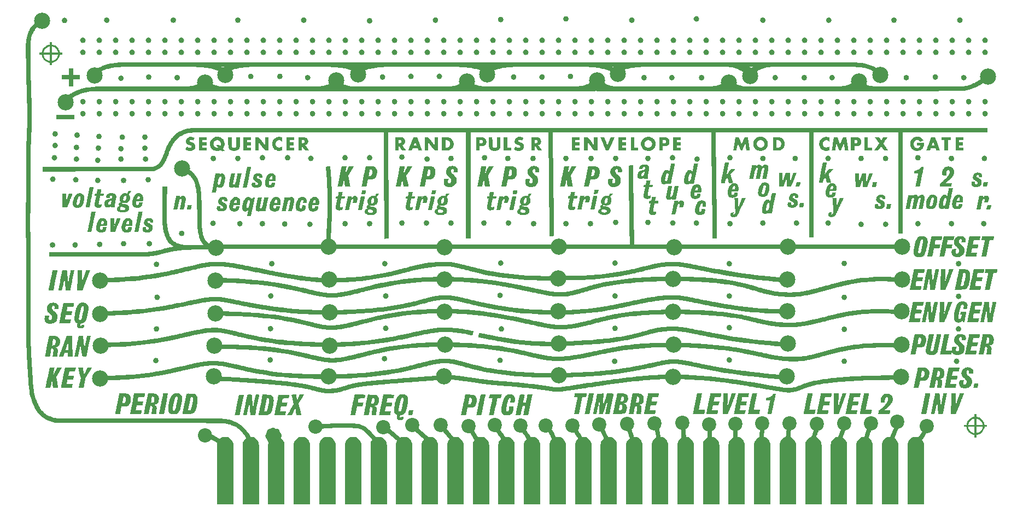
<source format=gts>
G04 #@! TF.GenerationSoftware,KiCad,Pcbnew,(6.99.0-5233-gf2fcd4b8e1)*
G04 #@! TF.CreationDate,2023-01-05T13:17:00+01:00*
G04 #@! TF.ProjectId,208_PROGRAM_CARD_PROTO_vintage,3230385f-5052-44f4-9752-414d5f434152,1.0*
G04 #@! TF.SameCoordinates,Original*
G04 #@! TF.FileFunction,Soldermask,Top*
G04 #@! TF.FilePolarity,Negative*
%FSLAX46Y46*%
G04 Gerber Fmt 4.6, Leading zero omitted, Abs format (unit mm)*
G04 Created by KiCad (PCBNEW (6.99.0-5233-gf2fcd4b8e1)) date 2023-01-05 13:17:00*
%MOMM*%
%LPD*%
G01*
G04 APERTURE LIST*
%ADD10C,1.263486*%
%ADD11C,0.450000*%
%ADD12C,0.448909*%
%ADD13C,2.500000*%
%ADD14C,2.200000*%
G04 APERTURE END LIST*
D10*
X107048257Y-136630000D02*
G75*
G03*
X107048257Y-136630000I-631743J0D01*
G01*
D11*
X178723880Y-84912500D02*
G75*
G03*
X178723880Y-84912500I-225000J0D01*
G01*
X178723880Y-86775000D02*
G75*
G03*
X178723880Y-86775000I-225000J0D01*
G01*
X148245000Y-75412500D02*
G75*
G03*
X148245000Y-75412500I-225000J0D01*
G01*
X148245000Y-77275000D02*
G75*
G03*
X148245000Y-77275000I-225000J0D01*
G01*
X117765000Y-75412500D02*
G75*
G03*
X117765000Y-75412500I-225000J0D01*
G01*
X117765000Y-77275000D02*
G75*
G03*
X117765000Y-77275000I-225000J0D01*
G01*
X163484048Y-84912500D02*
G75*
G03*
X163484048Y-84912500I-225000J0D01*
G01*
X163484048Y-86775000D02*
G75*
G03*
X163484048Y-86775000I-225000J0D01*
G01*
X107605000Y-75412500D02*
G75*
G03*
X107605000Y-75412500I-225000J0D01*
G01*
X107605000Y-77275000D02*
G75*
G03*
X107605000Y-77275000I-225000J0D01*
G01*
X150785000Y-75412500D02*
G75*
G03*
X150785000Y-75412500I-225000J0D01*
G01*
X150785000Y-77275000D02*
G75*
G03*
X150785000Y-77275000I-225000J0D01*
G01*
X209205000Y-75412500D02*
G75*
G03*
X209205000Y-75412500I-225000J0D01*
G01*
X209205000Y-77275000D02*
G75*
G03*
X209205000Y-77275000I-225000J0D01*
G01*
X155865000Y-75412500D02*
G75*
G03*
X155865000Y-75412500I-225000J0D01*
G01*
X155865000Y-77275000D02*
G75*
G03*
X155865000Y-77275000I-225000J0D01*
G01*
X183805000Y-75412500D02*
G75*
G03*
X183805000Y-75412500I-225000J0D01*
G01*
X183805000Y-77275000D02*
G75*
G03*
X183805000Y-77275000I-225000J0D01*
G01*
X191423740Y-84912500D02*
G75*
G03*
X191423740Y-84912500I-225000J0D01*
G01*
X191423740Y-86775000D02*
G75*
G03*
X191423740Y-86775000I-225000J0D01*
G01*
X158405000Y-75412500D02*
G75*
G03*
X158405000Y-75412500I-225000J0D01*
G01*
X158405000Y-77275000D02*
G75*
G03*
X158405000Y-77275000I-225000J0D01*
G01*
X102525000Y-75412500D02*
G75*
G03*
X102525000Y-75412500I-225000J0D01*
G01*
X102525000Y-77275000D02*
G75*
G03*
X102525000Y-77275000I-225000J0D01*
G01*
X117764552Y-84912500D02*
G75*
G03*
X117764552Y-84912500I-225000J0D01*
G01*
X117764552Y-86775000D02*
G75*
G03*
X117764552Y-86775000I-225000J0D01*
G01*
X166025000Y-75412500D02*
G75*
G03*
X166025000Y-75412500I-225000J0D01*
G01*
X166025000Y-77275000D02*
G75*
G03*
X166025000Y-77275000I-225000J0D01*
G01*
X196505000Y-75412500D02*
G75*
G03*
X196505000Y-75412500I-225000J0D01*
G01*
X196505000Y-77275000D02*
G75*
G03*
X196505000Y-77275000I-225000J0D01*
G01*
X178725000Y-75412500D02*
G75*
G03*
X178725000Y-75412500I-225000J0D01*
G01*
X178725000Y-77275000D02*
G75*
G03*
X178725000Y-77275000I-225000J0D01*
G01*
X84744916Y-84912500D02*
G75*
G03*
X84744916Y-84912500I-225000J0D01*
G01*
X84744916Y-86775000D02*
G75*
G03*
X84744916Y-86775000I-225000J0D01*
G01*
X171103964Y-84912500D02*
G75*
G03*
X171103964Y-84912500I-225000J0D01*
G01*
X171103964Y-86775000D02*
G75*
G03*
X171103964Y-86775000I-225000J0D01*
G01*
X120305000Y-75412500D02*
G75*
G03*
X120305000Y-75412500I-225000J0D01*
G01*
X120305000Y-77275000D02*
G75*
G03*
X120305000Y-77275000I-225000J0D01*
G01*
X206663572Y-84912500D02*
G75*
G03*
X206663572Y-84912500I-225000J0D01*
G01*
X206663572Y-86775000D02*
G75*
G03*
X206663572Y-86775000I-225000J0D01*
G01*
X82204944Y-84912500D02*
G75*
G03*
X82204944Y-84912500I-225000J0D01*
G01*
X82204944Y-86775000D02*
G75*
G03*
X82204944Y-86775000I-225000J0D01*
G01*
X133005000Y-75412500D02*
G75*
G03*
X133005000Y-75412500I-225000J0D01*
G01*
X133005000Y-77275000D02*
G75*
G03*
X133005000Y-77275000I-225000J0D01*
G01*
X199045000Y-75412500D02*
G75*
G03*
X199045000Y-75412500I-225000J0D01*
G01*
X199045000Y-77275000D02*
G75*
G03*
X199045000Y-77275000I-225000J0D01*
G01*
X130465000Y-75412500D02*
G75*
G03*
X130465000Y-75412500I-225000J0D01*
G01*
X130465000Y-77275000D02*
G75*
G03*
X130465000Y-77275000I-225000J0D01*
G01*
X201583628Y-84912500D02*
G75*
G03*
X201583628Y-84912500I-225000J0D01*
G01*
X201583628Y-86775000D02*
G75*
G03*
X201583628Y-86775000I-225000J0D01*
G01*
X135545000Y-75412500D02*
G75*
G03*
X135545000Y-75412500I-225000J0D01*
G01*
X135545000Y-77275000D02*
G75*
G03*
X135545000Y-77275000I-225000J0D01*
G01*
X216825000Y-75412500D02*
G75*
G03*
X216825000Y-75412500I-225000J0D01*
G01*
X216825000Y-77275000D02*
G75*
G03*
X216825000Y-77275000I-225000J0D01*
G01*
X135544356Y-84912500D02*
G75*
G03*
X135544356Y-84912500I-225000J0D01*
G01*
X135544356Y-86775000D02*
G75*
G03*
X135544356Y-86775000I-225000J0D01*
G01*
X173643936Y-84912500D02*
G75*
G03*
X173643936Y-84912500I-225000J0D01*
G01*
X173643936Y-86775000D02*
G75*
G03*
X173643936Y-86775000I-225000J0D01*
G01*
X97445000Y-75412500D02*
G75*
G03*
X97445000Y-75412500I-225000J0D01*
G01*
X97445000Y-77275000D02*
G75*
G03*
X97445000Y-77275000I-225000J0D01*
G01*
X105065000Y-75412500D02*
G75*
G03*
X105065000Y-75412500I-225000J0D01*
G01*
X105065000Y-77275000D02*
G75*
G03*
X105065000Y-77275000I-225000J0D01*
G01*
X99984748Y-84912500D02*
G75*
G03*
X99984748Y-84912500I-225000J0D01*
G01*
X99984748Y-86775000D02*
G75*
G03*
X99984748Y-86775000I-225000J0D01*
G01*
X204125000Y-75412500D02*
G75*
G03*
X204125000Y-75412500I-225000J0D01*
G01*
X204125000Y-77275000D02*
G75*
G03*
X204125000Y-77275000I-225000J0D01*
G01*
X115224580Y-84912500D02*
G75*
G03*
X115224580Y-84912500I-225000J0D01*
G01*
X115224580Y-86775000D02*
G75*
G03*
X115224580Y-86775000I-225000J0D01*
G01*
X145704244Y-84912500D02*
G75*
G03*
X145704244Y-84912500I-225000J0D01*
G01*
X145704244Y-86775000D02*
G75*
G03*
X145704244Y-86775000I-225000J0D01*
G01*
X176185000Y-75412500D02*
G75*
G03*
X176185000Y-75412500I-225000J0D01*
G01*
X176185000Y-77275000D02*
G75*
G03*
X176185000Y-77275000I-225000J0D01*
G01*
X216823500Y-84912500D02*
G75*
G03*
X216823500Y-84912500I-225000J0D01*
G01*
X216823500Y-86775000D02*
G75*
G03*
X216823500Y-86775000I-225000J0D01*
G01*
X143165000Y-75412500D02*
G75*
G03*
X143165000Y-75412500I-225000J0D01*
G01*
X143165000Y-77275000D02*
G75*
G03*
X143165000Y-77275000I-225000J0D01*
G01*
X204123600Y-84912500D02*
G75*
G03*
X204123600Y-84912500I-225000J0D01*
G01*
X204123600Y-86775000D02*
G75*
G03*
X204123600Y-86775000I-225000J0D01*
G01*
X148244216Y-84912500D02*
G75*
G03*
X148244216Y-84912500I-225000J0D01*
G01*
X148244216Y-86775000D02*
G75*
G03*
X148244216Y-86775000I-225000J0D01*
G01*
X211745000Y-75412500D02*
G75*
G03*
X211745000Y-75412500I-225000J0D01*
G01*
X211745000Y-77275000D02*
G75*
G03*
X211745000Y-77275000I-225000J0D01*
G01*
X87285000Y-75412500D02*
G75*
G03*
X87285000Y-75412500I-225000J0D01*
G01*
X87285000Y-77275000D02*
G75*
G03*
X87285000Y-77275000I-225000J0D01*
G01*
X209203544Y-84912500D02*
G75*
G03*
X209203544Y-84912500I-225000J0D01*
G01*
X209203544Y-86775000D02*
G75*
G03*
X209203544Y-86775000I-225000J0D01*
G01*
X110145000Y-75412500D02*
G75*
G03*
X110145000Y-75412500I-225000J0D01*
G01*
X110145000Y-77275000D02*
G75*
G03*
X110145000Y-77275000I-225000J0D01*
G01*
X138085000Y-75412500D02*
G75*
G03*
X138085000Y-75412500I-225000J0D01*
G01*
X138085000Y-77275000D02*
G75*
G03*
X138085000Y-77275000I-225000J0D01*
G01*
X127925000Y-75412500D02*
G75*
G03*
X127925000Y-75412500I-225000J0D01*
G01*
X127925000Y-77275000D02*
G75*
G03*
X127925000Y-77275000I-225000J0D01*
G01*
X102524720Y-84912500D02*
G75*
G03*
X102524720Y-84912500I-225000J0D01*
G01*
X102524720Y-86775000D02*
G75*
G03*
X102524720Y-86775000I-225000J0D01*
G01*
X150784188Y-84912500D02*
G75*
G03*
X150784188Y-84912500I-225000J0D01*
G01*
X150784188Y-86775000D02*
G75*
G03*
X150784188Y-86775000I-225000J0D01*
G01*
X193963712Y-84912500D02*
G75*
G03*
X193963712Y-84912500I-225000J0D01*
G01*
X193963712Y-86775000D02*
G75*
G03*
X193963712Y-86775000I-225000J0D01*
G01*
X82205000Y-75412500D02*
G75*
G03*
X82205000Y-75412500I-225000J0D01*
G01*
X82205000Y-77275000D02*
G75*
G03*
X82205000Y-77275000I-225000J0D01*
G01*
X211743516Y-84912500D02*
G75*
G03*
X211743516Y-84912500I-225000J0D01*
G01*
X211743516Y-86775000D02*
G75*
G03*
X211743516Y-86775000I-225000J0D01*
G01*
X214283488Y-84912500D02*
G75*
G03*
X214283488Y-84912500I-225000J0D01*
G01*
X214283488Y-86775000D02*
G75*
G03*
X214283488Y-86775000I-225000J0D01*
G01*
X201585000Y-75412500D02*
G75*
G03*
X201585000Y-75412500I-225000J0D01*
G01*
X201585000Y-77275000D02*
G75*
G03*
X201585000Y-77275000I-225000J0D01*
G01*
X163485000Y-75412500D02*
G75*
G03*
X163485000Y-75412500I-225000J0D01*
G01*
X163485000Y-77275000D02*
G75*
G03*
X163485000Y-77275000I-225000J0D01*
G01*
X79665000Y-75412500D02*
G75*
G03*
X79665000Y-75412500I-225000J0D01*
G01*
X79665000Y-77275000D02*
G75*
G03*
X79665000Y-77275000I-225000J0D01*
G01*
X84745000Y-75412500D02*
G75*
G03*
X84745000Y-75412500I-225000J0D01*
G01*
X84745000Y-77275000D02*
G75*
G03*
X84745000Y-77275000I-225000J0D01*
G01*
X166024020Y-84912500D02*
G75*
G03*
X166024020Y-84912500I-225000J0D01*
G01*
X166024020Y-86775000D02*
G75*
G03*
X166024020Y-86775000I-225000J0D01*
G01*
X120304524Y-84912500D02*
G75*
G03*
X120304524Y-84912500I-225000J0D01*
G01*
X120304524Y-86775000D02*
G75*
G03*
X120304524Y-86775000I-225000J0D01*
G01*
X87284888Y-84912500D02*
G75*
G03*
X87284888Y-84912500I-225000J0D01*
G01*
X87284888Y-86775000D02*
G75*
G03*
X87284888Y-86775000I-225000J0D01*
G01*
X92365000Y-75412500D02*
G75*
G03*
X92365000Y-75412500I-225000J0D01*
G01*
X92365000Y-77275000D02*
G75*
G03*
X92365000Y-77275000I-225000J0D01*
G01*
X79664972Y-84912500D02*
G75*
G03*
X79664972Y-84912500I-225000J0D01*
G01*
X79664972Y-86775000D02*
G75*
G03*
X79664972Y-86775000I-225000J0D01*
G01*
X130464412Y-84912500D02*
G75*
G03*
X130464412Y-84912500I-225000J0D01*
G01*
X130464412Y-86775000D02*
G75*
G03*
X130464412Y-86775000I-225000J0D01*
G01*
X77125000Y-75412500D02*
G75*
G03*
X77125000Y-75412500I-225000J0D01*
G01*
X77125000Y-77275000D02*
G75*
G03*
X77125000Y-77275000I-225000J0D01*
G01*
X145705000Y-75412500D02*
G75*
G03*
X145705000Y-75412500I-225000J0D01*
G01*
X145705000Y-77275000D02*
G75*
G03*
X145705000Y-77275000I-225000J0D01*
G01*
X110144636Y-84912500D02*
G75*
G03*
X110144636Y-84912500I-225000J0D01*
G01*
X110144636Y-86775000D02*
G75*
G03*
X110144636Y-86775000I-225000J0D01*
G01*
X173645000Y-75412500D02*
G75*
G03*
X173645000Y-75412500I-225000J0D01*
G01*
X173645000Y-77275000D02*
G75*
G03*
X173645000Y-77275000I-225000J0D01*
G01*
X196503684Y-84912500D02*
G75*
G03*
X196503684Y-84912500I-225000J0D01*
G01*
X196503684Y-86775000D02*
G75*
G03*
X196503684Y-86775000I-225000J0D01*
G01*
X153325000Y-75412500D02*
G75*
G03*
X153325000Y-75412500I-225000J0D01*
G01*
X153325000Y-77275000D02*
G75*
G03*
X153325000Y-77275000I-225000J0D01*
G01*
X112684608Y-84912500D02*
G75*
G03*
X112684608Y-84912500I-225000J0D01*
G01*
X112684608Y-86775000D02*
G75*
G03*
X112684608Y-86775000I-225000J0D01*
G01*
X89824860Y-84912500D02*
G75*
G03*
X89824860Y-84912500I-225000J0D01*
G01*
X89824860Y-86775000D02*
G75*
G03*
X89824860Y-86775000I-225000J0D01*
G01*
X140625000Y-75412500D02*
G75*
G03*
X140625000Y-75412500I-225000J0D01*
G01*
X140625000Y-77275000D02*
G75*
G03*
X140625000Y-77275000I-225000J0D01*
G01*
X181265000Y-75412500D02*
G75*
G03*
X181265000Y-75412500I-225000J0D01*
G01*
X181265000Y-77275000D02*
G75*
G03*
X181265000Y-77275000I-225000J0D01*
G01*
X122844496Y-84912500D02*
G75*
G03*
X122844496Y-84912500I-225000J0D01*
G01*
X122844496Y-86775000D02*
G75*
G03*
X122844496Y-86775000I-225000J0D01*
G01*
X183803824Y-84912500D02*
G75*
G03*
X183803824Y-84912500I-225000J0D01*
G01*
X183803824Y-86775000D02*
G75*
G03*
X183803824Y-86775000I-225000J0D01*
G01*
X77125000Y-84912500D02*
G75*
G03*
X77125000Y-84912500I-225000J0D01*
G01*
X77125000Y-86775000D02*
G75*
G03*
X77125000Y-86775000I-225000J0D01*
G01*
X191425000Y-75412500D02*
G75*
G03*
X191425000Y-75412500I-225000J0D01*
G01*
X191425000Y-77275000D02*
G75*
G03*
X191425000Y-77275000I-225000J0D01*
G01*
X160945000Y-75412500D02*
G75*
G03*
X160945000Y-75412500I-225000J0D01*
G01*
X160945000Y-77275000D02*
G75*
G03*
X160945000Y-77275000I-225000J0D01*
G01*
X107604664Y-84912500D02*
G75*
G03*
X107604664Y-84912500I-225000J0D01*
G01*
X107604664Y-86775000D02*
G75*
G03*
X107604664Y-86775000I-225000J0D01*
G01*
X99985000Y-75412500D02*
G75*
G03*
X99985000Y-75412500I-225000J0D01*
G01*
X99985000Y-77275000D02*
G75*
G03*
X99985000Y-77275000I-225000J0D01*
G01*
X176183908Y-84912500D02*
G75*
G03*
X176183908Y-84912500I-225000J0D01*
G01*
X176183908Y-86775000D02*
G75*
G03*
X176183908Y-86775000I-225000J0D01*
G01*
X171105000Y-75412500D02*
G75*
G03*
X171105000Y-75412500I-225000J0D01*
G01*
X171105000Y-77275000D02*
G75*
G03*
X171105000Y-77275000I-225000J0D01*
G01*
X193965000Y-75412500D02*
G75*
G03*
X193965000Y-75412500I-225000J0D01*
G01*
X193965000Y-77275000D02*
G75*
G03*
X193965000Y-77275000I-225000J0D01*
G01*
X89825000Y-75412500D02*
G75*
G03*
X89825000Y-75412500I-225000J0D01*
G01*
X89825000Y-77275000D02*
G75*
G03*
X89825000Y-77275000I-225000J0D01*
G01*
X94905000Y-75412500D02*
G75*
G03*
X94905000Y-75412500I-225000J0D01*
G01*
X94905000Y-77275000D02*
G75*
G03*
X94905000Y-77275000I-225000J0D01*
G01*
X133004384Y-84912500D02*
G75*
G03*
X133004384Y-84912500I-225000J0D01*
G01*
X133004384Y-86775000D02*
G75*
G03*
X133004384Y-86775000I-225000J0D01*
G01*
X125385000Y-75412500D02*
G75*
G03*
X125385000Y-75412500I-225000J0D01*
G01*
X125385000Y-77275000D02*
G75*
G03*
X125385000Y-77275000I-225000J0D01*
G01*
X97444776Y-84912500D02*
G75*
G03*
X97444776Y-84912500I-225000J0D01*
G01*
X97444776Y-86775000D02*
G75*
G03*
X97444776Y-86775000I-225000J0D01*
G01*
X122845000Y-75412500D02*
G75*
G03*
X122845000Y-75412500I-225000J0D01*
G01*
X122845000Y-77275000D02*
G75*
G03*
X122845000Y-77275000I-225000J0D01*
G01*
X140624300Y-84912500D02*
G75*
G03*
X140624300Y-84912500I-225000J0D01*
G01*
X140624300Y-86775000D02*
G75*
G03*
X140624300Y-86775000I-225000J0D01*
G01*
X186343796Y-84912500D02*
G75*
G03*
X186343796Y-84912500I-225000J0D01*
G01*
X186343796Y-86775000D02*
G75*
G03*
X186343796Y-86775000I-225000J0D01*
G01*
X127924440Y-84912500D02*
G75*
G03*
X127924440Y-84912500I-225000J0D01*
G01*
X127924440Y-86775000D02*
G75*
G03*
X127924440Y-86775000I-225000J0D01*
G01*
X125384468Y-84912500D02*
G75*
G03*
X125384468Y-84912500I-225000J0D01*
G01*
X125384468Y-86775000D02*
G75*
G03*
X125384468Y-86775000I-225000J0D01*
G01*
X199043656Y-84912500D02*
G75*
G03*
X199043656Y-84912500I-225000J0D01*
G01*
X199043656Y-86775000D02*
G75*
G03*
X199043656Y-86775000I-225000J0D01*
G01*
X94904804Y-84912500D02*
G75*
G03*
X94904804Y-84912500I-225000J0D01*
G01*
X94904804Y-86775000D02*
G75*
G03*
X94904804Y-86775000I-225000J0D01*
G01*
X92364832Y-84912500D02*
G75*
G03*
X92364832Y-84912500I-225000J0D01*
G01*
X92364832Y-86775000D02*
G75*
G03*
X92364832Y-86775000I-225000J0D01*
G01*
X143164272Y-84912500D02*
G75*
G03*
X143164272Y-84912500I-225000J0D01*
G01*
X143164272Y-86775000D02*
G75*
G03*
X143164272Y-86775000I-225000J0D01*
G01*
X168565000Y-75412500D02*
G75*
G03*
X168565000Y-75412500I-225000J0D01*
G01*
X168565000Y-77275000D02*
G75*
G03*
X168565000Y-77275000I-225000J0D01*
G01*
X160944076Y-84912500D02*
G75*
G03*
X160944076Y-84912500I-225000J0D01*
G01*
X160944076Y-86775000D02*
G75*
G03*
X160944076Y-86775000I-225000J0D01*
G01*
X168563992Y-84912500D02*
G75*
G03*
X168563992Y-84912500I-225000J0D01*
G01*
X168563992Y-86775000D02*
G75*
G03*
X168563992Y-86775000I-225000J0D01*
G01*
X188885000Y-75412500D02*
G75*
G03*
X188885000Y-75412500I-225000J0D01*
G01*
X188885000Y-77275000D02*
G75*
G03*
X188885000Y-77275000I-225000J0D01*
G01*
X206665000Y-75412500D02*
G75*
G03*
X206665000Y-75412500I-225000J0D01*
G01*
X206665000Y-77275000D02*
G75*
G03*
X206665000Y-77275000I-225000J0D01*
G01*
X158404104Y-84912500D02*
G75*
G03*
X158404104Y-84912500I-225000J0D01*
G01*
X158404104Y-86775000D02*
G75*
G03*
X158404104Y-86775000I-225000J0D01*
G01*
X181263852Y-84912500D02*
G75*
G03*
X181263852Y-84912500I-225000J0D01*
G01*
X181263852Y-86775000D02*
G75*
G03*
X181263852Y-86775000I-225000J0D01*
G01*
X105064692Y-84912500D02*
G75*
G03*
X105064692Y-84912500I-225000J0D01*
G01*
X105064692Y-86775000D02*
G75*
G03*
X105064692Y-86775000I-225000J0D01*
G01*
X112685000Y-75412500D02*
G75*
G03*
X112685000Y-75412500I-225000J0D01*
G01*
X112685000Y-77275000D02*
G75*
G03*
X112685000Y-77275000I-225000J0D01*
G01*
X115225000Y-75412500D02*
G75*
G03*
X115225000Y-75412500I-225000J0D01*
G01*
X115225000Y-77275000D02*
G75*
G03*
X115225000Y-77275000I-225000J0D01*
G01*
X153324160Y-84912500D02*
G75*
G03*
X153324160Y-84912500I-225000J0D01*
G01*
X153324160Y-86775000D02*
G75*
G03*
X153324160Y-86775000I-225000J0D01*
G01*
X186345000Y-75412500D02*
G75*
G03*
X186345000Y-75412500I-225000J0D01*
G01*
X186345000Y-77275000D02*
G75*
G03*
X186345000Y-77275000I-225000J0D01*
G01*
X155864132Y-84912500D02*
G75*
G03*
X155864132Y-84912500I-225000J0D01*
G01*
X155864132Y-86775000D02*
G75*
G03*
X155864132Y-86775000I-225000J0D01*
G01*
X214285000Y-75412500D02*
G75*
G03*
X214285000Y-75412500I-225000J0D01*
G01*
X214285000Y-77275000D02*
G75*
G03*
X214285000Y-77275000I-225000J0D01*
G01*
X188883768Y-84912500D02*
G75*
G03*
X188883768Y-84912500I-225000J0D01*
G01*
X188883768Y-86775000D02*
G75*
G03*
X188883768Y-86775000I-225000J0D01*
G01*
X138084328Y-84912500D02*
G75*
G03*
X138084328Y-84912500I-225000J0D01*
G01*
X138084328Y-86775000D02*
G75*
G03*
X138084328Y-86775000I-225000J0D01*
G01*
D12*
X74274454Y-72350000D02*
G75*
G03*
X74274454Y-72350000I-224454J0D01*
G01*
X127924454Y-81000000D02*
G75*
G03*
X127924454Y-81000000I-224454J0D01*
G01*
X188824454Y-81200000D02*
G75*
G03*
X188824454Y-81200000I-224454J0D01*
G01*
X107624454Y-81000000D02*
G75*
G03*
X107624454Y-81000000I-224454J0D01*
G01*
X172924454Y-81200000D02*
G75*
G03*
X172924454Y-81200000I-224454J0D01*
G01*
X164024454Y-81200000D02*
G75*
G03*
X164024454Y-81200000I-224454J0D01*
G01*
X103124454Y-81000000D02*
G75*
G03*
X103124454Y-81000000I-224454J0D01*
G01*
X143824454Y-81100000D02*
G75*
G03*
X143824454Y-81100000I-224454J0D01*
G01*
X168324454Y-81200000D02*
G75*
G03*
X168324454Y-81200000I-224454J0D01*
G01*
X123524454Y-81100000D02*
G75*
G03*
X123524454Y-81100000I-224454J0D01*
G01*
X204624454Y-81200000D02*
G75*
G03*
X204624454Y-81200000I-224454J0D01*
G01*
X132324454Y-81000000D02*
G75*
G03*
X132324454Y-81000000I-224454J0D01*
G01*
X213524454Y-81200000D02*
G75*
G03*
X213524454Y-81200000I-224454J0D01*
G01*
X209124454Y-81100000D02*
G75*
G03*
X209124454Y-81100000I-224454J0D01*
G01*
X152624454Y-81000000D02*
G75*
G03*
X152624454Y-81000000I-224454J0D01*
G01*
X193124454Y-81200000D02*
G75*
G03*
X193124454Y-81200000I-224454J0D01*
G01*
X148224454Y-81100000D02*
G75*
G03*
X148224454Y-81100000I-224454J0D01*
G01*
X184324454Y-81200000D02*
G75*
G03*
X184324454Y-81200000I-224454J0D01*
G01*
X111924454Y-81200000D02*
G75*
G03*
X111924454Y-81200000I-224454J0D01*
G01*
X91724454Y-81200000D02*
G75*
G03*
X91724454Y-81200000I-224454J0D01*
G01*
X87324454Y-81100000D02*
G75*
G03*
X87324454Y-81100000I-224454J0D01*
G01*
X83024454Y-81300000D02*
G75*
G03*
X83024454Y-81300000I-224454J0D01*
G01*
X80824454Y-72300000D02*
G75*
G03*
X80824454Y-72300000I-224454J0D01*
G01*
X91124454Y-72300000D02*
G75*
G03*
X91124454Y-72300000I-224454J0D01*
G01*
X101124454Y-72300000D02*
G75*
G03*
X101124454Y-72300000I-224454J0D01*
G01*
X111324454Y-72300000D02*
G75*
G03*
X111324454Y-72300000I-224454J0D01*
G01*
X121524454Y-72400000D02*
G75*
G03*
X121524454Y-72400000I-224454J0D01*
G01*
X131724454Y-72300000D02*
G75*
G03*
X131724454Y-72300000I-224454J0D01*
G01*
X141824454Y-72200000D02*
G75*
G03*
X141824454Y-72200000I-224454J0D01*
G01*
X151924454Y-72100000D02*
G75*
G03*
X151924454Y-72100000I-224454J0D01*
G01*
X162124454Y-72300000D02*
G75*
G03*
X162124454Y-72300000I-224454J0D01*
G01*
X172124454Y-72100000D02*
G75*
G03*
X172124454Y-72100000I-224454J0D01*
G01*
X182424454Y-72300000D02*
G75*
G03*
X182424454Y-72300000I-224454J0D01*
G01*
X192624454Y-72300000D02*
G75*
G03*
X192624454Y-72300000I-224454J0D01*
G01*
X202724454Y-72300000D02*
G75*
G03*
X202724454Y-72300000I-224454J0D01*
G01*
X212924454Y-72300000D02*
G75*
G03*
X212924454Y-72300000I-224454J0D01*
G01*
X86724454Y-90400000D02*
G75*
G03*
X86724454Y-90400000I-224454J0D01*
G01*
X86724454Y-92100000D02*
G75*
G03*
X86724454Y-92100000I-224454J0D01*
G01*
X86824454Y-93800000D02*
G75*
G03*
X86824454Y-93800000I-224454J0D01*
G01*
X83024454Y-93800000D02*
G75*
G03*
X83024454Y-93800000I-224454J0D01*
G01*
X83024454Y-92200000D02*
G75*
G03*
X83024454Y-92200000I-224454J0D01*
G01*
X83224454Y-90400000D02*
G75*
G03*
X83224454Y-90400000I-224454J0D01*
G01*
X79624454Y-90300000D02*
G75*
G03*
X79624454Y-90300000I-224454J0D01*
G01*
X79524454Y-92100000D02*
G75*
G03*
X79524454Y-92100000I-224454J0D01*
G01*
X79424454Y-94000000D02*
G75*
G03*
X79424454Y-94000000I-224454J0D01*
G01*
X76124454Y-93800000D02*
G75*
G03*
X76124454Y-93800000I-224454J0D01*
G01*
X76124454Y-92000000D02*
G75*
G03*
X76124454Y-92000000I-224454J0D01*
G01*
X76224454Y-90100000D02*
G75*
G03*
X76224454Y-90100000I-224454J0D01*
G01*
X72824454Y-89900000D02*
G75*
G03*
X72824454Y-89900000I-224454J0D01*
G01*
X72824454Y-91700000D02*
G75*
G03*
X72824454Y-91700000I-224454J0D01*
G01*
X72724454Y-93600000D02*
G75*
G03*
X72724454Y-93600000I-224454J0D01*
G01*
X72464454Y-96910000D02*
G75*
G03*
X72464454Y-96910000I-224454J0D01*
G01*
X76024454Y-97000000D02*
G75*
G03*
X76024454Y-97000000I-224454J0D01*
G01*
X79424454Y-97100000D02*
G75*
G03*
X79424454Y-97100000I-224454J0D01*
G01*
X83424454Y-97100000D02*
G75*
G03*
X83424454Y-97100000I-224454J0D01*
G01*
X87224454Y-97000000D02*
G75*
G03*
X87224454Y-97000000I-224454J0D01*
G01*
X72424454Y-107100000D02*
G75*
G03*
X72424454Y-107100000I-224454J0D01*
G01*
X75924454Y-107100000D02*
G75*
G03*
X75924454Y-107100000I-224454J0D01*
G01*
X79724454Y-107000000D02*
G75*
G03*
X79724454Y-107000000I-224454J0D01*
G01*
X83424454Y-106900000D02*
G75*
G03*
X83424454Y-106900000I-224454J0D01*
G01*
X87424454Y-106900000D02*
G75*
G03*
X87424454Y-106900000I-224454J0D01*
G01*
X92424454Y-105300000D02*
G75*
G03*
X92424454Y-105300000I-224454J0D01*
G01*
X97324454Y-93700000D02*
G75*
G03*
X97324454Y-93700000I-224454J0D01*
G01*
X101124454Y-93700000D02*
G75*
G03*
X101124454Y-93700000I-224454J0D01*
G01*
X104924454Y-93600000D02*
G75*
G03*
X104924454Y-93600000I-224454J0D01*
G01*
X108824454Y-93600000D02*
G75*
G03*
X108824454Y-93600000I-224454J0D01*
G01*
X112424454Y-93700000D02*
G75*
G03*
X112424454Y-93700000I-224454J0D01*
G01*
X97274454Y-103750000D02*
G75*
G03*
X97274454Y-103750000I-224454J0D01*
G01*
X101424454Y-103800000D02*
G75*
G03*
X101424454Y-103800000I-224454J0D01*
G01*
X104924454Y-103800000D02*
G75*
G03*
X104924454Y-103800000I-224454J0D01*
G01*
X108374454Y-103850000D02*
G75*
G03*
X108374454Y-103850000I-224454J0D01*
G01*
X112274454Y-103900000D02*
G75*
G03*
X112274454Y-103900000I-224454J0D01*
G01*
X121524454Y-103800000D02*
G75*
G03*
X121524454Y-103800000I-224454J0D01*
G01*
X117724454Y-103800000D02*
G75*
G03*
X117724454Y-103800000I-224454J0D01*
G01*
X117724454Y-93600000D02*
G75*
G03*
X117724454Y-93600000I-224454J0D01*
G01*
X121524454Y-93600000D02*
G75*
G03*
X121524454Y-93600000I-224454J0D01*
G01*
X134124454Y-103700000D02*
G75*
G03*
X134124454Y-103700000I-224454J0D01*
G01*
X130324454Y-103700000D02*
G75*
G03*
X130324454Y-103700000I-224454J0D01*
G01*
X126524454Y-103700000D02*
G75*
G03*
X126524454Y-103700000I-224454J0D01*
G01*
X126524454Y-93500000D02*
G75*
G03*
X126524454Y-93500000I-224454J0D01*
G01*
X130424454Y-93800000D02*
G75*
G03*
X130424454Y-93800000I-224454J0D01*
G01*
X134124454Y-93700000D02*
G75*
G03*
X134124454Y-93700000I-224454J0D01*
G01*
X146824454Y-93700000D02*
G75*
G03*
X146824454Y-93700000I-224454J0D01*
G01*
X142924454Y-93700000D02*
G75*
G03*
X142924454Y-93700000I-224454J0D01*
G01*
X139324454Y-93600000D02*
G75*
G03*
X139324454Y-93600000I-224454J0D01*
G01*
X139224454Y-103700000D02*
G75*
G03*
X139224454Y-103700000I-224454J0D01*
G01*
X143024454Y-103700000D02*
G75*
G03*
X143024454Y-103700000I-224454J0D01*
G01*
X146924454Y-103800000D02*
G75*
G03*
X146924454Y-103800000I-224454J0D01*
G01*
X159624454Y-103600000D02*
G75*
G03*
X159624454Y-103600000I-224454J0D01*
G01*
X155724454Y-103800000D02*
G75*
G03*
X155724454Y-103800000I-224454J0D01*
G01*
X151924454Y-103800000D02*
G75*
G03*
X151924454Y-103800000I-224454J0D01*
G01*
X151924454Y-93700000D02*
G75*
G03*
X151924454Y-93700000I-224454J0D01*
G01*
X155824454Y-93700000D02*
G75*
G03*
X155824454Y-93700000I-224454J0D01*
G01*
X159624454Y-93700000D02*
G75*
G03*
X159624454Y-93700000I-224454J0D01*
G01*
X172224454Y-93800000D02*
G75*
G03*
X172224454Y-93800000I-224454J0D01*
G01*
X168424454Y-93600000D02*
G75*
G03*
X168424454Y-93600000I-224454J0D01*
G01*
X164624454Y-93700000D02*
G75*
G03*
X164624454Y-93700000I-224454J0D01*
G01*
X164624454Y-103600000D02*
G75*
G03*
X164624454Y-103600000I-224454J0D01*
G01*
X168474454Y-103700000D02*
G75*
G03*
X168474454Y-103700000I-224454J0D01*
G01*
X172124454Y-103700000D02*
G75*
G03*
X172124454Y-103700000I-224454J0D01*
G01*
X177324454Y-103800000D02*
G75*
G03*
X177324454Y-103800000I-224454J0D01*
G01*
X177324454Y-93600000D02*
G75*
G03*
X177324454Y-93600000I-224454J0D01*
G01*
X182424454Y-93700000D02*
G75*
G03*
X182424454Y-93700000I-224454J0D01*
G01*
X182424454Y-103700000D02*
G75*
G03*
X182424454Y-103700000I-224454J0D01*
G01*
X187624454Y-103700000D02*
G75*
G03*
X187624454Y-103700000I-224454J0D01*
G01*
X187424454Y-93700000D02*
G75*
G03*
X187424454Y-93700000I-224454J0D01*
G01*
X201424454Y-93700000D02*
G75*
G03*
X201424454Y-93700000I-224454J0D01*
G01*
X197624454Y-93700000D02*
G75*
G03*
X197624454Y-93700000I-224454J0D01*
G01*
X192524454Y-93700000D02*
G75*
G03*
X192524454Y-93700000I-224454J0D01*
G01*
X192524454Y-103700000D02*
G75*
G03*
X192524454Y-103700000I-224454J0D01*
G01*
X197624454Y-103900000D02*
G75*
G03*
X197624454Y-103900000I-224454J0D01*
G01*
X201424454Y-103900000D02*
G75*
G03*
X201424454Y-103900000I-224454J0D01*
G01*
X206424454Y-103800000D02*
G75*
G03*
X206424454Y-103800000I-224454J0D01*
G01*
X206424454Y-93600000D02*
G75*
G03*
X206424454Y-93600000I-224454J0D01*
G01*
X211624454Y-93700000D02*
G75*
G03*
X211624454Y-93700000I-224454J0D01*
G01*
X216724454Y-93700000D02*
G75*
G03*
X216724454Y-93700000I-224454J0D01*
G01*
X211624454Y-103800000D02*
G75*
G03*
X211624454Y-103800000I-224454J0D01*
G01*
X216624454Y-103800000D02*
G75*
G03*
X216624454Y-103800000I-224454J0D01*
G01*
X212424454Y-125100000D02*
G75*
G03*
X212424454Y-125100000I-224454J0D01*
G01*
X212724454Y-120100000D02*
G75*
G03*
X212724454Y-120100000I-224454J0D01*
G01*
X212724454Y-115050000D02*
G75*
G03*
X212724454Y-115050000I-224454J0D01*
G01*
X212724454Y-110000000D02*
G75*
G03*
X212724454Y-110000000I-224454J0D01*
G01*
X195024454Y-109950000D02*
G75*
G03*
X195024454Y-109950000I-224454J0D01*
G01*
X195024454Y-115200000D02*
G75*
G03*
X195024454Y-115200000I-224454J0D01*
G01*
X195024454Y-120150000D02*
G75*
G03*
X195024454Y-120150000I-224454J0D01*
G01*
X195024454Y-125100000D02*
G75*
G03*
X195024454Y-125100000I-224454J0D01*
G01*
X177224454Y-110000000D02*
G75*
G03*
X177224454Y-110000000I-224454J0D01*
G01*
X177224454Y-115000000D02*
G75*
G03*
X177224454Y-115000000I-224454J0D01*
G01*
X177224454Y-119900000D02*
G75*
G03*
X177224454Y-119900000I-224454J0D01*
G01*
X177224454Y-124900000D02*
G75*
G03*
X177224454Y-124900000I-224454J0D01*
G01*
X159474454Y-125100000D02*
G75*
G03*
X159474454Y-125100000I-224454J0D01*
G01*
X159524454Y-120000000D02*
G75*
G03*
X159524454Y-120000000I-224454J0D01*
G01*
X159524454Y-115000000D02*
G75*
G03*
X159524454Y-115000000I-224454J0D01*
G01*
X159524454Y-109900000D02*
G75*
G03*
X159524454Y-109900000I-224454J0D01*
G01*
X141824454Y-109900000D02*
G75*
G03*
X141824454Y-109900000I-224454J0D01*
G01*
X141724454Y-114900000D02*
G75*
G03*
X141724454Y-114900000I-224454J0D01*
G01*
X141924454Y-120100000D02*
G75*
G03*
X141924454Y-120100000I-224454J0D01*
G01*
X141724454Y-124950000D02*
G75*
G03*
X141724454Y-124950000I-224454J0D01*
G01*
X123824454Y-124700000D02*
G75*
G03*
X123824454Y-124700000I-224454J0D01*
G01*
X124024454Y-120000000D02*
G75*
G03*
X124024454Y-120000000I-224454J0D01*
G01*
X124024454Y-115000000D02*
G75*
G03*
X124024454Y-115000000I-224454J0D01*
G01*
X123874454Y-110000000D02*
G75*
G03*
X123874454Y-110000000I-224454J0D01*
G01*
X106374454Y-110000000D02*
G75*
G03*
X106374454Y-110000000I-224454J0D01*
G01*
X106224454Y-115000000D02*
G75*
G03*
X106224454Y-115000000I-224454J0D01*
G01*
X106174454Y-120050000D02*
G75*
G03*
X106174454Y-120050000I-224454J0D01*
G01*
X106124454Y-124900000D02*
G75*
G03*
X106124454Y-124900000I-224454J0D01*
G01*
X88424454Y-125000000D02*
G75*
G03*
X88424454Y-125000000I-224454J0D01*
G01*
X88524454Y-120100000D02*
G75*
G03*
X88524454Y-120100000I-224454J0D01*
G01*
X88624454Y-115200000D02*
G75*
G03*
X88624454Y-115200000I-224454J0D01*
G01*
X88524454Y-110100000D02*
G75*
G03*
X88524454Y-110100000I-224454J0D01*
G01*
G36*
X75546477Y-87601272D02*
G01*
X72792516Y-87601272D01*
X72792516Y-86933966D01*
X75546477Y-86933966D01*
X75546477Y-87601272D01*
G37*
G36*
X174286594Y-137585676D02*
G01*
X173587512Y-137585676D01*
X173587512Y-134852898D01*
X174286594Y-134852898D01*
X174286594Y-137585676D01*
G37*
G36*
X178279839Y-137236134D02*
G01*
X177580756Y-137236134D01*
X177580756Y-134852898D01*
X178279839Y-134852898D01*
X178279839Y-137236134D01*
G37*
G36*
X142616035Y-92018203D02*
G01*
X143262157Y-92018203D01*
X143262157Y-92473666D01*
X142086427Y-92473666D01*
X142086427Y-90408194D01*
X142616035Y-90408194D01*
X142616035Y-92018203D01*
G37*
G36*
X162264492Y-92018203D02*
G01*
X162910614Y-92018203D01*
X162910614Y-92473666D01*
X161734884Y-92473666D01*
X161734884Y-90408194D01*
X162264492Y-90408194D01*
X162264492Y-92018203D01*
G37*
G36*
X198457904Y-92018203D02*
G01*
X199093433Y-92018203D01*
X199093433Y-92473666D01*
X197917703Y-92473666D01*
X197917703Y-90408194D01*
X198457904Y-90408194D01*
X198457904Y-92018203D01*
G37*
G36*
X211295602Y-90863657D02*
G01*
X210850731Y-90863657D01*
X210850731Y-92473666D01*
X210321123Y-92473666D01*
X210321123Y-90863657D01*
X209876252Y-90863657D01*
X209876252Y-90408194D01*
X211295602Y-90408194D01*
X211295602Y-90863657D01*
G37*
G36*
X75377003Y-80811697D02*
G01*
X76415035Y-80811697D01*
X76415035Y-81479003D01*
X75377003Y-81479003D01*
X75377003Y-82527627D01*
X74699105Y-82527627D01*
X74699105Y-81479003D01*
X73661073Y-81479003D01*
X73661073Y-80811697D01*
X74699105Y-80811697D01*
X74699105Y-79773666D01*
X75377003Y-79773666D01*
X75377003Y-80811697D01*
G37*
G36*
X96063492Y-90863657D02*
G01*
X95427962Y-90863657D01*
X95427962Y-91213199D01*
X96031715Y-91213199D01*
X96031715Y-91668661D01*
X95427962Y-91668661D01*
X95427962Y-92018203D01*
X96063492Y-92018203D01*
X96063492Y-92473666D01*
X94887762Y-92473666D01*
X94887762Y-90408194D01*
X96063492Y-90408194D01*
X96063492Y-90863657D01*
G37*
G36*
X102948396Y-90863657D02*
G01*
X102312866Y-90863657D01*
X102312866Y-91213199D01*
X102916619Y-91213199D01*
X102916619Y-91668661D01*
X102312866Y-91668661D01*
X102312866Y-92018203D01*
X102948396Y-92018203D01*
X102948396Y-92473666D01*
X101772666Y-92473666D01*
X101772666Y-90408194D01*
X102948396Y-90408194D01*
X102948396Y-90863657D01*
G37*
G36*
X109600272Y-90863657D02*
G01*
X108964743Y-90863657D01*
X108964743Y-91213199D01*
X109568496Y-91213199D01*
X109568496Y-91668661D01*
X108964743Y-91668661D01*
X108964743Y-92018203D01*
X109600272Y-92018203D01*
X109600272Y-92473666D01*
X108424542Y-92473666D01*
X108424542Y-90408194D01*
X109600272Y-90408194D01*
X109600272Y-90863657D01*
G37*
G36*
X153811949Y-90863657D02*
G01*
X153176419Y-90863657D01*
X153176419Y-91213199D01*
X153780172Y-91213199D01*
X153780172Y-91668661D01*
X153176419Y-91668661D01*
X153176419Y-92018203D01*
X153811949Y-92018203D01*
X153811949Y-92473666D01*
X152636219Y-92473666D01*
X152636219Y-90408194D01*
X153811949Y-90408194D01*
X153811949Y-90863657D01*
G37*
G36*
X161014618Y-90863657D02*
G01*
X160379088Y-90863657D01*
X160379088Y-91213199D01*
X160982841Y-91213199D01*
X160982841Y-91668661D01*
X160379088Y-91668661D01*
X160379088Y-92018203D01*
X161014618Y-92018203D01*
X161014618Y-92473666D01*
X159838888Y-92473666D01*
X159838888Y-90408194D01*
X161014618Y-90408194D01*
X161014618Y-90863657D01*
G37*
G36*
X169477753Y-90863657D02*
G01*
X168842224Y-90863657D01*
X168842224Y-91213199D01*
X169445977Y-91213199D01*
X169445977Y-91668661D01*
X168842224Y-91668661D01*
X168842224Y-92018203D01*
X169477753Y-92018203D01*
X169477753Y-92473666D01*
X168312616Y-92473666D01*
X168312616Y-90408194D01*
X169477753Y-90408194D01*
X169477753Y-90863657D01*
G37*
G36*
X213212783Y-90863657D02*
G01*
X212577253Y-90863657D01*
X212577253Y-91213199D01*
X213181006Y-91213199D01*
X213181006Y-91668661D01*
X212577253Y-91668661D01*
X212577253Y-92018203D01*
X213212783Y-92018203D01*
X213212783Y-92473666D01*
X212037053Y-92473666D01*
X212037053Y-90408194D01*
X213212783Y-90408194D01*
X213212783Y-90863657D01*
G37*
G36*
X104633606Y-91037733D02*
G01*
X105125085Y-91667272D01*
X105130547Y-90408194D01*
X105670581Y-90408194D01*
X105670581Y-92473666D01*
X105133619Y-92473666D01*
X104642113Y-91842565D01*
X104150606Y-91211465D01*
X104147874Y-91842565D01*
X104145143Y-92473666D01*
X103605110Y-92473666D01*
X103605110Y-90408194D01*
X104142128Y-90408194D01*
X104633606Y-91037733D01*
G37*
G36*
X130849202Y-91037733D02*
G01*
X131340681Y-91667272D01*
X131343412Y-91037733D01*
X131346144Y-90408194D01*
X131886177Y-90408194D01*
X131886177Y-92473666D01*
X131349216Y-92473666D01*
X130857709Y-91842565D01*
X130366202Y-91211465D01*
X130363471Y-91842565D01*
X130360739Y-92473666D01*
X129820706Y-92473666D01*
X129820706Y-90408194D01*
X130357724Y-90408194D01*
X130849202Y-91037733D01*
G37*
G36*
X155550791Y-91036770D02*
G01*
X156041598Y-91665346D01*
X156044330Y-91036770D01*
X156047061Y-90408194D01*
X156587095Y-90408194D01*
X156587095Y-92473666D01*
X156051204Y-92473666D01*
X155559162Y-91841654D01*
X155067120Y-91209643D01*
X155064388Y-91841654D01*
X155061657Y-92473666D01*
X154521623Y-92473666D01*
X154521623Y-90408194D01*
X155059985Y-90408194D01*
X155550791Y-91036770D01*
G37*
G36*
X156683004Y-98895163D02*
G01*
X156623177Y-99194391D01*
X155993451Y-99200003D01*
X155999019Y-99176013D01*
X156002696Y-99159204D01*
X156010040Y-99124837D01*
X156020380Y-99076087D01*
X156033044Y-99016131D01*
X156047358Y-98948145D01*
X156057669Y-98899050D01*
X156072757Y-98827344D01*
X156086701Y-98761443D01*
X156098820Y-98704539D01*
X156108431Y-98659826D01*
X156114854Y-98630499D01*
X156117043Y-98621006D01*
X156123336Y-98595934D01*
X156742830Y-98595934D01*
X156683004Y-98895163D01*
G37*
G36*
X217562246Y-100971066D02*
G01*
X217558511Y-100989913D01*
X217551121Y-101026642D01*
X217540660Y-101078381D01*
X217527708Y-101142257D01*
X217512849Y-101215396D01*
X217496664Y-101294925D01*
X217490320Y-101326063D01*
X217425020Y-101646476D01*
X216793462Y-101646476D01*
X216799302Y-101617348D01*
X216802834Y-101599949D01*
X216810048Y-101564595D01*
X216820370Y-101514083D01*
X216833230Y-101451213D01*
X216848054Y-101378781D01*
X216864270Y-101299585D01*
X216871322Y-101265158D01*
X216937502Y-100942098D01*
X217568872Y-100936482D01*
X217562246Y-100971066D01*
G37*
G36*
X131596810Y-98651543D02*
G01*
X131593281Y-98668038D01*
X131586242Y-98702309D01*
X131576302Y-98751350D01*
X131564066Y-98812157D01*
X131550141Y-98881725D01*
X131535857Y-98953420D01*
X131480578Y-99231464D01*
X131169658Y-99231464D01*
X131076181Y-99231269D01*
X131002071Y-99230635D01*
X130945517Y-99229482D01*
X130904704Y-99227736D01*
X130877818Y-99225317D01*
X130863048Y-99222150D01*
X130858578Y-99218224D01*
X130860646Y-99204748D01*
X130866561Y-99173342D01*
X130875763Y-99126798D01*
X130887693Y-99067906D01*
X130901790Y-98999457D01*
X130917495Y-98924243D01*
X130919155Y-98916347D01*
X130979891Y-98627711D01*
X131602485Y-98627711D01*
X131596810Y-98651543D01*
G37*
G36*
X188029691Y-97391076D02*
G01*
X188025988Y-97409842D01*
X188018604Y-97446505D01*
X188008122Y-97498208D01*
X187995122Y-97562096D01*
X187980184Y-97635313D01*
X187963889Y-97715004D01*
X187957016Y-97748561D01*
X187890828Y-98071622D01*
X187576409Y-98074428D01*
X187497242Y-98074873D01*
X187425378Y-98074773D01*
X187363422Y-98074174D01*
X187313977Y-98073118D01*
X187279646Y-98071649D01*
X187263034Y-98069812D01*
X187261884Y-98069132D01*
X187263898Y-98057184D01*
X187269667Y-98026940D01*
X187278703Y-97980858D01*
X187290519Y-97921397D01*
X187304626Y-97851015D01*
X187320536Y-97772172D01*
X187333381Y-97708855D01*
X187404985Y-97356681D01*
X187720581Y-97356666D01*
X188036178Y-97356651D01*
X188029691Y-97391076D01*
G37*
G36*
X215560608Y-128558507D02*
G01*
X215556911Y-128578686D01*
X215549528Y-128616686D01*
X215539046Y-128669576D01*
X215526049Y-128734427D01*
X215511123Y-128808310D01*
X215494853Y-128888295D01*
X215488652Y-128918641D01*
X215423102Y-129239053D01*
X214790611Y-129239053D01*
X214796128Y-129215221D01*
X214799574Y-129199084D01*
X214806652Y-129164981D01*
X214816787Y-129115711D01*
X214829405Y-129054069D01*
X214843934Y-128982855D01*
X214859800Y-128904865D01*
X214865069Y-128878920D01*
X214881245Y-128799351D01*
X214896272Y-128725662D01*
X214909578Y-128660651D01*
X214920587Y-128607116D01*
X214928726Y-128567852D01*
X214933420Y-128545659D01*
X214934101Y-128542619D01*
X214939708Y-128518786D01*
X215567014Y-128518786D01*
X215560608Y-128558507D01*
G37*
G36*
X216800680Y-97356924D02*
G01*
X216872607Y-97357644D01*
X216934619Y-97358767D01*
X216984118Y-97360228D01*
X217018506Y-97361962D01*
X217035185Y-97363904D01*
X217036361Y-97364596D01*
X217034252Y-97376506D01*
X217028350Y-97406696D01*
X217019153Y-97452701D01*
X217007159Y-97512056D01*
X216992865Y-97582294D01*
X216976770Y-97660952D01*
X216964207Y-97722081D01*
X216892245Y-98071622D01*
X216576519Y-98074430D01*
X216260794Y-98077237D01*
X216266347Y-98047949D01*
X216269775Y-98030591D01*
X216276866Y-97995232D01*
X216287064Y-97944633D01*
X216299812Y-97881554D01*
X216314550Y-97808754D01*
X216330723Y-97728993D01*
X216339109Y-97687679D01*
X216406319Y-97356697D01*
X216721436Y-97356674D01*
X216800680Y-97356924D01*
G37*
G36*
X128048566Y-132726522D02*
G01*
X128045153Y-132742496D01*
X128038094Y-132776530D01*
X128027943Y-132825922D01*
X128015253Y-132887966D01*
X128000578Y-132959961D01*
X127984472Y-133039203D01*
X127975921Y-133081358D01*
X127908821Y-133412361D01*
X127592469Y-133412363D01*
X127502250Y-133412296D01*
X127431030Y-133412007D01*
X127376624Y-133411367D01*
X127336848Y-133410245D01*
X127309516Y-133408512D01*
X127292445Y-133406037D01*
X127283447Y-133402691D01*
X127280340Y-133398345D01*
X127280682Y-133393828D01*
X127283838Y-133379230D01*
X127290653Y-133346492D01*
X127300590Y-133298240D01*
X127313110Y-133237099D01*
X127327676Y-133165693D01*
X127343749Y-133086648D01*
X127353415Y-133039002D01*
X127421582Y-132702712D01*
X128054112Y-132702690D01*
X128048566Y-132726522D01*
G37*
G36*
X143974245Y-98627779D02*
G01*
X144044788Y-98628073D01*
X144098542Y-98628726D01*
X144137707Y-98629869D01*
X144164481Y-98631636D01*
X144181060Y-98634159D01*
X144189644Y-98637570D01*
X144192431Y-98642002D01*
X144191995Y-98646247D01*
X144188701Y-98661223D01*
X144181812Y-98694067D01*
X144171926Y-98741880D01*
X144159639Y-98801764D01*
X144145549Y-98870822D01*
X144130250Y-98946154D01*
X144129855Y-98948105D01*
X144072457Y-99231427D01*
X143758280Y-99231445D01*
X143444103Y-99231464D01*
X143457968Y-99170559D01*
X143464191Y-99142377D01*
X143473894Y-99097389D01*
X143486239Y-99039532D01*
X143500387Y-98972739D01*
X143515501Y-98900945D01*
X143522263Y-98868682D01*
X143572694Y-98627711D01*
X143884716Y-98627711D01*
X143974245Y-98627779D01*
G37*
G36*
X199850956Y-97412260D02*
G01*
X199847509Y-97428397D01*
X199840431Y-97462500D01*
X199830296Y-97511771D01*
X199817678Y-97573412D01*
X199803149Y-97644626D01*
X199787283Y-97722617D01*
X199782014Y-97748561D01*
X199765839Y-97828130D01*
X199750811Y-97901819D01*
X199737505Y-97966830D01*
X199726496Y-98020366D01*
X199718357Y-98059629D01*
X199713663Y-98081822D01*
X199712982Y-98084862D01*
X199707375Y-98108695D01*
X199395108Y-98108695D01*
X199301415Y-98108501D01*
X199227094Y-98107870D01*
X199170333Y-98106724D01*
X199129324Y-98104987D01*
X199102256Y-98102582D01*
X199087318Y-98099433D01*
X199082701Y-98095461D01*
X199082701Y-98095455D01*
X199084720Y-98082235D01*
X199090514Y-98050793D01*
X199099589Y-98003652D01*
X199111450Y-97943340D01*
X199125600Y-97872382D01*
X199141544Y-97793303D01*
X199153334Y-97735321D01*
X199224107Y-97388428D01*
X199856472Y-97388428D01*
X199850956Y-97412260D01*
G37*
G36*
X120483513Y-99551484D02*
G01*
X120524253Y-99552697D01*
X120551247Y-99554660D01*
X120566352Y-99557438D01*
X120571426Y-99561092D01*
X120571292Y-99562309D01*
X120568483Y-99574335D01*
X120561622Y-99605691D01*
X120551008Y-99654978D01*
X120536937Y-99720792D01*
X120519707Y-99801733D01*
X120499615Y-99896399D01*
X120476957Y-100003387D01*
X120452033Y-100121296D01*
X120425138Y-100248725D01*
X120396570Y-100384271D01*
X120366626Y-100526534D01*
X120345506Y-100626981D01*
X120124568Y-101678253D01*
X119506832Y-101678253D01*
X119558731Y-101426689D01*
X119569431Y-101374803D01*
X119583931Y-101304460D01*
X119601758Y-101217953D01*
X119622440Y-101117576D01*
X119645504Y-101005619D01*
X119670479Y-100884378D01*
X119696891Y-100756143D01*
X119724270Y-100623207D01*
X119752142Y-100487864D01*
X119777478Y-100364825D01*
X119944325Y-99554525D01*
X120260232Y-99551717D01*
X120353360Y-99551057D01*
X120427168Y-99550959D01*
X120483513Y-99551484D01*
G37*
G36*
X120611511Y-98629976D02*
G01*
X120673546Y-98630955D01*
X120718972Y-98632612D01*
X120746190Y-98634911D01*
X120753817Y-98637366D01*
X120751775Y-98649989D01*
X120746015Y-98680592D01*
X120737082Y-98726400D01*
X120725523Y-98784644D01*
X120711883Y-98852550D01*
X120696710Y-98927347D01*
X120695560Y-98932988D01*
X120680316Y-99007958D01*
X120666561Y-99076033D01*
X120654840Y-99134487D01*
X120645696Y-99180591D01*
X120639674Y-99211618D01*
X120637317Y-99224841D01*
X120637303Y-99225050D01*
X120627146Y-99226667D01*
X120598411Y-99228135D01*
X120553706Y-99229400D01*
X120495638Y-99230408D01*
X120426814Y-99231106D01*
X120349841Y-99231442D01*
X120323903Y-99231464D01*
X120010504Y-99231464D01*
X120017326Y-99191743D01*
X120021391Y-99170479D01*
X120029182Y-99131862D01*
X120040005Y-99079258D01*
X120053162Y-99016031D01*
X120067960Y-98945548D01*
X120079172Y-98892515D01*
X120134195Y-98633007D01*
X120444006Y-98630199D01*
X120534465Y-98629711D01*
X120611511Y-98629976D01*
G37*
G36*
X131382255Y-99716055D02*
G01*
X131374660Y-99752109D01*
X131363107Y-99807010D01*
X131347991Y-99878875D01*
X131329709Y-99965821D01*
X131308657Y-100065961D01*
X131285231Y-100177414D01*
X131259827Y-100298294D01*
X131232841Y-100426718D01*
X131204668Y-100560801D01*
X131175706Y-100698660D01*
X131158512Y-100780507D01*
X130969955Y-101678132D01*
X130659001Y-101678193D01*
X130566270Y-101678029D01*
X130492899Y-101677447D01*
X130437068Y-101676367D01*
X130396957Y-101674711D01*
X130370746Y-101672402D01*
X130356612Y-101669360D01*
X130352737Y-101665507D01*
X130352864Y-101665013D01*
X130355625Y-101653000D01*
X130362351Y-101621638D01*
X130372751Y-101572331D01*
X130386534Y-101506482D01*
X130403410Y-101425494D01*
X130423085Y-101330771D01*
X130445270Y-101223716D01*
X130469673Y-101105733D01*
X130496003Y-100978225D01*
X130523968Y-100842595D01*
X130553277Y-100700246D01*
X130573785Y-100600530D01*
X130789889Y-99549287D01*
X131103664Y-99549258D01*
X131417440Y-99549229D01*
X131382255Y-99716055D01*
G37*
G36*
X188571847Y-100579316D02*
G01*
X188568319Y-100595404D01*
X188561155Y-100629486D01*
X188550926Y-100678790D01*
X188538203Y-100740548D01*
X188523559Y-100811991D01*
X188507565Y-100890349D01*
X188501344Y-100920913D01*
X188485031Y-101000838D01*
X188469871Y-101074603D01*
X188456429Y-101139498D01*
X188445269Y-101192810D01*
X188436958Y-101231829D01*
X188432061Y-101253842D01*
X188431204Y-101257214D01*
X188428283Y-101262549D01*
X188421532Y-101266755D01*
X188408679Y-101269965D01*
X188387451Y-101272311D01*
X188355576Y-101273928D01*
X188310781Y-101274946D01*
X188250793Y-101275500D01*
X188173339Y-101275722D01*
X188113945Y-101275751D01*
X188019593Y-101275542D01*
X187944707Y-101274870D01*
X187887577Y-101273663D01*
X187846487Y-101271850D01*
X187819726Y-101269361D01*
X187805579Y-101266124D01*
X187802191Y-101262840D01*
X187804240Y-101249703D01*
X187810057Y-101218336D01*
X187819148Y-101171262D01*
X187831016Y-101111002D01*
X187845166Y-101040077D01*
X187861103Y-100961010D01*
X187872946Y-100902707D01*
X187943702Y-100555484D01*
X188577715Y-100555484D01*
X188571847Y-100579316D01*
G37*
G36*
X74312528Y-99324145D02*
G01*
X74310485Y-99387876D01*
X74308220Y-99465095D01*
X74305797Y-99553093D01*
X74303277Y-99649163D01*
X74300723Y-99750596D01*
X74298198Y-99854684D01*
X74295763Y-99958720D01*
X74293481Y-100059994D01*
X74291416Y-100155800D01*
X74289628Y-100243428D01*
X74288182Y-100320172D01*
X74287138Y-100383322D01*
X74286560Y-100430170D01*
X74286474Y-100454097D01*
X74286938Y-100539596D01*
X74517309Y-99845809D01*
X74747681Y-99152023D01*
X75019973Y-99149196D01*
X75093406Y-99148735D01*
X75159327Y-99148901D01*
X75214944Y-99149639D01*
X75257461Y-99150894D01*
X75284084Y-99152613D01*
X75292145Y-99154492D01*
X75288350Y-99165257D01*
X75277333Y-99194457D01*
X75259593Y-99240803D01*
X75235632Y-99303003D01*
X75205951Y-99379766D01*
X75171050Y-99469804D01*
X75131430Y-99571823D01*
X75087592Y-99684535D01*
X75040037Y-99806649D01*
X74989265Y-99936873D01*
X74935777Y-100073918D01*
X74880074Y-100216492D01*
X74880058Y-100216535D01*
X74468090Y-101270455D01*
X73735218Y-101276025D01*
X73735218Y-99146726D01*
X74318576Y-99146726D01*
X74312528Y-99324145D01*
G37*
G36*
X93516213Y-100936886D02*
G01*
X93588471Y-100937126D01*
X93650826Y-100937499D01*
X93700693Y-100937983D01*
X93735487Y-100938558D01*
X93752625Y-100939202D01*
X93753974Y-100939450D01*
X93751817Y-100950070D01*
X93745889Y-100979023D01*
X93736683Y-101023891D01*
X93724698Y-101082257D01*
X93710430Y-101151704D01*
X93694374Y-101229815D01*
X93681661Y-101291639D01*
X93609775Y-101641180D01*
X93295474Y-101643986D01*
X93197090Y-101644597D01*
X93118700Y-101644467D01*
X93059124Y-101643562D01*
X93017182Y-101641848D01*
X92991696Y-101639291D01*
X92981487Y-101635858D01*
X92981173Y-101635014D01*
X92983240Y-101622113D01*
X92989102Y-101591031D01*
X92998249Y-101544328D01*
X93010172Y-101484568D01*
X93024362Y-101414310D01*
X93040309Y-101336117D01*
X93050022Y-101288819D01*
X93066729Y-101207403D01*
X93081974Y-101132607D01*
X93095249Y-101066963D01*
X93106045Y-101013003D01*
X93113854Y-100973259D01*
X93118169Y-100950263D01*
X93118871Y-100945601D01*
X93129032Y-100943397D01*
X93157787Y-100941394D01*
X93202548Y-100939666D01*
X93260727Y-100938283D01*
X93329733Y-100937317D01*
X93406978Y-100936840D01*
X93436636Y-100936802D01*
X93516213Y-100936886D01*
G37*
G36*
X143782626Y-99549302D02*
G01*
X143853039Y-99549612D01*
X143906738Y-99550293D01*
X143945959Y-99551477D01*
X143972935Y-99553298D01*
X143989903Y-99555891D01*
X143999096Y-99559388D01*
X144002752Y-99563924D01*
X144003212Y-99567765D01*
X144001015Y-99580521D01*
X143994730Y-99612587D01*
X143984652Y-99662549D01*
X143971074Y-99728990D01*
X143954289Y-99810495D01*
X143934591Y-99905647D01*
X143912273Y-100013032D01*
X143887629Y-100131233D01*
X143860952Y-100258835D01*
X143832536Y-100394422D01*
X143802675Y-100536578D01*
X143783092Y-100629629D01*
X143563369Y-101672957D01*
X143253116Y-101675766D01*
X143163918Y-101676509D01*
X143093698Y-101676862D01*
X143040254Y-101676709D01*
X143001382Y-101675937D01*
X142974877Y-101674429D01*
X142958536Y-101672072D01*
X142950156Y-101668751D01*
X142947532Y-101664350D01*
X142948124Y-101659878D01*
X142950949Y-101647088D01*
X142957735Y-101614962D01*
X142968191Y-101564917D01*
X142982023Y-101498370D01*
X142998938Y-101416737D01*
X143018644Y-101321436D01*
X143040848Y-101213883D01*
X143065258Y-101095495D01*
X143091579Y-100967689D01*
X143119521Y-100831881D01*
X143148789Y-100689489D01*
X143168153Y-100595204D01*
X143382920Y-99549229D01*
X143693264Y-99549229D01*
X143782626Y-99549302D01*
G37*
G36*
X81742728Y-103047289D02*
G01*
X81742436Y-103069916D01*
X81741655Y-103111604D01*
X81740432Y-103170236D01*
X81738816Y-103243697D01*
X81736854Y-103329869D01*
X81734594Y-103426636D01*
X81732085Y-103531882D01*
X81729375Y-103643491D01*
X81727048Y-103737754D01*
X81724313Y-103850704D01*
X81721874Y-103957223D01*
X81719765Y-104055449D01*
X81718018Y-104143517D01*
X81716667Y-104219566D01*
X81715745Y-104281731D01*
X81715286Y-104328149D01*
X81715322Y-104356958D01*
X81715818Y-104366303D01*
X81719774Y-104357243D01*
X81729817Y-104329671D01*
X81745399Y-104285194D01*
X81765974Y-104225419D01*
X81790997Y-104151954D01*
X81819922Y-104066406D01*
X81852203Y-103970383D01*
X81887292Y-103865491D01*
X81924646Y-103753339D01*
X81950368Y-103675839D01*
X82180633Y-102981088D01*
X82727876Y-102981088D01*
X82708691Y-103031401D01*
X82702222Y-103048120D01*
X82688582Y-103083179D01*
X82668314Y-103135187D01*
X82641959Y-103202755D01*
X82610061Y-103284493D01*
X82573162Y-103379009D01*
X82531806Y-103484915D01*
X82486535Y-103600820D01*
X82437891Y-103725334D01*
X82386418Y-103857067D01*
X82332658Y-103994629D01*
X82293069Y-104095913D01*
X81896633Y-105110113D01*
X81160322Y-105110113D01*
X81160322Y-102981088D01*
X81742891Y-102981088D01*
X81742728Y-103047289D01*
G37*
G36*
X78630492Y-101964328D02*
G01*
X78701661Y-101964573D01*
X78762854Y-101964955D01*
X78811456Y-101965450D01*
X78844850Y-101966037D01*
X78860423Y-101966692D01*
X78861233Y-101966889D01*
X78859085Y-101977384D01*
X78852932Y-102007503D01*
X78843006Y-102056112D01*
X78829537Y-102122079D01*
X78812757Y-102204269D01*
X78792897Y-102301550D01*
X78770189Y-102412790D01*
X78744864Y-102536854D01*
X78717153Y-102672611D01*
X78687287Y-102818926D01*
X78655498Y-102974667D01*
X78622016Y-103138700D01*
X78587075Y-103309893D01*
X78550903Y-103487113D01*
X78540685Y-103537177D01*
X78220727Y-105104817D01*
X77910277Y-105107626D01*
X77821048Y-105108369D01*
X77750798Y-105108722D01*
X77697326Y-105108570D01*
X77658427Y-105107799D01*
X77631899Y-105106293D01*
X77615540Y-105103938D01*
X77607146Y-105100620D01*
X77604514Y-105096224D01*
X77605110Y-105091738D01*
X77607792Y-105079377D01*
X77614452Y-105047409D01*
X77624856Y-104996988D01*
X77638766Y-104929268D01*
X77655949Y-104845404D01*
X77676168Y-104746548D01*
X77699188Y-104633855D01*
X77724773Y-104508479D01*
X77752687Y-104371574D01*
X77782696Y-104224294D01*
X77814563Y-104067793D01*
X77848053Y-103903225D01*
X77882930Y-103731743D01*
X77918958Y-103554503D01*
X77926246Y-103518641D01*
X78242098Y-101964241D01*
X78551961Y-101964241D01*
X78630492Y-101964328D01*
G37*
G36*
X89478095Y-130087819D02*
G01*
X89549738Y-130088012D01*
X89630633Y-130088395D01*
X89714652Y-130088940D01*
X90095098Y-130091722D01*
X89771893Y-131667223D01*
X89448688Y-133242725D01*
X89064008Y-133242807D01*
X88963534Y-133242778D01*
X88882260Y-133242577D01*
X88818202Y-133242108D01*
X88769378Y-133241275D01*
X88733802Y-133239981D01*
X88709491Y-133238130D01*
X88694460Y-133235625D01*
X88686728Y-133232369D01*
X88684308Y-133228266D01*
X88684851Y-133224354D01*
X88687580Y-133212017D01*
X88694323Y-133180080D01*
X88704844Y-133129695D01*
X88718905Y-133062012D01*
X88736269Y-132978186D01*
X88756697Y-132879367D01*
X88779952Y-132766708D01*
X88805797Y-132641361D01*
X88833994Y-132504478D01*
X88864305Y-132357211D01*
X88896492Y-132200713D01*
X88930318Y-132036136D01*
X88965545Y-131864632D01*
X89001935Y-131687352D01*
X89009852Y-131648770D01*
X89046400Y-131470705D01*
X89081799Y-131298353D01*
X89115815Y-131132851D01*
X89148213Y-130975336D01*
X89178759Y-130826945D01*
X89207217Y-130688814D01*
X89233353Y-130562081D01*
X89256933Y-130447881D01*
X89277722Y-130347353D01*
X89295486Y-130261632D01*
X89309989Y-130191856D01*
X89320997Y-130139161D01*
X89328276Y-130104684D01*
X89331591Y-130089561D01*
X89331768Y-130088940D01*
X89342541Y-130088376D01*
X89372110Y-130088000D01*
X89418090Y-130087815D01*
X89478095Y-130087819D01*
G37*
G36*
X186396010Y-96688536D02*
G01*
X186398729Y-97429479D01*
X186637846Y-96691335D01*
X186876963Y-95953190D01*
X187143622Y-95950360D01*
X187222274Y-95949896D01*
X187290139Y-95950231D01*
X187344962Y-95951309D01*
X187384488Y-95953072D01*
X187406460Y-95955461D01*
X187410281Y-95957193D01*
X187406456Y-95968323D01*
X187395374Y-95997628D01*
X187377627Y-96043608D01*
X187353802Y-96104761D01*
X187324490Y-96179585D01*
X187290282Y-96266578D01*
X187251766Y-96364238D01*
X187209533Y-96471065D01*
X187164172Y-96585556D01*
X187116274Y-96706209D01*
X187099209Y-96749139D01*
X187047238Y-96879848D01*
X186995097Y-97011005D01*
X186943679Y-97140361D01*
X186893880Y-97265665D01*
X186846593Y-97384669D01*
X186802711Y-97495122D01*
X186763129Y-97594776D01*
X186728740Y-97681380D01*
X186700438Y-97752684D01*
X186680016Y-97804170D01*
X186571895Y-98076918D01*
X185885010Y-98076918D01*
X185883970Y-97375188D01*
X185882931Y-96673457D01*
X185650506Y-97375188D01*
X185418081Y-98076918D01*
X184722906Y-98076918D01*
X184716151Y-97639992D01*
X184714697Y-97542397D01*
X184713080Y-97427639D01*
X184711351Y-97299740D01*
X184709562Y-97162719D01*
X184707765Y-97020598D01*
X184706010Y-96877396D01*
X184704350Y-96737136D01*
X184702836Y-96603836D01*
X184702523Y-96575480D01*
X184695650Y-95947894D01*
X185249480Y-95947894D01*
X185250302Y-96676105D01*
X185251123Y-97404316D01*
X185491569Y-96678753D01*
X185732014Y-95953190D01*
X186393290Y-95947592D01*
X186396010Y-96688536D01*
G37*
G36*
X78563093Y-98143119D02*
G01*
X78560483Y-98156076D01*
X78553881Y-98188632D01*
X78543524Y-98239628D01*
X78529648Y-98307907D01*
X78512489Y-98392309D01*
X78492281Y-98491675D01*
X78469262Y-98604847D01*
X78443666Y-98730665D01*
X78415729Y-98867972D01*
X78385688Y-99015607D01*
X78353777Y-99172413D01*
X78320233Y-99337230D01*
X78285291Y-99508899D01*
X78249187Y-99686263D01*
X78242045Y-99721351D01*
X77925615Y-101275751D01*
X77616187Y-101275751D01*
X77527064Y-101275681D01*
X77456916Y-101275382D01*
X77403533Y-101274720D01*
X77364705Y-101273560D01*
X77338224Y-101271769D01*
X77321880Y-101269211D01*
X77313464Y-101265753D01*
X77310765Y-101261261D01*
X77311144Y-101257214D01*
X77313727Y-101244861D01*
X77320291Y-101212908D01*
X77330600Y-101162517D01*
X77344418Y-101094849D01*
X77361508Y-101011064D01*
X77381634Y-100912323D01*
X77404559Y-100799788D01*
X77430048Y-100674620D01*
X77457863Y-100537978D01*
X77487768Y-100391025D01*
X77519527Y-100234921D01*
X77552902Y-100070826D01*
X77587659Y-99899903D01*
X77623560Y-99723311D01*
X77627727Y-99702815D01*
X77663766Y-99525546D01*
X77698704Y-99353750D01*
X77732302Y-99188592D01*
X77764324Y-99031240D01*
X77794530Y-98882858D01*
X77822685Y-98744613D01*
X77848550Y-98617672D01*
X77871886Y-98503201D01*
X77892458Y-98402365D01*
X77910026Y-98316332D01*
X77924354Y-98246267D01*
X77935203Y-98193337D01*
X77942336Y-98158708D01*
X77945515Y-98143545D01*
X77945613Y-98143119D01*
X77951301Y-98119287D01*
X78567713Y-98119287D01*
X78563093Y-98143119D01*
G37*
G36*
X155735181Y-130086482D02*
G01*
X155815892Y-130086715D01*
X155879467Y-130087223D01*
X155927926Y-130088107D01*
X155963295Y-130089465D01*
X155987596Y-130091395D01*
X156002852Y-130093996D01*
X156011086Y-130097368D01*
X156014322Y-130101609D01*
X156014703Y-130104962D01*
X156012553Y-130117296D01*
X156006357Y-130149224D01*
X155996349Y-130199597D01*
X155982765Y-130267262D01*
X155965837Y-130351067D01*
X155945802Y-130449862D01*
X155922893Y-130562493D01*
X155897346Y-130687810D01*
X155869394Y-130824662D01*
X155839273Y-130971895D01*
X155807216Y-131128359D01*
X155773459Y-131292901D01*
X155738236Y-131464371D01*
X155701782Y-131641616D01*
X155693770Y-131680546D01*
X155373252Y-133237594D01*
X154989571Y-133240374D01*
X154605891Y-133243155D01*
X154611539Y-133219190D01*
X154614123Y-133206924D01*
X154620680Y-133175314D01*
X154630920Y-133125768D01*
X154644554Y-133059693D01*
X154661293Y-132978499D01*
X154680847Y-132883590D01*
X154702926Y-132776377D01*
X154727242Y-132658265D01*
X154753505Y-132530663D01*
X154781425Y-132394978D01*
X154810713Y-132252618D01*
X154841079Y-132104991D01*
X154872235Y-131953503D01*
X154903891Y-131799563D01*
X154935757Y-131644579D01*
X154967544Y-131489957D01*
X154998962Y-131337105D01*
X155029722Y-131187431D01*
X155059535Y-131042343D01*
X155088111Y-130903248D01*
X155115161Y-130771554D01*
X155140395Y-130648668D01*
X155163524Y-130535998D01*
X155184258Y-130434951D01*
X155202309Y-130346936D01*
X155217386Y-130273359D01*
X155229200Y-130215628D01*
X155237462Y-130175152D01*
X155238812Y-130168515D01*
X155255497Y-130086426D01*
X155635308Y-130086426D01*
X155735181Y-130086482D01*
G37*
G36*
X201832721Y-100788577D02*
G01*
X201904242Y-100788861D01*
X201958920Y-100789490D01*
X201998928Y-100790595D01*
X202026435Y-100792303D01*
X202043614Y-100794743D01*
X202052634Y-100798043D01*
X202055668Y-100802333D01*
X202055103Y-100807048D01*
X202051662Y-100821767D01*
X202044590Y-100854539D01*
X202034452Y-100902653D01*
X202021816Y-100963396D01*
X202007247Y-101034058D01*
X201991311Y-101111926D01*
X201984911Y-101143349D01*
X201968604Y-101223273D01*
X201953456Y-101297038D01*
X201940032Y-101361932D01*
X201928896Y-101415245D01*
X201920612Y-101454263D01*
X201915745Y-101476277D01*
X201914901Y-101479650D01*
X201912017Y-101484984D01*
X201905301Y-101489190D01*
X201892481Y-101492400D01*
X201871285Y-101494746D01*
X201839441Y-101496363D01*
X201794678Y-101497381D01*
X201734724Y-101497935D01*
X201657306Y-101498157D01*
X201597765Y-101498186D01*
X201505748Y-101498027D01*
X201432915Y-101497488D01*
X201377271Y-101496480D01*
X201336817Y-101494910D01*
X201309558Y-101492689D01*
X201293495Y-101489725D01*
X201286631Y-101485927D01*
X201286010Y-101484003D01*
X201288072Y-101470504D01*
X201293920Y-101438840D01*
X201303045Y-101391591D01*
X201314942Y-101331336D01*
X201329101Y-101260655D01*
X201345017Y-101182128D01*
X201354859Y-101133969D01*
X201371513Y-101052587D01*
X201386716Y-100978022D01*
X201399965Y-100912760D01*
X201410757Y-100859291D01*
X201418589Y-100820103D01*
X201422958Y-100797683D01*
X201423708Y-100793315D01*
X201433870Y-100792113D01*
X201462629Y-100791021D01*
X201507400Y-100790078D01*
X201565597Y-100789323D01*
X201634633Y-100788795D01*
X201711923Y-100788533D01*
X201742187Y-100788511D01*
X201832721Y-100788577D01*
G37*
G36*
X183777170Y-92018203D02*
G01*
X183777170Y-90863657D01*
X184306778Y-90863657D01*
X184306778Y-92018203D01*
X184415347Y-92018019D01*
X184471616Y-92016292D01*
X184529691Y-92011833D01*
X184580122Y-92005458D01*
X184597135Y-92002324D01*
X184702088Y-91970240D01*
X184795474Y-91920655D01*
X184865538Y-91865346D01*
X184929860Y-91792960D01*
X184977562Y-91709788D01*
X185009090Y-91614661D01*
X185024893Y-91506410D01*
X185027045Y-91442882D01*
X185019943Y-91330030D01*
X184998050Y-91230771D01*
X184960486Y-91142721D01*
X184906370Y-91063496D01*
X184873458Y-91027088D01*
X184797410Y-90963744D01*
X184708623Y-90916056D01*
X184606437Y-90883792D01*
X184490189Y-90866719D01*
X184407850Y-90863657D01*
X184306778Y-90863657D01*
X183777170Y-90863657D01*
X183777170Y-90406625D01*
X184240577Y-90410926D01*
X184360655Y-90412133D01*
X184461912Y-90413511D01*
X184546707Y-90415329D01*
X184617403Y-90417852D01*
X184676361Y-90421348D01*
X184725943Y-90426083D01*
X184768511Y-90432323D01*
X184806426Y-90440337D01*
X184842049Y-90450389D01*
X184877742Y-90462748D01*
X184915868Y-90477679D01*
X184947603Y-90490778D01*
X185078591Y-90556066D01*
X185195426Y-90635733D01*
X185297732Y-90728060D01*
X185385130Y-90831330D01*
X185457240Y-90943825D01*
X185513685Y-91063828D01*
X185554085Y-91189620D01*
X185578063Y-91319484D01*
X185585240Y-91451703D01*
X185575238Y-91584558D01*
X185547676Y-91716332D01*
X185502179Y-91845307D01*
X185438365Y-91969766D01*
X185355858Y-92087990D01*
X185311105Y-92140266D01*
X185217936Y-92228249D01*
X185108881Y-92306539D01*
X184987942Y-92372732D01*
X184859124Y-92424425D01*
X184815201Y-92437997D01*
X184714576Y-92466769D01*
X183777170Y-92475221D01*
X183777170Y-92018203D01*
G37*
G36*
X132511115Y-92018203D02*
G01*
X132511115Y-90863657D01*
X133040723Y-90863657D01*
X133040723Y-92018203D01*
X133149292Y-92018019D01*
X133205561Y-92016292D01*
X133263636Y-92011833D01*
X133314067Y-92005458D01*
X133331080Y-92002324D01*
X133433082Y-91971350D01*
X133524266Y-91924685D01*
X133602512Y-91863899D01*
X133665702Y-91790560D01*
X133702403Y-91727289D01*
X133729323Y-91663483D01*
X133747075Y-91602151D01*
X133757105Y-91536132D01*
X133760861Y-91458263D01*
X133760990Y-91437338D01*
X133753570Y-91324721D01*
X133730778Y-91225336D01*
X133691811Y-91137037D01*
X133635866Y-91057678D01*
X133607552Y-91026940D01*
X133532663Y-90964380D01*
X133446375Y-90917251D01*
X133347440Y-90885118D01*
X133234611Y-90867545D01*
X133140416Y-90863657D01*
X133040723Y-90863657D01*
X132511115Y-90863657D01*
X132511115Y-90406625D01*
X132974522Y-90410926D01*
X133087066Y-90412030D01*
X133180642Y-90413133D01*
X133257468Y-90414342D01*
X133319759Y-90415765D01*
X133369732Y-90417509D01*
X133409604Y-90419681D01*
X133441591Y-90422387D01*
X133467910Y-90425736D01*
X133490776Y-90429834D01*
X133512408Y-90434788D01*
X133522666Y-90437413D01*
X133667566Y-90485508D01*
X133800756Y-90550249D01*
X133921189Y-90630452D01*
X134027819Y-90724931D01*
X134119597Y-90832502D01*
X134195475Y-90951980D01*
X134254408Y-91082181D01*
X134295346Y-91221919D01*
X134313574Y-91331944D01*
X134319556Y-91476179D01*
X134304969Y-91618103D01*
X134270420Y-91756009D01*
X134216518Y-91888193D01*
X134143869Y-92012949D01*
X134053081Y-92128571D01*
X134016006Y-92167698D01*
X133912047Y-92259504D01*
X133798391Y-92334940D01*
X133672321Y-92395572D01*
X133545965Y-92438788D01*
X133448521Y-92466769D01*
X132511115Y-92475221D01*
X132511115Y-92018203D01*
G37*
G36*
X72691355Y-110988817D02*
G01*
X72772279Y-110989048D01*
X72836059Y-110989554D01*
X72884711Y-110990433D01*
X72920257Y-110991783D01*
X72944715Y-110993701D01*
X72960104Y-110996288D01*
X72968444Y-110999640D01*
X72971754Y-111003856D01*
X72972162Y-111007298D01*
X72970012Y-111019631D01*
X72963818Y-111051560D01*
X72953814Y-111101934D01*
X72940233Y-111169600D01*
X72923312Y-111253406D01*
X72903283Y-111352202D01*
X72880383Y-111464835D01*
X72854844Y-111590154D01*
X72826903Y-111727007D01*
X72796792Y-111874242D01*
X72764748Y-112030708D01*
X72731003Y-112195253D01*
X72695793Y-112366724D01*
X72659353Y-112543972D01*
X72651347Y-112582882D01*
X72330954Y-114139929D01*
X71947154Y-114142710D01*
X71563355Y-114145490D01*
X71569022Y-114121525D01*
X71572232Y-114106603D01*
X71579345Y-114072595D01*
X71590079Y-114020887D01*
X71604148Y-113952864D01*
X71621268Y-113869912D01*
X71641156Y-113773416D01*
X71663527Y-113664763D01*
X71688097Y-113545338D01*
X71714582Y-113416526D01*
X71742697Y-113279713D01*
X71772159Y-113136285D01*
X71802683Y-112987627D01*
X71833985Y-112835126D01*
X71865780Y-112680166D01*
X71897786Y-112524133D01*
X71929716Y-112368414D01*
X71961288Y-112214393D01*
X71992217Y-112063457D01*
X72022219Y-111916990D01*
X72051010Y-111776379D01*
X72078305Y-111643009D01*
X72103820Y-111518267D01*
X72127272Y-111403536D01*
X72148375Y-111300204D01*
X72166846Y-111209655D01*
X72182401Y-111133276D01*
X72194755Y-111072453D01*
X72203624Y-111028569D01*
X72208724Y-111003012D01*
X72209905Y-110996706D01*
X72220113Y-110994883D01*
X72249142Y-110993207D01*
X72294626Y-110991728D01*
X72354204Y-110990494D01*
X72425510Y-110989556D01*
X72506182Y-110988962D01*
X72591265Y-110988761D01*
X72691355Y-110988817D01*
G37*
G36*
X141744233Y-130290325D02*
G01*
X141740674Y-130306866D01*
X141733515Y-130341129D01*
X141723384Y-130390080D01*
X141710906Y-130450682D01*
X141696708Y-130519901D01*
X141683009Y-130586906D01*
X141627326Y-130859654D01*
X141082642Y-130859654D01*
X141078052Y-130883486D01*
X141075358Y-130896730D01*
X141068644Y-130929423D01*
X141058176Y-130980270D01*
X141044224Y-131047974D01*
X141027053Y-131131240D01*
X141006931Y-131228771D01*
X140984127Y-131339272D01*
X140958906Y-131461446D01*
X140931538Y-131593998D01*
X140902289Y-131735630D01*
X140871426Y-131885048D01*
X140839218Y-132040954D01*
X140814661Y-132159805D01*
X140555860Y-133412292D01*
X140171181Y-133412328D01*
X140070709Y-133412286D01*
X139989439Y-133412076D01*
X139925387Y-133411600D01*
X139876570Y-133410762D01*
X139841006Y-133409465D01*
X139816711Y-133407611D01*
X139801702Y-133405105D01*
X139793997Y-133401850D01*
X139791612Y-133397748D01*
X139792191Y-133393828D01*
X139795025Y-133381253D01*
X139801862Y-133349227D01*
X139812432Y-133299051D01*
X139826465Y-133232024D01*
X139843692Y-133149445D01*
X139863842Y-133052612D01*
X139886646Y-132942826D01*
X139911833Y-132821385D01*
X139939134Y-132689588D01*
X139968278Y-132548735D01*
X139998997Y-132400124D01*
X140031019Y-132245056D01*
X140052427Y-132141305D01*
X140085166Y-131982617D01*
X140116772Y-131829464D01*
X140146975Y-131683152D01*
X140175505Y-131544987D01*
X140202093Y-131416276D01*
X140226468Y-131298325D01*
X140248359Y-131192441D01*
X140267497Y-131099931D01*
X140283612Y-131022099D01*
X140296434Y-130960254D01*
X140305693Y-130915702D01*
X140311118Y-130889748D01*
X140312456Y-130883486D01*
X140317940Y-130859654D01*
X139770044Y-130859654D01*
X139829111Y-130563073D01*
X139888177Y-130266493D01*
X141749775Y-130266493D01*
X141744233Y-130290325D01*
G37*
G36*
X157880213Y-91032623D02*
G01*
X157923524Y-91141307D01*
X157964636Y-91243756D01*
X158002876Y-91338340D01*
X158037569Y-91423426D01*
X158068043Y-91497384D01*
X158093624Y-91558581D01*
X158113639Y-91605387D01*
X158127414Y-91636170D01*
X158134277Y-91649297D01*
X158134847Y-91649617D01*
X158139823Y-91638704D01*
X158151892Y-91609792D01*
X158170369Y-91564586D01*
X158194568Y-91504790D01*
X158223804Y-91432110D01*
X158257392Y-91348251D01*
X158294644Y-91254918D01*
X158334876Y-91153816D01*
X158377403Y-91046649D01*
X158382759Y-91033132D01*
X158425532Y-90925312D01*
X158466106Y-90823329D01*
X158503794Y-90728889D01*
X158537909Y-90643701D01*
X158567764Y-90569471D01*
X158592673Y-90507907D01*
X158611948Y-90460717D01*
X158624901Y-90429609D01*
X158630847Y-90416289D01*
X158631060Y-90415965D01*
X158643102Y-90413926D01*
X158673515Y-90412281D01*
X158719489Y-90411079D01*
X158778215Y-90410371D01*
X158846881Y-90410208D01*
X158922677Y-90410639D01*
X158925690Y-90410669D01*
X159213295Y-90413490D01*
X158774471Y-91440930D01*
X158335646Y-92468369D01*
X158126029Y-92471093D01*
X157916411Y-92473817D01*
X157490663Y-91459542D01*
X157432154Y-91320137D01*
X157375890Y-91186045D01*
X157322421Y-91058583D01*
X157272297Y-90939063D01*
X157226071Y-90828801D01*
X157184292Y-90729110D01*
X157147511Y-90641306D01*
X157116279Y-90566703D01*
X157091148Y-90506615D01*
X157072666Y-90462356D01*
X157061386Y-90435242D01*
X157057900Y-90426731D01*
X157056966Y-90421243D01*
X157060315Y-90416957D01*
X157070203Y-90413724D01*
X157088885Y-90411398D01*
X157118617Y-90409831D01*
X157161654Y-90408875D01*
X157220253Y-90408384D01*
X157296670Y-90408209D01*
X157341548Y-90408194D01*
X157632214Y-90408194D01*
X157880213Y-91032623D01*
G37*
G36*
X207836722Y-130086481D02*
G01*
X207917643Y-130086713D01*
X207981416Y-130087218D01*
X208030060Y-130088096D01*
X208065593Y-130089444D01*
X208090035Y-130091362D01*
X208105402Y-130093947D01*
X208113714Y-130097297D01*
X208116989Y-130101512D01*
X208117367Y-130104962D01*
X208115197Y-130117296D01*
X208108981Y-130149224D01*
X208098952Y-130199596D01*
X208085346Y-130267261D01*
X208068398Y-130351066D01*
X208048342Y-130449860D01*
X208025413Y-130562491D01*
X207999846Y-130687807D01*
X207971875Y-130824657D01*
X207941736Y-130971890D01*
X207909663Y-131128353D01*
X207875891Y-131292894D01*
X207840655Y-131464363D01*
X207804189Y-131641608D01*
X207796172Y-131680546D01*
X207475564Y-133237594D01*
X207091199Y-133240375D01*
X206706833Y-133243157D01*
X206712879Y-133219068D01*
X206715726Y-133205876D01*
X206722509Y-133173483D01*
X206732942Y-133123272D01*
X206746741Y-133056630D01*
X206763622Y-132974939D01*
X206783300Y-132879585D01*
X206805490Y-132771951D01*
X206829909Y-132653424D01*
X206856273Y-132525386D01*
X206884295Y-132389223D01*
X206913693Y-132246320D01*
X206944182Y-132098059D01*
X206975477Y-131945827D01*
X207007294Y-131791008D01*
X207039348Y-131634985D01*
X207071356Y-131479145D01*
X207103032Y-131324870D01*
X207134093Y-131173546D01*
X207164253Y-131026557D01*
X207193229Y-130885288D01*
X207220737Y-130751123D01*
X207246490Y-130625447D01*
X207270207Y-130509644D01*
X207291601Y-130405098D01*
X207310388Y-130313195D01*
X207326285Y-130235318D01*
X207339006Y-130172853D01*
X207348267Y-130127183D01*
X207353785Y-130099694D01*
X207355318Y-130091652D01*
X207365516Y-130090453D01*
X207394535Y-130089351D01*
X207440012Y-130088378D01*
X207499582Y-130087566D01*
X207570882Y-130086949D01*
X207651549Y-130086558D01*
X207736636Y-130086426D01*
X207836722Y-130086481D01*
G37*
G36*
X181287551Y-130126147D02*
G01*
X181282603Y-130149287D01*
X181273950Y-130190679D01*
X181261909Y-130248769D01*
X181246798Y-130322002D01*
X181228934Y-130408821D01*
X181208634Y-130507672D01*
X181186215Y-130617000D01*
X181161995Y-130735249D01*
X181136290Y-130860864D01*
X181109419Y-130992291D01*
X181081698Y-131127973D01*
X181053444Y-131266356D01*
X181024974Y-131405884D01*
X180996607Y-131545003D01*
X180968658Y-131682156D01*
X180941446Y-131815789D01*
X180915287Y-131944347D01*
X180890499Y-132066275D01*
X180867398Y-132180016D01*
X180846303Y-132284017D01*
X180827530Y-132376721D01*
X180811397Y-132456574D01*
X180798220Y-132522021D01*
X180788317Y-132571505D01*
X180782006Y-132603473D01*
X180779602Y-132616369D01*
X180779588Y-132616531D01*
X180785937Y-132619574D01*
X180805722Y-132622121D01*
X180840053Y-132624201D01*
X180890037Y-132625841D01*
X180956784Y-132627068D01*
X181041403Y-132627909D01*
X181145001Y-132628392D01*
X181266828Y-132628545D01*
X181366135Y-132628712D01*
X181458637Y-132629190D01*
X181542243Y-132629945D01*
X181614864Y-132630944D01*
X181674411Y-132632152D01*
X181718793Y-132633534D01*
X181745921Y-132635057D01*
X181753862Y-132636489D01*
X181751733Y-132648525D01*
X181745819Y-132678609D01*
X181736667Y-132724052D01*
X181724822Y-132782165D01*
X181710829Y-132850259D01*
X181695236Y-132925645D01*
X181692045Y-132941013D01*
X181630433Y-133237594D01*
X179882349Y-133243012D01*
X179942725Y-132949018D01*
X179952708Y-132900400D01*
X179966609Y-132832690D01*
X179984087Y-132747546D01*
X180004802Y-132646629D01*
X180028413Y-132531598D01*
X180054580Y-132404112D01*
X180082962Y-132265830D01*
X180113218Y-132118413D01*
X180145008Y-131963519D01*
X180177991Y-131802809D01*
X180211826Y-131637941D01*
X180246174Y-131470574D01*
X180266665Y-131370726D01*
X180530229Y-130086426D01*
X181296352Y-130086426D01*
X181287551Y-130126147D01*
G37*
G36*
X107397298Y-90363964D02*
G01*
X107478857Y-90376020D01*
X107564557Y-90393828D01*
X107646583Y-90415495D01*
X107717122Y-90439130D01*
X107731504Y-90444897D01*
X107767829Y-90460074D01*
X107767829Y-91091953D01*
X107706293Y-91033414D01*
X107624410Y-90968814D01*
X107534421Y-90921280D01*
X107438953Y-90890591D01*
X107340631Y-90876525D01*
X107242083Y-90878859D01*
X107145936Y-90897373D01*
X107054816Y-90931843D01*
X106971351Y-90982049D01*
X106898166Y-91047768D01*
X106852673Y-91105515D01*
X106805456Y-91187922D01*
X106774314Y-91273467D01*
X106757316Y-91368190D01*
X106753813Y-91414450D01*
X106756084Y-91523590D01*
X106774945Y-91623418D01*
X106811338Y-91718900D01*
X106811698Y-91719649D01*
X106844241Y-91772559D01*
X106890285Y-91828129D01*
X106943959Y-91880487D01*
X106999392Y-91923762D01*
X107038824Y-91946836D01*
X107141739Y-91985100D01*
X107248295Y-92003970D01*
X107355613Y-92003863D01*
X107460815Y-91985194D01*
X107561022Y-91948379D01*
X107653355Y-91893834D01*
X107706340Y-91850413D01*
X107767829Y-91793485D01*
X107767829Y-92429570D01*
X107701628Y-92451367D01*
X107566278Y-92488984D01*
X107431126Y-92513269D01*
X107300280Y-92523817D01*
X107177846Y-92520221D01*
X107105819Y-92510312D01*
X106960421Y-92473619D01*
X106822508Y-92420035D01*
X106693965Y-92350993D01*
X106576675Y-92267924D01*
X106472520Y-92172260D01*
X106383385Y-92065431D01*
X106311151Y-91948870D01*
X106279869Y-91882462D01*
X106231923Y-91742551D01*
X106203489Y-91598891D01*
X106194151Y-91453676D01*
X106203496Y-91309103D01*
X106231111Y-91167367D01*
X106276581Y-91030661D01*
X106339492Y-90901183D01*
X106419431Y-90781125D01*
X106506157Y-90682379D01*
X106618110Y-90584782D01*
X106741499Y-90503458D01*
X106873942Y-90439257D01*
X107013060Y-90393031D01*
X107156470Y-90365630D01*
X107301793Y-90357904D01*
X107397298Y-90363964D01*
G37*
G36*
X125276669Y-91343440D02*
G01*
X125276669Y-90821289D01*
X125806277Y-90821289D01*
X125806277Y-91343440D01*
X125900959Y-91337306D01*
X125954095Y-91332132D01*
X126008773Y-91324006D01*
X126054639Y-91314518D01*
X126061638Y-91312654D01*
X126130378Y-91284207D01*
X126182779Y-91242441D01*
X126218324Y-91188124D01*
X126236495Y-91122023D01*
X126237442Y-91051664D01*
X126222068Y-90981855D01*
X126189634Y-90924578D01*
X126140181Y-90879858D01*
X126073745Y-90847722D01*
X125990368Y-90828194D01*
X125890087Y-90821301D01*
X125885197Y-90821289D01*
X125806277Y-90821289D01*
X125276669Y-90821289D01*
X125276669Y-90406693D01*
X125766557Y-90411004D01*
X125889268Y-90412139D01*
X125992979Y-90413373D01*
X126079875Y-90414955D01*
X126152139Y-90417135D01*
X126211957Y-90420163D01*
X126261511Y-90424288D01*
X126302986Y-90429762D01*
X126338567Y-90436832D01*
X126370437Y-90445750D01*
X126400781Y-90456765D01*
X126431782Y-90470127D01*
X126465625Y-90486086D01*
X126478879Y-90492493D01*
X126571729Y-90548745D01*
X126649814Y-90619994D01*
X126712220Y-90705208D01*
X126758034Y-90803355D01*
X126760601Y-90810696D01*
X126775217Y-90869056D01*
X126785211Y-90941085D01*
X126790306Y-91019720D01*
X126790223Y-91097896D01*
X126784683Y-91168550D01*
X126776465Y-91213619D01*
X126741486Y-91315038D01*
X126691239Y-91406045D01*
X126627655Y-91484556D01*
X126552664Y-91548484D01*
X126468198Y-91595747D01*
X126401456Y-91618580D01*
X126347433Y-91632405D01*
X126586866Y-91944466D01*
X126645494Y-92020858D01*
X126703753Y-92096732D01*
X126759483Y-92169278D01*
X126810526Y-92235688D01*
X126854722Y-92293154D01*
X126889914Y-92338865D01*
X126910143Y-92365096D01*
X126993988Y-92473666D01*
X126327823Y-92473666D01*
X126069698Y-92074312D01*
X125811573Y-91674959D01*
X125808798Y-92074312D01*
X125806023Y-92473666D01*
X125276669Y-92473666D01*
X125276669Y-91343440D01*
G37*
G36*
X156321758Y-99517718D02*
G01*
X156393348Y-99518471D01*
X156455009Y-99519642D01*
X156504130Y-99521162D01*
X156538100Y-99522964D01*
X156554308Y-99524979D01*
X156555318Y-99525638D01*
X156553196Y-99536610D01*
X156547067Y-99566621D01*
X156537284Y-99613980D01*
X156524203Y-99676996D01*
X156508179Y-99753978D01*
X156489565Y-99843234D01*
X156468717Y-99943074D01*
X156445989Y-100051806D01*
X156421735Y-100167740D01*
X156396311Y-100289183D01*
X156370071Y-100414445D01*
X156343369Y-100541835D01*
X156316560Y-100669661D01*
X156289999Y-100796233D01*
X156264040Y-100919858D01*
X156239038Y-101038847D01*
X156215347Y-101151508D01*
X156193323Y-101256150D01*
X156173319Y-101351081D01*
X156155690Y-101434611D01*
X156140791Y-101505048D01*
X156128977Y-101560701D01*
X156120602Y-101599880D01*
X156116020Y-101620892D01*
X156115619Y-101622644D01*
X156110044Y-101646476D01*
X155803073Y-101646476D01*
X155724892Y-101646213D01*
X155654056Y-101645471D01*
X155593196Y-101644316D01*
X155544948Y-101642818D01*
X155511945Y-101641044D01*
X155496820Y-101639062D01*
X155496140Y-101638532D01*
X155498240Y-101627270D01*
X155504340Y-101596654D01*
X155514154Y-101548076D01*
X155527397Y-101482928D01*
X155543786Y-101402603D01*
X155563033Y-101308493D01*
X155584856Y-101201990D01*
X155608968Y-101084487D01*
X155635084Y-100957376D01*
X155662921Y-100822049D01*
X155692192Y-100679898D01*
X155713280Y-100577580D01*
X155743369Y-100431605D01*
X155772222Y-100291558D01*
X155799555Y-100158824D01*
X155825083Y-100034789D01*
X155848521Y-99920836D01*
X155869586Y-99818350D01*
X155887992Y-99728716D01*
X155903456Y-99653319D01*
X155915692Y-99593543D01*
X155924415Y-99550773D01*
X155929343Y-99526394D01*
X155930381Y-99521012D01*
X155940538Y-99520113D01*
X155969268Y-99519297D01*
X156013961Y-99518595D01*
X156072005Y-99518035D01*
X156140790Y-99517648D01*
X156217705Y-99517464D01*
X156242849Y-99517452D01*
X156321758Y-99517718D01*
G37*
G36*
X196342120Y-90410717D02*
G01*
X196458761Y-90411689D01*
X196556320Y-90412643D01*
X196636896Y-90413677D01*
X196702590Y-90414889D01*
X196755504Y-90416375D01*
X196797739Y-90418234D01*
X196831394Y-90420564D01*
X196858570Y-90423462D01*
X196881370Y-90427026D01*
X196901893Y-90431353D01*
X196922240Y-90436541D01*
X196927336Y-90437927D01*
X197044210Y-90478466D01*
X197144265Y-90531678D01*
X197228011Y-90598049D01*
X197295959Y-90678067D01*
X197348619Y-90772221D01*
X197384900Y-90875015D01*
X197394608Y-90926424D01*
X197400911Y-90992694D01*
X197403810Y-91067776D01*
X197403309Y-91145623D01*
X197399410Y-91220186D01*
X197392115Y-91285418D01*
X197384725Y-91323352D01*
X197347743Y-91433470D01*
X197295382Y-91529032D01*
X197227585Y-91610097D01*
X197144297Y-91676721D01*
X197045461Y-91728964D01*
X196959113Y-91759315D01*
X196932909Y-91765557D01*
X196900639Y-91770539D01*
X196859395Y-91774465D01*
X196806268Y-91777542D01*
X196738351Y-91779975D01*
X196652734Y-91781969D01*
X196633404Y-91782330D01*
X196371248Y-91787072D01*
X196371248Y-92473666D01*
X195841640Y-92473666D01*
X195841640Y-90839805D01*
X196371248Y-90839805D01*
X196371248Y-91364756D01*
X196511594Y-91358070D01*
X196567739Y-91354710D01*
X196619585Y-91350367D01*
X196661690Y-91345579D01*
X196688610Y-91340882D01*
X196690259Y-91340438D01*
X196744676Y-91317171D01*
X196790914Y-91282804D01*
X196818707Y-91248378D01*
X196838816Y-91197623D01*
X196849001Y-91135963D01*
X196849393Y-91070295D01*
X196840121Y-91007519D01*
X196821315Y-90954535D01*
X196812899Y-90940165D01*
X196788426Y-90914241D01*
X196752502Y-90888331D01*
X196732360Y-90877200D01*
X196707632Y-90865831D01*
X196684132Y-90857768D01*
X196657199Y-90852281D01*
X196622175Y-90848638D01*
X196574401Y-90846109D01*
X196523165Y-90844375D01*
X196371248Y-90839805D01*
X195841640Y-90839805D01*
X195841640Y-90406719D01*
X196342120Y-90410717D01*
G37*
G36*
X133903984Y-136364529D02*
G01*
X134033404Y-136523397D01*
X134159196Y-136677910D01*
X134280711Y-136827264D01*
X134397298Y-136970654D01*
X134508305Y-137107278D01*
X134613083Y-137236333D01*
X134710979Y-137357014D01*
X134801345Y-137468519D01*
X134883527Y-137570044D01*
X134956877Y-137660786D01*
X135020744Y-137739940D01*
X135074475Y-137806705D01*
X135117422Y-137860275D01*
X135148932Y-137899849D01*
X135168356Y-137924622D01*
X135175043Y-137933792D01*
X135175043Y-137933799D01*
X135167204Y-137942050D01*
X135145269Y-137961662D01*
X135111616Y-137990672D01*
X135068619Y-138027118D01*
X135018655Y-138069040D01*
X134964099Y-138114474D01*
X134907327Y-138161459D01*
X134850715Y-138208033D01*
X134796639Y-138252233D01*
X134747474Y-138292098D01*
X134705596Y-138325666D01*
X134673381Y-138350975D01*
X134653204Y-138366063D01*
X134647458Y-138369495D01*
X134640388Y-138361415D01*
X134620595Y-138337705D01*
X134588734Y-138299164D01*
X134545455Y-138246591D01*
X134491414Y-138180784D01*
X134427262Y-138102541D01*
X134353653Y-138012661D01*
X134271240Y-137911943D01*
X134180676Y-137801184D01*
X134082614Y-137681184D01*
X133977707Y-137552740D01*
X133866608Y-137416652D01*
X133749971Y-137273717D01*
X133628448Y-137124734D01*
X133502692Y-136970501D01*
X133373358Y-136811817D01*
X133373006Y-136811386D01*
X133243664Y-136652620D01*
X133117948Y-136498223D01*
X132996511Y-136348999D01*
X132880002Y-136205749D01*
X132769074Y-136069277D01*
X132664376Y-135940387D01*
X132566560Y-135819881D01*
X132476277Y-135708562D01*
X132394178Y-135607234D01*
X132320914Y-135516699D01*
X132257135Y-135437761D01*
X132203494Y-135371221D01*
X132160640Y-135317885D01*
X132129226Y-135278554D01*
X132109901Y-135254032D01*
X132103316Y-135245122D01*
X132111226Y-135236691D01*
X132133659Y-135216579D01*
X132168672Y-135186433D01*
X132214320Y-135147898D01*
X132268661Y-135102622D01*
X132329750Y-135052249D01*
X132368120Y-135020847D01*
X132632924Y-134804727D01*
X133903984Y-136364529D01*
G37*
G36*
X157232536Y-134720472D02*
G01*
X157245819Y-134747724D01*
X157266882Y-134791706D01*
X157295148Y-134851181D01*
X157330037Y-134924909D01*
X157370970Y-135011653D01*
X157417369Y-135110175D01*
X157468656Y-135219237D01*
X157524251Y-135337600D01*
X157583575Y-135464027D01*
X157646051Y-135597279D01*
X157711099Y-135736118D01*
X157778141Y-135879306D01*
X157846598Y-136025606D01*
X157915891Y-136173778D01*
X157985441Y-136322585D01*
X158054671Y-136470789D01*
X158123001Y-136617151D01*
X158189852Y-136760434D01*
X158254646Y-136899400D01*
X158316804Y-137032809D01*
X158375748Y-137159425D01*
X158430898Y-137278008D01*
X158481677Y-137387322D01*
X158527504Y-137486127D01*
X158567803Y-137573186D01*
X158601993Y-137647261D01*
X158629497Y-137707113D01*
X158649735Y-137751505D01*
X158662129Y-137779198D01*
X158666095Y-137788802D01*
X158657425Y-137795424D01*
X158632052Y-137809695D01*
X158592507Y-137830381D01*
X158541319Y-137856249D01*
X158481019Y-137886066D01*
X158414136Y-137918598D01*
X158343201Y-137952613D01*
X158270743Y-137986877D01*
X158199292Y-138020157D01*
X158131379Y-138051220D01*
X158085885Y-138071612D01*
X158043517Y-138090405D01*
X157328546Y-136556206D01*
X157249217Y-136385935D01*
X157172322Y-136220803D01*
X157098340Y-136061838D01*
X157027745Y-135910068D01*
X156961016Y-135766520D01*
X156898630Y-135632224D01*
X156841062Y-135508207D01*
X156788790Y-135395497D01*
X156742292Y-135295123D01*
X156702043Y-135208112D01*
X156668520Y-135135492D01*
X156642201Y-135078292D01*
X156623563Y-135037540D01*
X156613082Y-135014264D01*
X156610858Y-135008949D01*
X156619499Y-135001064D01*
X156645898Y-134985473D01*
X156688424Y-134963007D01*
X156745447Y-134934495D01*
X156815335Y-134900768D01*
X156896459Y-134862656D01*
X156914750Y-134854182D01*
X156989675Y-134819602D01*
X157058362Y-134787994D01*
X157118471Y-134760427D01*
X157167662Y-134737971D01*
X157203595Y-134721697D01*
X157223928Y-134712673D01*
X157227612Y-134711188D01*
X157232536Y-134720472D01*
G37*
G36*
X166173000Y-91361489D02*
G01*
X166173000Y-90842473D01*
X166702608Y-90842473D01*
X166702608Y-91361489D01*
X166789993Y-91361162D01*
X166845068Y-91359585D01*
X166904975Y-91355771D01*
X166955997Y-91350631D01*
X167028519Y-91336877D01*
X167083925Y-91315799D01*
X167125530Y-91285668D01*
X167155572Y-91246606D01*
X167169824Y-91220018D01*
X167178481Y-91195299D01*
X167182888Y-91165724D01*
X167184388Y-91124564D01*
X167184475Y-91101981D01*
X167183400Y-91050990D01*
X167179531Y-91014541D01*
X167171756Y-90986061D01*
X167160882Y-90962527D01*
X167131984Y-90921143D01*
X167093328Y-90889408D01*
X167042660Y-90866510D01*
X166977727Y-90851637D01*
X166896274Y-90843977D01*
X166827488Y-90842473D01*
X166702608Y-90842473D01*
X166173000Y-90842473D01*
X166173000Y-90406719D01*
X166673479Y-90410917D01*
X166790342Y-90411942D01*
X166888134Y-90412950D01*
X166968968Y-90414038D01*
X167034957Y-90415304D01*
X167088214Y-90416844D01*
X167130852Y-90418756D01*
X167164985Y-90421136D01*
X167192724Y-90424083D01*
X167216184Y-90427693D01*
X167237477Y-90432064D01*
X167258717Y-90437292D01*
X167261242Y-90437950D01*
X167377447Y-90477539D01*
X167478043Y-90531349D01*
X167562894Y-90599246D01*
X167631865Y-90681093D01*
X167684821Y-90776756D01*
X167721627Y-90886098D01*
X167725680Y-90903373D01*
X167733849Y-90958141D01*
X167738224Y-91027225D01*
X167738962Y-91104238D01*
X167736219Y-91182794D01*
X167730152Y-91256507D01*
X167720918Y-91318990D01*
X167714831Y-91345235D01*
X167676037Y-91450812D01*
X167622203Y-91542907D01*
X167554265Y-91620332D01*
X167473157Y-91681898D01*
X167432063Y-91704381D01*
X167387150Y-91725583D01*
X167346854Y-91742329D01*
X167307703Y-91755200D01*
X167266226Y-91764775D01*
X167218952Y-91771636D01*
X167162408Y-91776364D01*
X167093125Y-91779537D01*
X167007631Y-91781739D01*
X166964763Y-91782535D01*
X166702608Y-91787072D01*
X166702608Y-92473666D01*
X166173000Y-92473666D01*
X166173000Y-91361489D01*
G37*
G36*
X217738709Y-110861747D02*
G01*
X217870801Y-110862012D01*
X217995157Y-110862439D01*
X218110265Y-110863012D01*
X218214610Y-110863719D01*
X218306679Y-110864547D01*
X218384959Y-110865481D01*
X218447935Y-110866510D01*
X218494094Y-110867618D01*
X218521923Y-110868794D01*
X218530047Y-110869879D01*
X218527964Y-110882039D01*
X218522089Y-110912151D01*
X218512987Y-110957435D01*
X218501220Y-111015109D01*
X218487354Y-111082395D01*
X218471950Y-111156511D01*
X218471790Y-111157277D01*
X218456369Y-111231509D01*
X218442480Y-111298993D01*
X218430687Y-111356939D01*
X218421556Y-111402552D01*
X218415650Y-111433042D01*
X218413533Y-111445614D01*
X218413533Y-111445634D01*
X218403407Y-111448106D01*
X218374887Y-111450326D01*
X218330766Y-111452201D01*
X218273835Y-111453636D01*
X218206883Y-111454538D01*
X218140118Y-111454817D01*
X217866703Y-111454817D01*
X217337537Y-114012823D01*
X216953782Y-114015604D01*
X216570027Y-114018384D01*
X216575721Y-113994419D01*
X216578521Y-113981315D01*
X216585245Y-113949197D01*
X216595574Y-113899600D01*
X216609192Y-113834060D01*
X216625781Y-113754112D01*
X216645024Y-113661292D01*
X216666603Y-113557135D01*
X216690201Y-113443176D01*
X216715501Y-113320951D01*
X216742185Y-113191995D01*
X216769936Y-113057842D01*
X216798436Y-112920030D01*
X216827369Y-112780092D01*
X216856417Y-112639565D01*
X216885262Y-112499983D01*
X216913587Y-112362882D01*
X216941074Y-112229798D01*
X216967407Y-112102265D01*
X216992269Y-111981819D01*
X217015340Y-111869995D01*
X217036305Y-111768329D01*
X217054846Y-111678356D01*
X217070646Y-111601612D01*
X217083386Y-111539631D01*
X217092751Y-111493949D01*
X217098422Y-111466101D01*
X217100105Y-111457557D01*
X217089978Y-111456820D01*
X217061456Y-111456158D01*
X217017329Y-111455598D01*
X216960386Y-111455170D01*
X216893416Y-111454900D01*
X216826359Y-111454817D01*
X216552613Y-111454817D01*
X216611679Y-111158236D01*
X216670746Y-110861656D01*
X217600397Y-110861656D01*
X217738709Y-110861747D01*
G37*
G36*
X101698747Y-130267961D02*
G01*
X101747560Y-130268436D01*
X101783132Y-130269461D01*
X101807450Y-130271119D01*
X101822500Y-130273495D01*
X101830267Y-130276671D01*
X101832737Y-130280730D01*
X101832168Y-130284896D01*
X101829546Y-130296849D01*
X101822969Y-130328096D01*
X101812722Y-130377251D01*
X101799090Y-130442927D01*
X101782358Y-130523738D01*
X101762811Y-130618298D01*
X101740733Y-130725221D01*
X101716411Y-130843120D01*
X101690129Y-130970608D01*
X101662171Y-131106301D01*
X101632823Y-131248811D01*
X101602370Y-131396752D01*
X101571097Y-131548739D01*
X101539289Y-131703383D01*
X101507231Y-131859301D01*
X101475207Y-132015104D01*
X101443503Y-132169407D01*
X101412405Y-132320824D01*
X101382195Y-132467969D01*
X101353161Y-132609454D01*
X101325586Y-132743894D01*
X101299756Y-132869903D01*
X101275956Y-132986093D01*
X101254470Y-133091080D01*
X101235585Y-133183477D01*
X101219584Y-133261897D01*
X101206752Y-133324954D01*
X101197375Y-133371262D01*
X101191738Y-133399435D01*
X101190097Y-133408129D01*
X101179899Y-133409101D01*
X101150880Y-133409994D01*
X101105404Y-133410783D01*
X101045833Y-133411440D01*
X100974533Y-133411941D01*
X100893865Y-133412257D01*
X100808779Y-133412364D01*
X100708696Y-133412309D01*
X100627780Y-133412079D01*
X100564013Y-133411574D01*
X100515377Y-133410697D01*
X100479855Y-133409349D01*
X100455430Y-133407433D01*
X100440084Y-133404849D01*
X100431799Y-133401500D01*
X100428558Y-133397288D01*
X100428208Y-133393828D01*
X100430397Y-133381492D01*
X100436634Y-133349563D01*
X100446683Y-133299194D01*
X100460309Y-133231539D01*
X100477276Y-133147752D01*
X100497350Y-133048987D01*
X100520294Y-132936397D01*
X100545874Y-132811135D01*
X100573853Y-132674356D01*
X100603997Y-132527213D01*
X100636070Y-132370860D01*
X100669837Y-132206451D01*
X100705062Y-132035138D01*
X100741510Y-131858077D01*
X100748624Y-131823540D01*
X101068294Y-130271789D01*
X101453012Y-130269008D01*
X101553459Y-130268330D01*
X101634709Y-130267954D01*
X101698747Y-130267961D01*
G37*
G36*
X207785317Y-91703086D02*
G01*
X208350746Y-91703086D01*
X208360893Y-91705450D01*
X208389120Y-91707533D01*
X208432321Y-91709226D01*
X208487391Y-91710416D01*
X208551227Y-91710993D01*
X208572576Y-91711030D01*
X208794172Y-91711030D01*
X208687752Y-91390617D01*
X208661571Y-91312186D01*
X208637298Y-91240227D01*
X208615785Y-91177206D01*
X208597883Y-91125586D01*
X208584442Y-91087832D01*
X208576313Y-91066407D01*
X208574434Y-91062497D01*
X208569930Y-91070614D01*
X208559674Y-91095954D01*
X208544663Y-91135662D01*
X208525894Y-91186880D01*
X208504367Y-91246752D01*
X208481076Y-91312420D01*
X208457021Y-91381029D01*
X208433199Y-91449722D01*
X208410607Y-91515642D01*
X208390243Y-91575932D01*
X208373105Y-91627737D01*
X208360189Y-91668198D01*
X208352493Y-91694460D01*
X208350746Y-91703086D01*
X207785317Y-91703086D01*
X207800545Y-91663363D01*
X207852844Y-91526967D01*
X207892947Y-91422394D01*
X208281910Y-90408194D01*
X208866746Y-90408194D01*
X209254131Y-91438282D01*
X209641516Y-92468369D01*
X209360089Y-92471194D01*
X209285048Y-92471764D01*
X209217170Y-92471929D01*
X209159273Y-92471712D01*
X209114172Y-92471133D01*
X209084684Y-92470213D01*
X209073651Y-92469007D01*
X209068436Y-92457931D01*
X209057088Y-92430328D01*
X209040921Y-92389506D01*
X209021245Y-92338771D01*
X209003158Y-92291412D01*
X208937675Y-92118828D01*
X208200495Y-92118828D01*
X208129185Y-92293599D01*
X208057876Y-92468369D01*
X207774246Y-92471193D01*
X207689419Y-92471966D01*
X207623487Y-92472307D01*
X207574160Y-92472083D01*
X207539152Y-92471165D01*
X207516173Y-92469419D01*
X207502935Y-92466716D01*
X207497151Y-92462924D01*
X207496532Y-92457911D01*
X207497300Y-92455305D01*
X207501948Y-92443009D01*
X207513670Y-92412275D01*
X207531953Y-92364441D01*
X207556285Y-92300847D01*
X207586151Y-92222834D01*
X207621039Y-92131741D01*
X207660436Y-92028908D01*
X207703828Y-91915674D01*
X207750702Y-91793379D01*
X207785317Y-91703086D01*
G37*
G36*
X192113395Y-90363964D02*
G01*
X192194954Y-90376020D01*
X192280654Y-90393828D01*
X192362680Y-90415495D01*
X192433219Y-90439130D01*
X192447601Y-90444897D01*
X192483925Y-90460074D01*
X192483925Y-91092588D01*
X192425116Y-91035626D01*
X192351783Y-90977510D01*
X192264931Y-90930096D01*
X192170761Y-90896349D01*
X192105256Y-90882656D01*
X191994846Y-90876404D01*
X191889847Y-90889673D01*
X191792095Y-90921368D01*
X191703423Y-90970398D01*
X191625666Y-91035670D01*
X191560660Y-91116089D01*
X191510239Y-91210565D01*
X191496995Y-91244975D01*
X191486492Y-91278199D01*
X191479517Y-91310415D01*
X191475417Y-91347286D01*
X191473542Y-91394474D01*
X191473219Y-91451522D01*
X191473799Y-91510832D01*
X191475684Y-91554556D01*
X191479637Y-91588286D01*
X191486416Y-91617615D01*
X191496782Y-91648133D01*
X191501671Y-91660827D01*
X191540933Y-91744126D01*
X191589572Y-91814086D01*
X191647320Y-91873355D01*
X191727643Y-91931846D01*
X191817681Y-91973453D01*
X191914469Y-91998266D01*
X192015041Y-92006370D01*
X192116435Y-91997854D01*
X192215685Y-91972806D01*
X192309826Y-91931313D01*
X192395895Y-91873463D01*
X192422437Y-91850413D01*
X192483925Y-91793485D01*
X192483925Y-92429570D01*
X192417724Y-92451367D01*
X192282018Y-92489054D01*
X192146417Y-92513350D01*
X192015057Y-92523843D01*
X191892077Y-92520124D01*
X191821915Y-92510512D01*
X191675500Y-92473908D01*
X191537405Y-92420411D01*
X191409193Y-92351390D01*
X191292430Y-92268209D01*
X191188682Y-92172236D01*
X191099513Y-92064836D01*
X191026489Y-91947375D01*
X190971174Y-91821220D01*
X190948809Y-91748403D01*
X190919222Y-91596409D01*
X190909756Y-91445401D01*
X190919978Y-91297071D01*
X190949454Y-91153107D01*
X190997749Y-91015198D01*
X191064430Y-90885036D01*
X191149062Y-90764309D01*
X191222653Y-90682379D01*
X191333853Y-90585079D01*
X191456740Y-90503901D01*
X191588871Y-90439721D01*
X191727803Y-90393410D01*
X191871095Y-90365842D01*
X192016304Y-90357889D01*
X192113395Y-90363964D01*
G37*
G36*
X85917820Y-101964502D02*
G01*
X85994055Y-101965319D01*
X86051802Y-101966746D01*
X86092405Y-101968836D01*
X86117207Y-101971642D01*
X86127555Y-101975217D01*
X86128045Y-101976347D01*
X86125976Y-101987639D01*
X86119956Y-102018296D01*
X86110268Y-102066926D01*
X86097195Y-102132137D01*
X86081020Y-102212536D01*
X86062026Y-102306731D01*
X86040496Y-102413331D01*
X86016713Y-102530942D01*
X85990959Y-102658174D01*
X85963518Y-102793634D01*
X85934671Y-102935929D01*
X85904703Y-103083668D01*
X85873896Y-103235458D01*
X85842533Y-103389907D01*
X85810897Y-103545624D01*
X85779270Y-103701216D01*
X85747936Y-103855291D01*
X85717178Y-104006456D01*
X85687277Y-104153320D01*
X85658518Y-104294491D01*
X85631183Y-104428576D01*
X85605555Y-104554184D01*
X85581917Y-104669921D01*
X85560551Y-104774397D01*
X85541741Y-104866219D01*
X85525769Y-104943994D01*
X85512918Y-105006331D01*
X85503472Y-105051837D01*
X85497713Y-105079121D01*
X85496117Y-105086280D01*
X85490219Y-105110113D01*
X85184195Y-105110113D01*
X85096899Y-105109780D01*
X85021643Y-105108823D01*
X84960290Y-105107300D01*
X84914700Y-105105274D01*
X84886734Y-105102803D01*
X84878170Y-105100214D01*
X84880237Y-105089229D01*
X84886247Y-105058880D01*
X84895918Y-105010560D01*
X84908967Y-104945665D01*
X84925110Y-104865588D01*
X84944065Y-104771723D01*
X84965548Y-104665464D01*
X84989276Y-104548206D01*
X85014967Y-104421342D01*
X85042337Y-104286267D01*
X85071103Y-104144375D01*
X85100982Y-103997060D01*
X85131691Y-103845716D01*
X85162946Y-103691736D01*
X85194465Y-103536516D01*
X85225965Y-103381450D01*
X85257163Y-103227931D01*
X85287775Y-103077353D01*
X85317518Y-102931111D01*
X85346109Y-102790599D01*
X85373266Y-102657211D01*
X85398705Y-102532341D01*
X85422143Y-102417383D01*
X85443296Y-102313731D01*
X85461883Y-102222780D01*
X85477619Y-102145923D01*
X85490222Y-102084554D01*
X85499408Y-102040069D01*
X85504747Y-102014554D01*
X85515456Y-101964241D01*
X85821750Y-101964241D01*
X85917820Y-101964502D01*
G37*
G36*
X141037566Y-134849260D02*
G01*
X141044247Y-134859297D01*
X141061518Y-134886123D01*
X141088672Y-134928622D01*
X141125005Y-134985677D01*
X141169810Y-135056171D01*
X141222381Y-135138988D01*
X141282013Y-135233011D01*
X141347999Y-135337123D01*
X141419635Y-135450208D01*
X141496214Y-135571148D01*
X141577031Y-135698828D01*
X141661380Y-135832130D01*
X141748555Y-135969938D01*
X141837850Y-136111135D01*
X141928559Y-136254604D01*
X142019978Y-136399230D01*
X142111399Y-136543894D01*
X142202117Y-136687481D01*
X142291427Y-136828874D01*
X142378623Y-136966956D01*
X142462998Y-137100610D01*
X142543848Y-137228720D01*
X142620466Y-137350169D01*
X142692147Y-137463840D01*
X142758184Y-137568617D01*
X142817873Y-137663383D01*
X142870506Y-137747021D01*
X142915380Y-137818415D01*
X142951787Y-137876448D01*
X142979022Y-137920003D01*
X142996379Y-137947963D01*
X143003153Y-137959213D01*
X143003209Y-137959336D01*
X143001077Y-137964355D01*
X142991498Y-137973533D01*
X142973361Y-137987603D01*
X142945556Y-138007298D01*
X142906973Y-138033353D01*
X142856500Y-138066499D01*
X142793028Y-138107470D01*
X142715447Y-138157000D01*
X142622645Y-138215821D01*
X142513513Y-138284667D01*
X142449876Y-138324713D01*
X142434683Y-138332139D01*
X142422886Y-138328707D01*
X142408673Y-138311379D01*
X142400295Y-138298779D01*
X142391851Y-138285564D01*
X142372688Y-138255396D01*
X142343407Y-138209224D01*
X142304611Y-138148002D01*
X142256903Y-138072680D01*
X142200883Y-137984210D01*
X142137155Y-137883542D01*
X142066320Y-137771630D01*
X141988981Y-137649422D01*
X141905740Y-137517872D01*
X141817199Y-137377931D01*
X141723960Y-137230550D01*
X141626625Y-137076679D01*
X141525797Y-136917272D01*
X141422077Y-136753278D01*
X141409859Y-136733960D01*
X140445840Y-135209642D01*
X140495554Y-135178026D01*
X140615116Y-135102144D01*
X140717808Y-135037319D01*
X140804496Y-134983025D01*
X140876047Y-134938736D01*
X140933329Y-134903926D01*
X140977208Y-134878070D01*
X141008550Y-134860640D01*
X141028224Y-134851113D01*
X141037096Y-134848961D01*
X141037566Y-134849260D01*
G37*
G36*
X211599779Y-105768498D02*
G01*
X211667453Y-105768886D01*
X211722087Y-105769523D01*
X211765036Y-105770437D01*
X211797659Y-105771653D01*
X211821313Y-105773196D01*
X211837354Y-105775093D01*
X211847140Y-105777369D01*
X211852029Y-105780050D01*
X211853377Y-105783162D01*
X211853036Y-105785299D01*
X211849591Y-105800348D01*
X211842654Y-105833246D01*
X211832823Y-105881060D01*
X211820698Y-105940854D01*
X211806878Y-106009693D01*
X211792496Y-106081943D01*
X211737375Y-106359987D01*
X210819914Y-106359987D01*
X210813454Y-106394412D01*
X210809627Y-106413616D01*
X210802075Y-106450504D01*
X210791429Y-106502031D01*
X210778322Y-106565150D01*
X210763383Y-106636814D01*
X210747244Y-106713977D01*
X210745957Y-106720121D01*
X210684921Y-107011405D01*
X211112071Y-107014172D01*
X211223474Y-107015035D01*
X211315227Y-107016083D01*
X211388868Y-107017374D01*
X211445931Y-107018965D01*
X211487952Y-107020913D01*
X211516466Y-107023276D01*
X211533009Y-107026110D01*
X211539115Y-107029472D01*
X211539227Y-107030060D01*
X211537222Y-107043616D01*
X211531573Y-107075049D01*
X211522831Y-107121468D01*
X211511546Y-107179987D01*
X211498269Y-107247716D01*
X211484717Y-107315930D01*
X211430202Y-107588678D01*
X210570011Y-107588678D01*
X210498940Y-107935571D01*
X210477704Y-108039215D01*
X210454046Y-108154652D01*
X210429306Y-108275358D01*
X210404820Y-108394810D01*
X210381925Y-108506484D01*
X210362159Y-108602877D01*
X210296448Y-108923290D01*
X209534898Y-108923290D01*
X209541903Y-108878274D01*
X209544820Y-108862817D01*
X209551767Y-108827799D01*
X209562500Y-108774411D01*
X209576776Y-108703839D01*
X209594354Y-108617274D01*
X209614991Y-108515903D01*
X209638443Y-108400916D01*
X209664468Y-108273501D01*
X209692824Y-108134848D01*
X209723268Y-107986145D01*
X209755557Y-107828581D01*
X209789449Y-107663344D01*
X209824700Y-107491624D01*
X209861069Y-107314609D01*
X209863519Y-107302690D01*
X210178129Y-105772123D01*
X211018292Y-105769411D01*
X211171529Y-105768934D01*
X211304939Y-105768579D01*
X211419879Y-105768371D01*
X211517707Y-105768335D01*
X211599779Y-105768498D01*
G37*
G36*
X102933392Y-95066097D02*
G01*
X102927272Y-95095648D01*
X102917500Y-95143227D01*
X102904358Y-95207448D01*
X102888128Y-95286924D01*
X102869092Y-95380268D01*
X102847530Y-95486092D01*
X102823724Y-95603010D01*
X102797956Y-95729635D01*
X102770508Y-95864580D01*
X102741661Y-96006458D01*
X102711696Y-96153882D01*
X102680896Y-96305465D01*
X102649542Y-96459819D01*
X102617915Y-96615559D01*
X102586297Y-96771298D01*
X102554970Y-96925647D01*
X102524214Y-97077220D01*
X102494313Y-97224631D01*
X102465547Y-97366493D01*
X102438198Y-97501417D01*
X102412547Y-97628018D01*
X102388876Y-97744909D01*
X102367467Y-97850702D01*
X102348602Y-97944010D01*
X102332561Y-98023447D01*
X102319626Y-98087626D01*
X102310079Y-98135160D01*
X102304202Y-98164661D01*
X102302274Y-98174734D01*
X102292118Y-98176785D01*
X102263393Y-98178644D01*
X102218716Y-98180246D01*
X102160702Y-98181520D01*
X102091965Y-98182399D01*
X102015123Y-98182815D01*
X101990931Y-98182840D01*
X101679588Y-98182840D01*
X101688418Y-98143119D01*
X101691529Y-98128255D01*
X101698619Y-98093822D01*
X101709445Y-98041012D01*
X101723764Y-97971015D01*
X101741333Y-97885022D01*
X101761909Y-97784224D01*
X101785249Y-97669813D01*
X101811111Y-97542979D01*
X101839251Y-97404913D01*
X101869426Y-97256805D01*
X101901395Y-97099848D01*
X101934913Y-96935231D01*
X101969738Y-96764146D01*
X102005437Y-96588720D01*
X102041245Y-96412793D01*
X102075950Y-96242407D01*
X102109312Y-96078731D01*
X102141092Y-95922934D01*
X102171052Y-95776185D01*
X102198950Y-95639653D01*
X102224549Y-95514508D01*
X102247609Y-95401920D01*
X102267891Y-95303056D01*
X102285154Y-95219087D01*
X102299161Y-95151182D01*
X102309671Y-95100510D01*
X102316445Y-95068241D01*
X102319244Y-95055543D01*
X102319256Y-95055505D01*
X102322236Y-95050135D01*
X102329066Y-95045910D01*
X102342037Y-95042693D01*
X102363438Y-95040350D01*
X102395561Y-95038743D01*
X102440697Y-95037739D01*
X102501134Y-95037200D01*
X102579164Y-95036991D01*
X102632186Y-95036968D01*
X102939487Y-95036968D01*
X102933392Y-95066097D01*
G37*
G36*
X138318266Y-90410717D02*
G01*
X138434908Y-90411689D01*
X138532467Y-90412643D01*
X138613043Y-90413677D01*
X138678737Y-90414889D01*
X138731651Y-90416375D01*
X138773885Y-90418234D01*
X138807540Y-90420564D01*
X138834717Y-90423462D01*
X138857517Y-90427026D01*
X138878040Y-90431353D01*
X138898387Y-90436541D01*
X138903483Y-90437927D01*
X139020073Y-90478049D01*
X139119518Y-90530161D01*
X139202592Y-90594952D01*
X139270068Y-90673109D01*
X139322719Y-90765321D01*
X139350154Y-90835510D01*
X139361140Y-90870417D01*
X139368923Y-90901186D01*
X139374064Y-90932750D01*
X139377126Y-90970043D01*
X139378668Y-91017997D01*
X139379255Y-91081547D01*
X139379291Y-91091389D01*
X139378359Y-91177395D01*
X139374275Y-91247513D01*
X139366044Y-91306932D01*
X139352672Y-91360837D01*
X139333164Y-91414416D01*
X139306526Y-91472856D01*
X139305918Y-91474102D01*
X139263892Y-91541792D01*
X139206993Y-91607376D01*
X139141156Y-91664775D01*
X139083090Y-91702324D01*
X139039849Y-91724185D01*
X138997959Y-91741558D01*
X138954120Y-91755002D01*
X138905032Y-91765075D01*
X138847397Y-91772336D01*
X138777915Y-91777345D01*
X138693286Y-91780659D01*
X138609551Y-91782517D01*
X138347395Y-91787072D01*
X138347395Y-92473666D01*
X137817787Y-92473666D01*
X137817787Y-90840117D01*
X138347395Y-90840117D01*
X138347395Y-91364687D01*
X138482445Y-91358647D01*
X138539138Y-91355287D01*
X138593021Y-91350635D01*
X138637923Y-91345310D01*
X138667188Y-91340058D01*
X138716879Y-91319708D01*
X138762602Y-91287181D01*
X138798189Y-91247674D01*
X138814834Y-91215676D01*
X138821523Y-91185132D01*
X138826267Y-91142453D01*
X138828075Y-91096670D01*
X138828073Y-91094911D01*
X138823032Y-91024163D01*
X138807188Y-90969125D01*
X138778665Y-90926298D01*
X138735588Y-90892179D01*
X138712744Y-90879625D01*
X138686353Y-90866999D01*
X138662969Y-90858115D01*
X138637836Y-90852180D01*
X138606197Y-90848406D01*
X138563297Y-90846001D01*
X138504379Y-90844177D01*
X138498413Y-90844022D01*
X138347395Y-90840117D01*
X137817787Y-90840117D01*
X137817787Y-90406719D01*
X138318266Y-90410717D01*
G37*
G36*
X145031403Y-134942252D02*
G01*
X145102074Y-135051137D01*
X145178247Y-135168583D01*
X145259226Y-135293509D01*
X145344312Y-135424835D01*
X145432806Y-135561480D01*
X145524012Y-135702365D01*
X145617232Y-135846408D01*
X145711767Y-135992531D01*
X145806920Y-136139651D01*
X145901992Y-136286690D01*
X145996287Y-136432566D01*
X146089106Y-136576200D01*
X146179751Y-136716511D01*
X146267524Y-136852419D01*
X146351728Y-136982843D01*
X146431665Y-137106704D01*
X146506637Y-137222921D01*
X146575946Y-137330414D01*
X146638893Y-137428102D01*
X146694783Y-137514906D01*
X146742915Y-137589744D01*
X146782593Y-137651537D01*
X146813119Y-137699205D01*
X146833795Y-137731666D01*
X146843923Y-137747842D01*
X146844861Y-137749498D01*
X146836971Y-137757198D01*
X146813785Y-137774603D01*
X146777866Y-137800020D01*
X146731775Y-137831757D01*
X146678076Y-137868124D01*
X146619330Y-137907428D01*
X146558101Y-137947979D01*
X146496950Y-137988084D01*
X146438439Y-138026052D01*
X146385132Y-138060191D01*
X146339591Y-138088810D01*
X146304378Y-138110217D01*
X146282055Y-138122722D01*
X146275627Y-138125276D01*
X146268803Y-138116567D01*
X146251103Y-138090995D01*
X146223138Y-138049495D01*
X146185521Y-137993002D01*
X146138864Y-137922452D01*
X146083778Y-137838779D01*
X146020877Y-137742918D01*
X145950771Y-137635805D01*
X145874075Y-137518375D01*
X145791399Y-137391563D01*
X145703356Y-137256304D01*
X145610558Y-137113533D01*
X145513617Y-136964186D01*
X145413146Y-136809197D01*
X145330697Y-136681864D01*
X145227806Y-136522839D01*
X145128019Y-136368534D01*
X145031945Y-136219895D01*
X144940196Y-136077870D01*
X144853381Y-135943406D01*
X144772110Y-135817450D01*
X144696994Y-135700950D01*
X144628643Y-135594851D01*
X144567667Y-135500102D01*
X144514677Y-135417649D01*
X144470281Y-135348439D01*
X144435092Y-135293420D01*
X144409718Y-135253539D01*
X144394770Y-135229742D01*
X144390734Y-135222939D01*
X144395642Y-135214016D01*
X144414664Y-135197111D01*
X144448570Y-135171676D01*
X144498132Y-135137164D01*
X144564118Y-135093026D01*
X144647300Y-135038714D01*
X144673647Y-135021693D01*
X144962186Y-134835651D01*
X145031403Y-134942252D01*
G37*
G36*
X189895062Y-130115555D02*
G01*
X189892191Y-130129540D01*
X189885352Y-130162958D01*
X189874816Y-130214485D01*
X189860853Y-130282797D01*
X189843733Y-130366569D01*
X189823727Y-130464480D01*
X189801105Y-130575204D01*
X189776138Y-130697419D01*
X189749095Y-130829800D01*
X189720249Y-130971024D01*
X189689868Y-131119768D01*
X189658224Y-131274707D01*
X189640236Y-131362781D01*
X189608026Y-131520467D01*
X189576933Y-131672612D01*
X189547228Y-131817899D01*
X189519180Y-131955013D01*
X189493060Y-132082637D01*
X189469135Y-132199456D01*
X189447677Y-132304152D01*
X189428956Y-132395411D01*
X189413240Y-132471915D01*
X189400799Y-132532348D01*
X189391904Y-132575395D01*
X189386823Y-132599739D01*
X189385745Y-132604712D01*
X189380019Y-132628545D01*
X190363189Y-132628545D01*
X190322019Y-132827148D01*
X190307170Y-132898749D01*
X190291959Y-132972051D01*
X190277622Y-133041093D01*
X190265397Y-133099914D01*
X190258238Y-133134320D01*
X190235626Y-133242890D01*
X189363153Y-133242890D01*
X189229251Y-133242840D01*
X189101619Y-133242694D01*
X188981820Y-133242460D01*
X188871415Y-133242146D01*
X188771968Y-133241759D01*
X188685042Y-133241308D01*
X188612198Y-133240799D01*
X188554999Y-133240239D01*
X188515007Y-133239638D01*
X188493786Y-133239002D01*
X188490681Y-133238643D01*
X188492763Y-133228016D01*
X188498820Y-133198020D01*
X188508570Y-133150038D01*
X188521727Y-133085454D01*
X188538010Y-133005650D01*
X188557135Y-132912010D01*
X188578817Y-132805917D01*
X188602775Y-132688755D01*
X188628724Y-132561905D01*
X188656381Y-132426752D01*
X188685463Y-132284678D01*
X188715686Y-132137067D01*
X188746767Y-131985301D01*
X188778422Y-131830764D01*
X188810368Y-131674840D01*
X188842322Y-131518910D01*
X188874000Y-131364359D01*
X188905119Y-131212569D01*
X188935396Y-131064923D01*
X188964546Y-130922805D01*
X188992287Y-130787598D01*
X189018335Y-130660685D01*
X189042407Y-130543448D01*
X189064219Y-130437272D01*
X189083489Y-130343539D01*
X189099932Y-130263633D01*
X189113265Y-130198936D01*
X189123205Y-130150831D01*
X189129468Y-130120703D01*
X189131689Y-130110259D01*
X189137206Y-130086426D01*
X189901121Y-130086426D01*
X189895062Y-130115555D01*
G37*
G36*
X127580027Y-91696979D02*
G01*
X128147145Y-91696979D01*
X128151112Y-91701874D01*
X128164556Y-91705547D01*
X128189791Y-91708150D01*
X128229130Y-91709831D01*
X128284888Y-91710741D01*
X128359378Y-91711029D01*
X128364284Y-91711030D01*
X128429512Y-91710662D01*
X128486901Y-91709633D01*
X128533318Y-91708059D01*
X128565633Y-91706054D01*
X128580712Y-91703732D01*
X128581423Y-91703089D01*
X128578215Y-91690591D01*
X128569236Y-91661425D01*
X128555455Y-91618465D01*
X128537838Y-91564583D01*
X128517354Y-91502653D01*
X128494970Y-91435548D01*
X128471655Y-91366142D01*
X128448376Y-91297308D01*
X128426101Y-91231920D01*
X128405798Y-91172850D01*
X128388435Y-91122971D01*
X128374979Y-91085158D01*
X128366398Y-91062284D01*
X128363691Y-91056675D01*
X128358957Y-91067815D01*
X128348575Y-91096110D01*
X128333549Y-91138598D01*
X128314878Y-91192319D01*
X128293563Y-91254313D01*
X128270607Y-91321619D01*
X128247009Y-91391277D01*
X128223772Y-91460327D01*
X128201896Y-91525808D01*
X128182383Y-91584760D01*
X128166233Y-91634223D01*
X128154448Y-91671235D01*
X128148029Y-91692838D01*
X128147145Y-91696979D01*
X127580027Y-91696979D01*
X127648855Y-91517891D01*
X127701752Y-91380249D01*
X127752971Y-91246957D01*
X127801940Y-91119511D01*
X127848085Y-90999404D01*
X127890831Y-90888129D01*
X127929605Y-90787181D01*
X127963832Y-90698054D01*
X127992940Y-90622242D01*
X128016355Y-90561238D01*
X128033502Y-90516537D01*
X128043807Y-90489633D01*
X128045581Y-90484987D01*
X128074852Y-90408194D01*
X128660864Y-90408378D01*
X128720859Y-90569816D01*
X128733761Y-90604402D01*
X128753460Y-90657024D01*
X128779285Y-90725898D01*
X128810564Y-90809235D01*
X128846625Y-90905249D01*
X128886799Y-91012154D01*
X128930412Y-91128162D01*
X128976794Y-91251487D01*
X129025273Y-91380341D01*
X129075178Y-91512939D01*
X129108943Y-91602628D01*
X129437034Y-92474002D01*
X129149877Y-92471186D01*
X128862721Y-92468369D01*
X128797295Y-92293599D01*
X128731869Y-92118828D01*
X128362714Y-92116151D01*
X127993558Y-92113473D01*
X127923274Y-92290921D01*
X127852989Y-92468369D01*
X127281399Y-92474001D01*
X127580027Y-91696979D01*
G37*
G36*
X190833105Y-134806864D02*
G01*
X190910735Y-134836240D01*
X190981759Y-134863214D01*
X191043820Y-134886881D01*
X191094556Y-134906339D01*
X191131608Y-134920683D01*
X191152617Y-134929009D01*
X191156542Y-134930742D01*
X191153124Y-134940654D01*
X191142747Y-134968989D01*
X191125938Y-135014352D01*
X191103223Y-135075347D01*
X191075125Y-135150578D01*
X191042171Y-135238651D01*
X191004886Y-135338170D01*
X190963794Y-135447739D01*
X190919422Y-135565963D01*
X190872295Y-135691446D01*
X190822937Y-135822793D01*
X190771874Y-135958608D01*
X190719631Y-136097496D01*
X190666734Y-136238062D01*
X190613707Y-136378908D01*
X190561076Y-136518642D01*
X190509367Y-136655866D01*
X190459104Y-136789185D01*
X190410812Y-136917204D01*
X190365018Y-137038527D01*
X190322246Y-137151759D01*
X190283021Y-137255504D01*
X190247869Y-137348367D01*
X190217315Y-137428952D01*
X190191884Y-137495864D01*
X190172102Y-137547707D01*
X190158493Y-137583086D01*
X190152276Y-137598916D01*
X190140305Y-137619344D01*
X190128533Y-137627019D01*
X190116012Y-137623122D01*
X190086196Y-137612565D01*
X190041571Y-137596268D01*
X189984624Y-137575150D01*
X189917841Y-137550130D01*
X189843709Y-137522127D01*
X189806142Y-137507857D01*
X189718936Y-137474544D01*
X189649634Y-137447694D01*
X189596274Y-137426413D01*
X189556895Y-137409808D01*
X189529536Y-137396986D01*
X189512234Y-137387053D01*
X189503027Y-137379116D01*
X189499954Y-137372282D01*
X189500195Y-137368536D01*
X189504215Y-137357158D01*
X189515200Y-137327370D01*
X189532618Y-137280580D01*
X189555940Y-137218193D01*
X189584636Y-137141614D01*
X189618175Y-137052250D01*
X189656027Y-136951506D01*
X189697662Y-136840787D01*
X189742550Y-136721500D01*
X189790161Y-136595050D01*
X189839963Y-136462844D01*
X189891428Y-136326286D01*
X189944025Y-136186782D01*
X189997224Y-136045739D01*
X190050494Y-135904561D01*
X190103305Y-135764656D01*
X190155127Y-135627427D01*
X190205431Y-135494282D01*
X190253685Y-135366626D01*
X190299359Y-135245865D01*
X190341924Y-135133404D01*
X190380849Y-135030649D01*
X190415603Y-134939006D01*
X190445658Y-134859880D01*
X190470481Y-134794678D01*
X190489544Y-134744805D01*
X190501529Y-134713695D01*
X190512390Y-134685709D01*
X190833105Y-134806864D01*
G37*
G36*
X207374398Y-135224314D02*
G01*
X207401244Y-135240519D01*
X207440600Y-135264671D01*
X207489768Y-135295082D01*
X207546052Y-135330064D01*
X207606754Y-135367929D01*
X207669178Y-135406987D01*
X207730627Y-135445552D01*
X207788402Y-135481934D01*
X207839808Y-135514446D01*
X207882148Y-135541399D01*
X207912723Y-135561105D01*
X207928838Y-135571875D01*
X207930388Y-135573058D01*
X207925885Y-135582685D01*
X207910859Y-135608869D01*
X207886146Y-135650282D01*
X207852580Y-135705595D01*
X207810995Y-135773482D01*
X207762224Y-135852614D01*
X207707103Y-135941665D01*
X207646465Y-136039307D01*
X207581144Y-136144211D01*
X207511974Y-136255052D01*
X207439790Y-136370501D01*
X207365426Y-136489230D01*
X207289716Y-136609912D01*
X207213493Y-136731219D01*
X207137593Y-136851825D01*
X207062849Y-136970401D01*
X206990095Y-137085620D01*
X206920166Y-137196154D01*
X206853895Y-137300675D01*
X206792117Y-137397857D01*
X206735666Y-137486372D01*
X206685376Y-137564892D01*
X206642081Y-137632089D01*
X206606616Y-137686636D01*
X206579814Y-137727206D01*
X206562509Y-137752470D01*
X206555588Y-137761097D01*
X206544369Y-137756199D01*
X206517570Y-137741183D01*
X206477423Y-137717400D01*
X206426159Y-137686201D01*
X206366011Y-137648937D01*
X206299209Y-137606959D01*
X206264326Y-137584824D01*
X206195438Y-137540528D01*
X206132747Y-137499363D01*
X206078394Y-137462800D01*
X206034518Y-137432313D01*
X206003260Y-137409375D01*
X205986759Y-137395459D01*
X205984711Y-137392351D01*
X205990483Y-137380590D01*
X206006747Y-137352477D01*
X206032661Y-137309341D01*
X206067385Y-137252508D01*
X206110078Y-137183306D01*
X206159897Y-137103062D01*
X206216003Y-137013104D01*
X206277554Y-136914759D01*
X206343709Y-136809354D01*
X206413626Y-136698216D01*
X206486465Y-136582674D01*
X206561385Y-136464054D01*
X206637543Y-136343684D01*
X206714100Y-136222891D01*
X206790214Y-136103002D01*
X206865043Y-135985346D01*
X206937747Y-135871248D01*
X207007485Y-135762037D01*
X207073415Y-135659040D01*
X207134696Y-135563585D01*
X207190487Y-135476998D01*
X207239947Y-135400606D01*
X207282235Y-135335739D01*
X207316509Y-135283722D01*
X207341929Y-135245883D01*
X207357654Y-135223549D01*
X207362759Y-135217745D01*
X207374398Y-135224314D01*
G37*
G36*
X179328366Y-130086531D02*
G01*
X179453496Y-130086835D01*
X179570735Y-130087322D01*
X179678493Y-130087975D01*
X179775178Y-130088779D01*
X179859199Y-130089717D01*
X179928965Y-130090774D01*
X179982885Y-130091932D01*
X180019366Y-130093177D01*
X180036819Y-130094491D01*
X180038137Y-130094970D01*
X180036152Y-130106971D01*
X180030637Y-130136401D01*
X180022255Y-130179927D01*
X180011667Y-130234211D01*
X179999535Y-130295918D01*
X179986520Y-130361714D01*
X179973283Y-130428262D01*
X179960488Y-130492227D01*
X179948795Y-130550273D01*
X179938866Y-130599065D01*
X179931362Y-130635267D01*
X179926946Y-130655544D01*
X179926896Y-130655755D01*
X179921220Y-130679587D01*
X179001607Y-130679587D01*
X178990324Y-130735196D01*
X178985143Y-130760606D01*
X178976405Y-130803318D01*
X178964818Y-130859885D01*
X178951087Y-130926858D01*
X178935920Y-131000788D01*
X178921972Y-131068734D01*
X178864904Y-131346663D01*
X179301330Y-131349426D01*
X179737757Y-131352189D01*
X179679228Y-131635530D01*
X179620700Y-131918870D01*
X178740561Y-131918870D01*
X178670870Y-132281651D01*
X178601178Y-132644433D01*
X179539732Y-132649947D01*
X179533896Y-132678966D01*
X179530197Y-132697068D01*
X179522855Y-132732750D01*
X179512524Y-132782848D01*
X179499857Y-132844197D01*
X179485507Y-132913633D01*
X179473271Y-132972790D01*
X179418483Y-133237594D01*
X178564453Y-133240304D01*
X177710423Y-133243015D01*
X177724302Y-133176751D01*
X177728044Y-133158610D01*
X177735764Y-133120954D01*
X177747207Y-133065026D01*
X177762121Y-132992068D01*
X177780250Y-132903324D01*
X177801342Y-132800035D01*
X177825143Y-132683445D01*
X177851400Y-132554796D01*
X177879858Y-132415331D01*
X177910264Y-132266292D01*
X177942364Y-132108922D01*
X177975905Y-131944464D01*
X178010633Y-131774161D01*
X178036200Y-131648770D01*
X178071560Y-131475352D01*
X178105876Y-131307088D01*
X178138899Y-131145203D01*
X178170377Y-130990922D01*
X178200060Y-130845469D01*
X178227699Y-130710072D01*
X178253042Y-130585953D01*
X178275841Y-130474340D01*
X178295844Y-130376457D01*
X178312801Y-130293528D01*
X178326463Y-130226780D01*
X178336579Y-130177438D01*
X178342899Y-130146726D01*
X178344979Y-130136739D01*
X178355739Y-130086426D01*
X179196938Y-130086426D01*
X179328366Y-130086531D01*
G37*
G36*
X181912302Y-134805783D02*
G01*
X181940928Y-134809717D01*
X181985601Y-134815969D01*
X182043861Y-134824192D01*
X182113246Y-134834040D01*
X182191297Y-134845164D01*
X182243954Y-134852693D01*
X182585552Y-134901592D01*
X182583260Y-134927558D01*
X182581443Y-134941862D01*
X182576863Y-134975531D01*
X182569738Y-135027026D01*
X182560287Y-135094804D01*
X182548729Y-135177324D01*
X182535282Y-135273045D01*
X182520164Y-135380427D01*
X182503595Y-135497927D01*
X182485794Y-135624005D01*
X182466977Y-135757120D01*
X182447365Y-135895730D01*
X182427176Y-136038295D01*
X182406629Y-136183273D01*
X182385941Y-136329124D01*
X182365332Y-136474305D01*
X182345021Y-136617276D01*
X182325225Y-136756496D01*
X182306164Y-136890423D01*
X182288056Y-137017517D01*
X182271120Y-137136236D01*
X182255574Y-137245040D01*
X182241638Y-137342386D01*
X182229528Y-137426735D01*
X182219465Y-137496544D01*
X182211667Y-137550273D01*
X182206352Y-137586380D01*
X182203740Y-137603325D01*
X182203575Y-137604212D01*
X182201479Y-137612408D01*
X182197660Y-137618707D01*
X182190048Y-137622985D01*
X182176575Y-137625114D01*
X182155170Y-137624968D01*
X182123764Y-137622421D01*
X182080286Y-137617347D01*
X182022667Y-137609619D01*
X181948838Y-137599112D01*
X181856729Y-137585698D01*
X181825759Y-137581167D01*
X181748058Y-137569665D01*
X181677402Y-137558950D01*
X181616441Y-137549446D01*
X181567829Y-137541575D01*
X181534218Y-137535761D01*
X181518260Y-137532424D01*
X181517339Y-137532027D01*
X181518501Y-137521459D01*
X181522435Y-137491422D01*
X181528928Y-137443421D01*
X181537768Y-137378959D01*
X181548744Y-137299540D01*
X181561642Y-137206668D01*
X181576250Y-137101848D01*
X181592357Y-136986584D01*
X181609750Y-136862379D01*
X181628217Y-136730739D01*
X181647545Y-136593166D01*
X181667523Y-136451166D01*
X181687938Y-136306241D01*
X181708577Y-136159897D01*
X181729230Y-136013638D01*
X181749683Y-135868967D01*
X181769724Y-135727389D01*
X181789141Y-135590408D01*
X181807722Y-135459527D01*
X181825254Y-135336252D01*
X181841526Y-135222086D01*
X181856325Y-135118533D01*
X181869438Y-135027097D01*
X181880655Y-134949283D01*
X181889762Y-134886595D01*
X181896547Y-134840536D01*
X181900798Y-134812611D01*
X181902185Y-134804514D01*
X181912302Y-134805783D01*
G37*
G36*
X149065221Y-134872960D02*
G01*
X149082751Y-134901902D01*
X149109249Y-134946663D01*
X149144034Y-135006051D01*
X149186423Y-135078870D01*
X149235734Y-135163926D01*
X149291283Y-135260026D01*
X149352389Y-135365975D01*
X149418370Y-135480580D01*
X149488543Y-135602646D01*
X149562226Y-135730979D01*
X149638735Y-135864385D01*
X149717390Y-136001669D01*
X149797507Y-136141639D01*
X149878405Y-136283099D01*
X149959400Y-136424856D01*
X150039811Y-136565716D01*
X150118955Y-136704484D01*
X150196149Y-136839967D01*
X150270712Y-136970969D01*
X150341960Y-137096298D01*
X150409212Y-137214760D01*
X150471786Y-137325159D01*
X150528998Y-137426302D01*
X150580166Y-137516995D01*
X150624609Y-137596043D01*
X150661643Y-137662254D01*
X150690586Y-137714432D01*
X150710757Y-137751383D01*
X150721472Y-137771914D01*
X150723063Y-137775877D01*
X150712110Y-137782952D01*
X150685684Y-137798834D01*
X150646462Y-137821979D01*
X150597119Y-137850841D01*
X150540333Y-137883878D01*
X150478779Y-137919546D01*
X150415135Y-137956300D01*
X150352075Y-137992596D01*
X150292278Y-138026891D01*
X150238419Y-138057639D01*
X150193174Y-138083299D01*
X150159221Y-138102324D01*
X150139234Y-138113171D01*
X150135034Y-138115113D01*
X150129408Y-138106076D01*
X150113793Y-138079661D01*
X150088757Y-138036856D01*
X150054872Y-137978646D01*
X150012708Y-137906019D01*
X149962836Y-137819960D01*
X149905827Y-137721457D01*
X149842250Y-137611496D01*
X149772677Y-137491064D01*
X149697679Y-137361148D01*
X149617824Y-137222733D01*
X149533685Y-137076806D01*
X149445832Y-136924355D01*
X149354836Y-136766366D01*
X149310281Y-136688980D01*
X149217670Y-136528089D01*
X149127774Y-136371881D01*
X149041178Y-136221374D01*
X148958466Y-136077584D01*
X148880223Y-135941529D01*
X148807032Y-135814225D01*
X148739479Y-135696690D01*
X148678148Y-135589942D01*
X148623624Y-135494996D01*
X148576490Y-135412870D01*
X148537331Y-135344582D01*
X148506732Y-135291148D01*
X148485277Y-135253586D01*
X148473550Y-135232912D01*
X148471615Y-135229413D01*
X148453842Y-135195809D01*
X148751968Y-135024543D01*
X148824145Y-134983433D01*
X148890465Y-134946336D01*
X148948713Y-134914439D01*
X148996672Y-134888929D01*
X149032126Y-134870992D01*
X149052861Y-134861814D01*
X149057342Y-134861032D01*
X149065221Y-134872960D01*
G37*
G36*
X184061070Y-130161094D02*
G01*
X184115627Y-130161974D01*
X184153327Y-130163707D01*
X184176333Y-130166432D01*
X184186803Y-130170290D01*
X184187805Y-130173812D01*
X184185145Y-130185542D01*
X184178433Y-130216859D01*
X184167910Y-130266606D01*
X184153817Y-130333626D01*
X184136397Y-130416760D01*
X184115889Y-130514853D01*
X184092537Y-130626745D01*
X184066580Y-130751280D01*
X184038261Y-130887301D01*
X184007820Y-131033650D01*
X183975500Y-131189169D01*
X183941541Y-131352702D01*
X183906185Y-131523090D01*
X183869674Y-131699176D01*
X183866400Y-131714971D01*
X183549721Y-133242890D01*
X183223870Y-133242890D01*
X183128753Y-133242721D01*
X183052954Y-133242161D01*
X182994610Y-133241134D01*
X182951857Y-133239561D01*
X182922831Y-133237363D01*
X182905670Y-133234464D01*
X182898509Y-133230785D01*
X182898020Y-133229271D01*
X182900133Y-133217803D01*
X182906232Y-133187313D01*
X182915961Y-133139511D01*
X182928965Y-133076108D01*
X182944885Y-132998817D01*
X182963367Y-132909349D01*
X182984053Y-132809415D01*
X183006587Y-132700727D01*
X183030612Y-132584996D01*
X183055772Y-132463933D01*
X183081711Y-132339249D01*
X183108072Y-132212657D01*
X183134497Y-132085868D01*
X183160632Y-131960592D01*
X183186120Y-131838542D01*
X183210603Y-131721429D01*
X183233725Y-131610963D01*
X183255131Y-131508858D01*
X183274463Y-131416823D01*
X183291364Y-131336571D01*
X183305480Y-131269813D01*
X183316452Y-131218260D01*
X183323924Y-131183624D01*
X183327089Y-131169475D01*
X183332703Y-131145642D01*
X183004144Y-131145642D01*
X182923168Y-131145396D01*
X182849466Y-131144700D01*
X182785578Y-131143615D01*
X182734047Y-131142202D01*
X182697416Y-131140523D01*
X182678226Y-131138640D01*
X182675955Y-131137698D01*
X182678155Y-131125262D01*
X182684045Y-131095518D01*
X182692930Y-131051881D01*
X182704114Y-130997768D01*
X182716376Y-130939095D01*
X182756426Y-130748436D01*
X182845760Y-130741503D01*
X183002147Y-130721642D01*
X183145209Y-130686939D01*
X183277518Y-130636550D01*
X183401646Y-130569637D01*
X183432924Y-130549410D01*
X183488308Y-130507070D01*
X183549464Y-130451527D01*
X183611479Y-130387867D01*
X183669436Y-130321177D01*
X183718418Y-130256544D01*
X183724285Y-130247940D01*
X183782466Y-130161287D01*
X183987498Y-130160929D01*
X184061070Y-130161094D01*
G37*
G36*
X202984947Y-134275970D02*
G01*
X203012411Y-134286417D01*
X203054713Y-134303312D01*
X203109536Y-134325711D01*
X203174560Y-134352670D01*
X203247468Y-134383245D01*
X203296433Y-134403951D01*
X203614384Y-134538828D01*
X203590794Y-134592590D01*
X203584052Y-134608271D01*
X203569499Y-134642364D01*
X203547598Y-134693777D01*
X203518812Y-134761421D01*
X203483604Y-134844206D01*
X203442439Y-134941040D01*
X203395779Y-135050835D01*
X203344087Y-135172499D01*
X203287826Y-135304942D01*
X203227461Y-135447074D01*
X203163453Y-135597805D01*
X203096267Y-135756044D01*
X203026366Y-135920702D01*
X202954213Y-136090687D01*
X202916495Y-136179555D01*
X202822279Y-136401381D01*
X202736024Y-136604107D01*
X202657533Y-136788186D01*
X202586611Y-136954070D01*
X202523060Y-137102210D01*
X202466684Y-137233058D01*
X202417286Y-137347067D01*
X202374670Y-137444686D01*
X202338639Y-137526370D01*
X202308997Y-137592568D01*
X202285547Y-137643734D01*
X202268092Y-137680318D01*
X202256437Y-137702773D01*
X202250384Y-137711550D01*
X202249897Y-137711714D01*
X202236527Y-137707398D01*
X202206226Y-137695671D01*
X202161495Y-137677564D01*
X202104832Y-137654105D01*
X202038739Y-137626325D01*
X201965716Y-137595253D01*
X201932132Y-137580847D01*
X201834995Y-137538607D01*
X201757284Y-137503780D01*
X201698645Y-137476192D01*
X201658723Y-137455674D01*
X201637165Y-137442053D01*
X201632834Y-137436261D01*
X201637145Y-137425249D01*
X201649200Y-137396036D01*
X201668467Y-137349876D01*
X201694414Y-137288025D01*
X201726508Y-137211738D01*
X201764217Y-137122270D01*
X201807009Y-137020877D01*
X201854351Y-136908812D01*
X201905711Y-136787332D01*
X201960557Y-136657692D01*
X202018355Y-136521146D01*
X202078574Y-136378950D01*
X202140682Y-136232359D01*
X202204145Y-136082627D01*
X202268432Y-135931011D01*
X202333010Y-135778765D01*
X202397347Y-135627144D01*
X202460911Y-135477403D01*
X202523168Y-135330798D01*
X202583587Y-135188584D01*
X202641635Y-135052015D01*
X202696780Y-134922347D01*
X202748489Y-134800835D01*
X202796231Y-134688735D01*
X202839472Y-134587300D01*
X202877681Y-134497786D01*
X202910324Y-134421449D01*
X202936870Y-134359544D01*
X202956786Y-134313325D01*
X202969540Y-134284048D01*
X202974600Y-134272967D01*
X202974639Y-134272915D01*
X202984947Y-134275970D01*
G37*
G36*
X186004473Y-134708335D02*
G01*
X186048876Y-134711359D01*
X186105091Y-134715702D01*
X186170032Y-134721082D01*
X186240612Y-134727217D01*
X186313744Y-134733825D01*
X186386341Y-134740625D01*
X186455316Y-134747334D01*
X186517581Y-134753671D01*
X186570051Y-134759353D01*
X186609638Y-134764100D01*
X186633256Y-134767629D01*
X186638411Y-134769000D01*
X186639127Y-134780588D01*
X186637747Y-134812971D01*
X186634295Y-134865867D01*
X186628793Y-134938993D01*
X186621267Y-135032067D01*
X186611741Y-135144807D01*
X186600239Y-135276929D01*
X186586785Y-135428152D01*
X186571403Y-135598192D01*
X186554117Y-135786768D01*
X186534951Y-135993596D01*
X186521197Y-136140902D01*
X186505359Y-136309935D01*
X186489988Y-136473795D01*
X186475205Y-136631174D01*
X186461136Y-136780763D01*
X186447904Y-136921251D01*
X186435633Y-137051330D01*
X186424446Y-137169691D01*
X186414468Y-137275024D01*
X186405822Y-137366021D01*
X186398631Y-137441372D01*
X186393020Y-137499767D01*
X186389112Y-137539899D01*
X186387031Y-137560456D01*
X186386876Y-137561843D01*
X186381948Y-137594517D01*
X186375282Y-137610980D01*
X186364225Y-137616188D01*
X186357788Y-137616219D01*
X186341818Y-137614904D01*
X186307588Y-137611783D01*
X186257919Y-137607121D01*
X186195634Y-137601189D01*
X186123555Y-137594251D01*
X186044505Y-137586578D01*
X186017826Y-137583974D01*
X185938200Y-137576071D01*
X185865610Y-137568630D01*
X185802676Y-137561940D01*
X185752017Y-137556287D01*
X185716254Y-137551959D01*
X185698006Y-137549243D01*
X185696223Y-137548710D01*
X185696621Y-137537821D01*
X185698907Y-137507333D01*
X185702943Y-137458733D01*
X185708589Y-137393509D01*
X185715704Y-137313149D01*
X185724148Y-137219140D01*
X185733782Y-137112970D01*
X185744465Y-136996127D01*
X185756059Y-136870098D01*
X185768422Y-136736371D01*
X185781415Y-136596434D01*
X185794898Y-136451774D01*
X185808731Y-136303879D01*
X185822774Y-136154236D01*
X185836887Y-136004334D01*
X185850931Y-135855660D01*
X185864765Y-135709701D01*
X185878250Y-135567945D01*
X185891246Y-135431881D01*
X185903612Y-135302994D01*
X185915208Y-135182774D01*
X185925896Y-135072708D01*
X185935534Y-134974283D01*
X185943984Y-134888988D01*
X185951105Y-134818309D01*
X185956756Y-134763734D01*
X185960799Y-134726752D01*
X185963094Y-134708850D01*
X185963453Y-134707371D01*
X185974970Y-134706912D01*
X186004473Y-134708335D01*
G37*
G36*
X198595541Y-134756061D02*
G01*
X198624002Y-134763169D01*
X198666479Y-134775429D01*
X198720103Y-134791878D01*
X198782003Y-134811553D01*
X198849310Y-134833491D01*
X198919153Y-134856727D01*
X198988662Y-134880300D01*
X199054968Y-134903244D01*
X199115200Y-134924597D01*
X199166489Y-134943396D01*
X199205964Y-134958678D01*
X199230755Y-134969478D01*
X199238121Y-134974647D01*
X199234373Y-134985777D01*
X199224311Y-135015865D01*
X199208314Y-135063771D01*
X199186762Y-135128355D01*
X199160036Y-135208478D01*
X199128515Y-135302997D01*
X199092580Y-135410774D01*
X199052611Y-135530669D01*
X199008988Y-135661540D01*
X198962092Y-135802249D01*
X198912301Y-135951654D01*
X198859997Y-136108615D01*
X198805559Y-136271993D01*
X198758714Y-136412594D01*
X198688485Y-136623210D01*
X198624613Y-136814371D01*
X198566865Y-136986756D01*
X198515006Y-137141044D01*
X198468804Y-137277912D01*
X198428024Y-137398039D01*
X198392432Y-137502103D01*
X198361796Y-137590783D01*
X198335880Y-137664757D01*
X198314453Y-137724704D01*
X198297279Y-137771302D01*
X198284125Y-137805228D01*
X198274757Y-137827163D01*
X198268943Y-137837783D01*
X198267274Y-137839062D01*
X198253594Y-137835581D01*
X198222432Y-137826117D01*
X198176368Y-137811501D01*
X198117977Y-137792565D01*
X198049839Y-137770139D01*
X197974529Y-137745057D01*
X197940144Y-137733514D01*
X197863142Y-137707518D01*
X197792810Y-137683611D01*
X197731606Y-137662640D01*
X197681990Y-137645456D01*
X197646420Y-137632907D01*
X197627356Y-137625841D01*
X197624808Y-137624668D01*
X197627606Y-137614354D01*
X197636702Y-137585338D01*
X197651636Y-137538993D01*
X197671948Y-137476695D01*
X197697179Y-137399818D01*
X197726870Y-137309737D01*
X197760560Y-137207827D01*
X197797791Y-137095463D01*
X197838103Y-136974019D01*
X197881037Y-136844870D01*
X197926132Y-136709391D01*
X197972929Y-136568957D01*
X198020970Y-136424943D01*
X198069793Y-136278722D01*
X198118941Y-136131671D01*
X198167953Y-135985164D01*
X198216369Y-135840575D01*
X198263731Y-135699280D01*
X198309579Y-135562653D01*
X198353453Y-135432069D01*
X198394893Y-135308902D01*
X198433441Y-135194529D01*
X198468637Y-135090322D01*
X198500020Y-134997657D01*
X198527132Y-134917910D01*
X198549514Y-134852453D01*
X198566705Y-134802664D01*
X198578246Y-134769915D01*
X198583677Y-134755583D01*
X198583966Y-134755069D01*
X198595541Y-134756061D01*
G37*
G36*
X194635369Y-134744693D02*
G01*
X194664270Y-134752856D01*
X194708134Y-134766966D01*
X194764552Y-134786209D01*
X194831113Y-134809772D01*
X194905407Y-134836839D01*
X194951440Y-134853954D01*
X195039799Y-134887148D01*
X195110220Y-134913930D01*
X195164656Y-134935180D01*
X195205059Y-134951777D01*
X195233383Y-134964603D01*
X195251578Y-134974537D01*
X195261598Y-134982459D01*
X195265394Y-134989250D01*
X195265047Y-134995338D01*
X195259419Y-135012363D01*
X195246981Y-135047322D01*
X195228257Y-135098825D01*
X195203769Y-135165482D01*
X195174041Y-135245904D01*
X195139596Y-135338700D01*
X195100957Y-135442480D01*
X195058648Y-135555856D01*
X195013193Y-135677436D01*
X194965114Y-135805831D01*
X194914934Y-135939651D01*
X194863178Y-136077507D01*
X194810368Y-136218008D01*
X194757028Y-136359764D01*
X194703680Y-136501385D01*
X194650850Y-136641483D01*
X194599058Y-136778666D01*
X194548830Y-136911545D01*
X194500688Y-137038730D01*
X194455156Y-137158831D01*
X194412757Y-137270458D01*
X194374014Y-137372222D01*
X194339451Y-137462732D01*
X194309590Y-137540599D01*
X194284956Y-137604433D01*
X194266071Y-137652843D01*
X194253460Y-137684440D01*
X194247644Y-137697835D01*
X194247358Y-137698206D01*
X194235224Y-137695337D01*
X194205755Y-137685806D01*
X194161418Y-137670486D01*
X194104678Y-137650251D01*
X194038000Y-137625974D01*
X193963849Y-137598528D01*
X193924459Y-137583785D01*
X193847795Y-137554931D01*
X193777728Y-137528459D01*
X193716660Y-137505286D01*
X193666992Y-137486325D01*
X193631126Y-137472494D01*
X193611466Y-137464706D01*
X193608450Y-137463354D01*
X193611596Y-137453248D01*
X193621675Y-137424695D01*
X193638167Y-137379082D01*
X193660555Y-137317795D01*
X193688323Y-137242219D01*
X193720954Y-137153739D01*
X193757929Y-137053742D01*
X193798731Y-136943614D01*
X193842844Y-136824739D01*
X193889750Y-136698503D01*
X193938932Y-136566293D01*
X193989872Y-136429494D01*
X194042053Y-136289491D01*
X194094958Y-136147671D01*
X194148070Y-136005419D01*
X194200871Y-135864120D01*
X194252845Y-135725161D01*
X194303473Y-135589927D01*
X194352238Y-135459804D01*
X194398624Y-135336177D01*
X194442113Y-135220433D01*
X194482188Y-135113956D01*
X194518331Y-135018133D01*
X194550025Y-134934349D01*
X194576753Y-134863990D01*
X194597997Y-134808442D01*
X194613241Y-134769090D01*
X194621967Y-134747320D01*
X194623842Y-134743292D01*
X194635369Y-134744693D01*
G37*
G36*
X96040060Y-135977195D02*
G01*
X96067078Y-135991271D01*
X96110195Y-136014379D01*
X96168223Y-136045856D01*
X96239971Y-136085040D01*
X96324248Y-136131268D01*
X96419866Y-136183877D01*
X96525633Y-136242206D01*
X96640360Y-136305592D01*
X96762857Y-136373371D01*
X96891934Y-136444883D01*
X97026400Y-136519464D01*
X97165066Y-136596451D01*
X97306742Y-136675184D01*
X97450237Y-136754997D01*
X97594361Y-136835231D01*
X97737925Y-136915221D01*
X97879739Y-136994306D01*
X98018612Y-137071822D01*
X98153354Y-137147108D01*
X98282775Y-137219501D01*
X98405686Y-137288339D01*
X98520896Y-137352959D01*
X98627215Y-137412698D01*
X98723453Y-137466894D01*
X98808420Y-137514885D01*
X98880926Y-137556008D01*
X98939781Y-137589601D01*
X98983794Y-137615001D01*
X99011777Y-137631545D01*
X99022435Y-137638464D01*
X99019358Y-137649073D01*
X99007250Y-137675403D01*
X98987578Y-137714772D01*
X98961809Y-137764501D01*
X98931411Y-137821910D01*
X98897851Y-137884318D01*
X98862595Y-137949045D01*
X98827111Y-138013411D01*
X98792867Y-138074735D01*
X98761329Y-138130339D01*
X98733965Y-138177541D01*
X98712241Y-138213662D01*
X98697625Y-138236020D01*
X98691929Y-138242207D01*
X98682086Y-138237095D01*
X98654744Y-138222167D01*
X98610884Y-138197967D01*
X98551484Y-138165041D01*
X98477523Y-138123936D01*
X98389978Y-138075198D01*
X98289830Y-138019373D01*
X98178056Y-137957006D01*
X98055636Y-137888645D01*
X97923548Y-137814834D01*
X97782771Y-137736120D01*
X97634283Y-137653049D01*
X97479064Y-137566167D01*
X97318092Y-137476020D01*
X97191557Y-137405127D01*
X97026935Y-137312827D01*
X96867415Y-137223285D01*
X96713970Y-137137051D01*
X96567572Y-137054675D01*
X96429193Y-136976709D01*
X96299806Y-136903703D01*
X96180383Y-136836206D01*
X96071896Y-136774771D01*
X95975318Y-136719947D01*
X95891620Y-136672284D01*
X95821776Y-136632334D01*
X95766758Y-136600646D01*
X95727537Y-136577772D01*
X95705087Y-136564261D01*
X95699840Y-136560586D01*
X95705465Y-136549087D01*
X95720030Y-136521929D01*
X95741991Y-136481858D01*
X95769803Y-136431622D01*
X95801920Y-136373970D01*
X95836798Y-136311647D01*
X95872892Y-136247403D01*
X95908657Y-136183984D01*
X95942548Y-136124138D01*
X95973020Y-136070613D01*
X95998528Y-136026156D01*
X96017528Y-135993515D01*
X96028474Y-135975437D01*
X96030333Y-135972813D01*
X96040060Y-135977195D01*
G37*
G36*
X139244388Y-130290325D02*
G01*
X139241642Y-130303299D01*
X139234881Y-130335857D01*
X139224348Y-130386833D01*
X139210282Y-130455059D01*
X139192922Y-130539367D01*
X139172509Y-130638590D01*
X139149283Y-130751559D01*
X139123484Y-130877107D01*
X139095351Y-131014067D01*
X139065126Y-131161269D01*
X139033047Y-131317548D01*
X138999355Y-131481735D01*
X138964290Y-131652662D01*
X138928092Y-131829162D01*
X138924900Y-131844725D01*
X138888630Y-132021554D01*
X138853473Y-132192848D01*
X138819670Y-132357444D01*
X138787460Y-132514182D01*
X138757083Y-132661897D01*
X138728778Y-132799427D01*
X138702785Y-132925611D01*
X138679343Y-133039286D01*
X138658692Y-133139288D01*
X138641072Y-133224457D01*
X138626723Y-133293629D01*
X138615883Y-133345642D01*
X138608792Y-133379333D01*
X138605691Y-133393540D01*
X138605614Y-133393828D01*
X138602961Y-133398703D01*
X138596786Y-133402644D01*
X138585035Y-133405749D01*
X138565657Y-133408117D01*
X138536598Y-133409845D01*
X138495807Y-133411034D01*
X138441230Y-133411781D01*
X138370816Y-133412185D01*
X138282511Y-133412345D01*
X138219575Y-133412364D01*
X138132157Y-133412247D01*
X138051812Y-133411913D01*
X137980905Y-133411390D01*
X137921804Y-133410705D01*
X137876873Y-133409885D01*
X137848478Y-133408957D01*
X137838971Y-133407986D01*
X137841062Y-133396990D01*
X137847145Y-133366633D01*
X137856934Y-133318301D01*
X137870145Y-133253380D01*
X137886493Y-133173257D01*
X137905693Y-133079318D01*
X137927460Y-132972951D01*
X137951508Y-132855540D01*
X137977553Y-132728473D01*
X138005309Y-132593137D01*
X138034493Y-132450917D01*
X138064818Y-132303200D01*
X138095999Y-132151374D01*
X138127752Y-131996823D01*
X138159792Y-131840935D01*
X138191834Y-131685097D01*
X138223592Y-131530694D01*
X138254781Y-131379113D01*
X138285118Y-131231741D01*
X138314315Y-131089964D01*
X138342090Y-130955169D01*
X138368156Y-130828742D01*
X138392228Y-130712069D01*
X138414022Y-130606538D01*
X138433252Y-130513534D01*
X138449634Y-130434445D01*
X138462883Y-130370656D01*
X138472712Y-130323554D01*
X138478839Y-130294526D01*
X138480941Y-130285029D01*
X138483630Y-130280161D01*
X138489835Y-130276224D01*
X138501606Y-130273121D01*
X138520991Y-130270753D01*
X138550043Y-130269023D01*
X138590810Y-130267832D01*
X138645344Y-130267082D01*
X138715694Y-130266675D01*
X138803910Y-130266513D01*
X138868273Y-130266493D01*
X139250025Y-130266493D01*
X139244388Y-130290325D01*
G37*
G36*
X193945643Y-130113362D02*
G01*
X193945140Y-130127652D01*
X193943677Y-130161585D01*
X193941326Y-130213643D01*
X193938159Y-130282311D01*
X193934246Y-130366071D01*
X193929661Y-130463407D01*
X193924473Y-130572802D01*
X193918755Y-130692739D01*
X193912579Y-130821702D01*
X193906014Y-130958173D01*
X193899134Y-131100637D01*
X193897634Y-131131630D01*
X193890752Y-131274560D01*
X193884240Y-131411392D01*
X193878165Y-131540655D01*
X193872592Y-131660878D01*
X193867587Y-131770592D01*
X193863215Y-131868326D01*
X193859542Y-131952610D01*
X193856633Y-132021973D01*
X193854554Y-132074945D01*
X193853371Y-132110056D01*
X193853148Y-132125836D01*
X193853247Y-132126585D01*
X193856924Y-132117236D01*
X193866640Y-132089056D01*
X193881954Y-132043387D01*
X193902430Y-131981568D01*
X193927630Y-131904940D01*
X193957115Y-131814842D01*
X193990447Y-131712615D01*
X194027189Y-131599598D01*
X194066902Y-131477133D01*
X194109149Y-131346559D01*
X194153491Y-131209217D01*
X194183452Y-131116261D01*
X194229020Y-130974921D01*
X194272839Y-130839272D01*
X194314466Y-130710673D01*
X194353455Y-130590486D01*
X194389362Y-130480072D01*
X194421744Y-130380790D01*
X194450155Y-130294004D01*
X194474151Y-130221072D01*
X194493288Y-130163357D01*
X194507122Y-130122219D01*
X194515208Y-130099020D01*
X194517161Y-130094214D01*
X194529147Y-130092287D01*
X194559674Y-130090704D01*
X194606102Y-130089509D01*
X194665787Y-130088744D01*
X194736091Y-130088451D01*
X194814371Y-130088672D01*
X194847875Y-130088918D01*
X195171462Y-130091722D01*
X193949526Y-133237594D01*
X193560971Y-133240372D01*
X193172416Y-133243151D01*
X193172565Y-133065602D01*
X193172751Y-133032414D01*
X193173259Y-132979546D01*
X193174067Y-132908498D01*
X193175155Y-132820772D01*
X193176501Y-132717868D01*
X193178084Y-132601287D01*
X193179884Y-132472530D01*
X193181879Y-132333099D01*
X193184049Y-132184493D01*
X193186373Y-132028215D01*
X193188829Y-131865765D01*
X193191397Y-131698644D01*
X193193579Y-131558736D01*
X193196200Y-131391254D01*
X193198729Y-131228740D01*
X193201145Y-131072553D01*
X193203428Y-130924050D01*
X193205557Y-130784591D01*
X193207513Y-130655532D01*
X193209274Y-130538232D01*
X193210820Y-130434048D01*
X193212131Y-130344339D01*
X193213186Y-130270463D01*
X193213966Y-130213777D01*
X193214449Y-130175639D01*
X193214614Y-130157923D01*
X193214784Y-130086426D01*
X193945643Y-130086426D01*
X193945643Y-130113362D01*
G37*
G36*
X128071870Y-134777444D02*
G01*
X128095326Y-134797564D01*
X128132856Y-134829948D01*
X128183512Y-134873770D01*
X128246344Y-134928204D01*
X128320403Y-134992424D01*
X128404739Y-135065604D01*
X128498404Y-135146919D01*
X128600447Y-135235542D01*
X128709920Y-135330648D01*
X128825874Y-135431411D01*
X128947359Y-135537005D01*
X129073427Y-135646604D01*
X129203126Y-135759383D01*
X129335510Y-135874515D01*
X129469627Y-135991176D01*
X129604530Y-136108538D01*
X129739268Y-136225776D01*
X129872892Y-136342065D01*
X130004454Y-136456578D01*
X130133003Y-136568490D01*
X130257591Y-136676974D01*
X130377269Y-136781206D01*
X130491086Y-136880359D01*
X130598095Y-136973607D01*
X130697345Y-137060124D01*
X130787887Y-137139085D01*
X130868772Y-137209664D01*
X130939052Y-137271035D01*
X130997775Y-137322373D01*
X131043994Y-137362850D01*
X131076759Y-137391642D01*
X131093709Y-137406657D01*
X131122133Y-137432089D01*
X130899218Y-137686301D01*
X130844487Y-137748364D01*
X130793880Y-137805077D01*
X130749157Y-137854519D01*
X130712080Y-137894769D01*
X130684410Y-137923908D01*
X130667907Y-137940013D01*
X130664247Y-137942616D01*
X130655158Y-137935978D01*
X130630894Y-137916081D01*
X130592236Y-137883599D01*
X130539966Y-137839207D01*
X130474866Y-137783580D01*
X130397716Y-137717392D01*
X130309300Y-137641317D01*
X130210398Y-137556032D01*
X130101791Y-137462209D01*
X129984262Y-137360525D01*
X129858593Y-137251653D01*
X129725564Y-137136268D01*
X129585957Y-137015045D01*
X129440554Y-136888658D01*
X129290136Y-136757782D01*
X129135486Y-136623092D01*
X129130326Y-136618596D01*
X128975654Y-136483765D01*
X128825327Y-136352620D01*
X128680121Y-136225841D01*
X128540809Y-136104106D01*
X128408164Y-135988095D01*
X128282961Y-135878489D01*
X128165974Y-135775966D01*
X128057976Y-135681206D01*
X127959742Y-135594889D01*
X127872046Y-135517694D01*
X127795661Y-135450301D01*
X127731361Y-135393389D01*
X127679921Y-135347638D01*
X127642114Y-135313727D01*
X127618714Y-135292337D01*
X127610495Y-135284146D01*
X127610492Y-135284105D01*
X127618038Y-135273027D01*
X127637505Y-135248827D01*
X127666867Y-135213801D01*
X127704096Y-135170249D01*
X127747168Y-135120468D01*
X127794055Y-135066757D01*
X127842732Y-135011413D01*
X127891171Y-134956736D01*
X127937347Y-134905021D01*
X127979234Y-134858569D01*
X128014804Y-134819677D01*
X128042032Y-134790642D01*
X128058892Y-134773764D01*
X128063438Y-134770413D01*
X128071870Y-134777444D01*
G37*
G36*
X153017967Y-134853568D02*
G01*
X153034425Y-134879849D01*
X153060996Y-134922362D01*
X153097137Y-134980236D01*
X153142301Y-135052595D01*
X153195945Y-135138568D01*
X153257524Y-135237281D01*
X153326494Y-135347860D01*
X153402308Y-135469432D01*
X153484424Y-135601124D01*
X153572296Y-135742062D01*
X153665379Y-135891373D01*
X153763130Y-136048184D01*
X153865002Y-136211621D01*
X153970452Y-136380812D01*
X154078935Y-136554882D01*
X154084326Y-136563532D01*
X154193788Y-136739178D01*
X154300724Y-136910765D01*
X154404553Y-137077363D01*
X154504696Y-137238040D01*
X154600573Y-137391867D01*
X154691603Y-137537914D01*
X154777207Y-137675250D01*
X154856805Y-137802945D01*
X154929818Y-137920069D01*
X154995664Y-138025691D01*
X155053765Y-138118881D01*
X155103540Y-138198709D01*
X155144410Y-138264245D01*
X155175794Y-138314558D01*
X155197113Y-138348717D01*
X155207587Y-138365477D01*
X155261502Y-138451491D01*
X154970924Y-138632929D01*
X154900467Y-138676827D01*
X154835861Y-138716900D01*
X154779266Y-138751819D01*
X154732843Y-138780260D01*
X154698754Y-138800895D01*
X154679161Y-138812399D01*
X154675263Y-138814366D01*
X154667209Y-138806215D01*
X154652221Y-138785387D01*
X154641761Y-138769349D01*
X154585390Y-138679888D01*
X154521976Y-138578959D01*
X154452149Y-138467573D01*
X154376533Y-138346742D01*
X154295756Y-138217476D01*
X154210443Y-138080787D01*
X154121223Y-137937687D01*
X154028720Y-137789186D01*
X153933563Y-137636295D01*
X153836376Y-137480026D01*
X153737788Y-137321391D01*
X153638424Y-137161399D01*
X153538911Y-137001063D01*
X153439876Y-136841394D01*
X153341946Y-136683403D01*
X153245746Y-136528101D01*
X153151903Y-136376500D01*
X153061045Y-136229610D01*
X152973797Y-136088443D01*
X152890786Y-135954010D01*
X152812639Y-135827322D01*
X152739982Y-135709391D01*
X152673442Y-135601228D01*
X152613646Y-135503844D01*
X152561219Y-135418250D01*
X152516789Y-135345458D01*
X152480983Y-135286479D01*
X152454426Y-135242323D01*
X152437746Y-135214002D01*
X152431568Y-135202528D01*
X152431562Y-135202332D01*
X152443503Y-135193965D01*
X152470369Y-135176555D01*
X152509562Y-135151705D01*
X152558485Y-135121015D01*
X152614540Y-135086088D01*
X152675128Y-135048525D01*
X152737653Y-135009926D01*
X152799516Y-134971895D01*
X152858119Y-134936032D01*
X152910865Y-134903939D01*
X152955156Y-134877217D01*
X152988393Y-134857468D01*
X153007980Y-134846294D01*
X153012167Y-134844394D01*
X153017967Y-134853568D01*
G37*
G36*
X165989199Y-134685082D02*
G01*
X165995055Y-134715464D01*
X166004327Y-134764478D01*
X166016812Y-134831022D01*
X166032305Y-134913994D01*
X166050602Y-135012293D01*
X166071498Y-135124816D01*
X166094790Y-135250462D01*
X166120272Y-135388127D01*
X166147740Y-135536712D01*
X166176991Y-135695113D01*
X166207820Y-135862228D01*
X166240022Y-136036956D01*
X166273394Y-136218195D01*
X166298929Y-136356985D01*
X166333108Y-136542801D01*
X166366296Y-136723195D01*
X166398286Y-136897043D01*
X166428871Y-137063222D01*
X166457844Y-137220609D01*
X166484998Y-137368081D01*
X166510127Y-137504515D01*
X166533022Y-137628788D01*
X166553478Y-137739776D01*
X166571288Y-137836356D01*
X166586244Y-137917405D01*
X166598140Y-137981801D01*
X166606768Y-138028419D01*
X166611923Y-138056137D01*
X166613368Y-138063769D01*
X166619026Y-138091696D01*
X166462214Y-138120815D01*
X166394290Y-138133434D01*
X166313981Y-138148361D01*
X166229726Y-138164027D01*
X166149967Y-138178864D01*
X166121793Y-138184107D01*
X166046569Y-138197500D01*
X165991169Y-138205955D01*
X165954839Y-138209563D01*
X165936825Y-138208413D01*
X165934529Y-138206502D01*
X165932146Y-138194641D01*
X165926195Y-138163286D01*
X165916923Y-138113785D01*
X165904579Y-138047481D01*
X165889408Y-137965719D01*
X165871659Y-137869846D01*
X165851577Y-137761207D01*
X165829411Y-137641146D01*
X165805407Y-137511009D01*
X165779813Y-137372141D01*
X165752876Y-137225887D01*
X165724842Y-137073593D01*
X165695960Y-136916603D01*
X165666476Y-136756264D01*
X165636637Y-136593920D01*
X165606691Y-136430916D01*
X165576884Y-136268598D01*
X165547464Y-136108311D01*
X165518678Y-135951401D01*
X165490773Y-135799211D01*
X165463997Y-135653089D01*
X165438595Y-135514378D01*
X165414816Y-135384425D01*
X165392907Y-135264574D01*
X165373115Y-135156170D01*
X165355687Y-135060560D01*
X165340869Y-134979087D01*
X165328910Y-134913098D01*
X165320056Y-134863937D01*
X165314555Y-134832950D01*
X165312669Y-134821658D01*
X165312226Y-134814466D01*
X165314078Y-134808320D01*
X165320322Y-134802664D01*
X165333052Y-134796944D01*
X165354365Y-134790605D01*
X165386356Y-134783093D01*
X165431121Y-134773852D01*
X165490755Y-134762329D01*
X165567355Y-134747968D01*
X165646760Y-134733228D01*
X165728328Y-134718232D01*
X165802976Y-134704753D01*
X165868225Y-134693220D01*
X165921594Y-134684060D01*
X165960604Y-134677703D01*
X165982774Y-134674577D01*
X165986964Y-134674435D01*
X165989199Y-134685082D01*
G37*
G36*
X170190767Y-134603513D02*
G01*
X170196602Y-134604330D01*
X170197911Y-134615595D01*
X170199982Y-134646676D01*
X170202761Y-134696230D01*
X170206191Y-134762914D01*
X170210216Y-134845385D01*
X170214783Y-134942299D01*
X170219835Y-135052313D01*
X170225316Y-135174084D01*
X170231172Y-135306269D01*
X170237347Y-135447524D01*
X170243786Y-135596506D01*
X170250432Y-135751873D01*
X170257231Y-135912280D01*
X170264128Y-136076385D01*
X170271066Y-136242845D01*
X170277991Y-136410316D01*
X170284847Y-136577455D01*
X170291578Y-136742918D01*
X170298129Y-136905364D01*
X170304445Y-137063447D01*
X170310470Y-137215826D01*
X170316149Y-137361157D01*
X170321427Y-137498097D01*
X170326247Y-137625302D01*
X170330555Y-137741430D01*
X170334295Y-137845137D01*
X170337412Y-137935080D01*
X170339850Y-138009915D01*
X170341554Y-138068300D01*
X170342469Y-138108892D01*
X170342538Y-138130346D01*
X170342231Y-138133486D01*
X170330412Y-138135634D01*
X170300518Y-138138465D01*
X170255642Y-138141812D01*
X170198877Y-138145510D01*
X170133316Y-138149391D01*
X170062051Y-138153289D01*
X169988174Y-138157037D01*
X169914780Y-138160470D01*
X169844959Y-138163420D01*
X169781806Y-138165721D01*
X169728412Y-138167207D01*
X169709403Y-138167551D01*
X169660360Y-138168244D01*
X169653490Y-138049083D01*
X169651411Y-138009958D01*
X169648639Y-137952998D01*
X169645231Y-137879561D01*
X169641242Y-137791005D01*
X169636726Y-137688690D01*
X169631740Y-137573974D01*
X169626339Y-137448216D01*
X169620578Y-137312775D01*
X169614511Y-137169009D01*
X169608196Y-137018278D01*
X169601686Y-136861940D01*
X169595037Y-136701354D01*
X169588305Y-136537878D01*
X169581544Y-136372872D01*
X169574810Y-136207695D01*
X169568159Y-136043704D01*
X169561645Y-135882259D01*
X169555324Y-135724719D01*
X169549251Y-135572442D01*
X169543482Y-135426787D01*
X169538071Y-135289113D01*
X169533075Y-135160779D01*
X169528548Y-135043143D01*
X169524545Y-134937565D01*
X169521122Y-134845403D01*
X169518335Y-134768015D01*
X169516238Y-134706761D01*
X169514887Y-134663000D01*
X169514337Y-134638089D01*
X169514460Y-134632595D01*
X169526214Y-134630595D01*
X169556013Y-134628086D01*
X169600766Y-134625197D01*
X169657381Y-134622054D01*
X169722769Y-134618786D01*
X169793838Y-134615521D01*
X169867497Y-134612388D01*
X169940656Y-134609514D01*
X170010223Y-134607027D01*
X170073109Y-134605055D01*
X170126222Y-134603727D01*
X170166472Y-134603170D01*
X170190767Y-134603513D01*
G37*
G36*
X99951184Y-91035780D02*
G01*
X99951375Y-91176546D01*
X99951793Y-91297713D01*
X99952472Y-91400869D01*
X99953445Y-91487598D01*
X99954747Y-91559486D01*
X99956411Y-91618119D01*
X99958472Y-91665082D01*
X99960963Y-91701961D01*
X99963919Y-91730341D01*
X99966387Y-91746595D01*
X99990243Y-91839914D01*
X100025746Y-91915680D01*
X100073483Y-91974409D01*
X100134040Y-92016616D01*
X100208004Y-92042815D01*
X100295961Y-92053521D01*
X100316244Y-92053849D01*
X100405061Y-92047046D01*
X100479393Y-92025885D01*
X100540699Y-91989234D01*
X100590437Y-91935961D01*
X100630068Y-91864935D01*
X100656920Y-91789678D01*
X100660719Y-91774908D01*
X100663991Y-91757438D01*
X100666788Y-91735582D01*
X100669162Y-91707657D01*
X100671165Y-91671978D01*
X100672847Y-91626860D01*
X100674262Y-91570620D01*
X100675461Y-91501572D01*
X100676495Y-91418033D01*
X100677416Y-91318318D01*
X100678276Y-91200743D01*
X100679104Y-91067556D01*
X100682977Y-90408194D01*
X101212345Y-90408194D01*
X101208793Y-91146998D01*
X101208091Y-91290119D01*
X101207422Y-91413694D01*
X101206735Y-91519360D01*
X101205974Y-91608754D01*
X101205087Y-91683512D01*
X101204020Y-91745273D01*
X101202719Y-91795674D01*
X101201131Y-91836352D01*
X101199202Y-91868945D01*
X101196880Y-91895089D01*
X101194109Y-91916422D01*
X101190837Y-91934582D01*
X101187011Y-91951206D01*
X101182576Y-91967931D01*
X101181858Y-91970538D01*
X101140159Y-92088508D01*
X101083960Y-92191854D01*
X101012761Y-92281016D01*
X100926066Y-92356435D01*
X100823378Y-92418549D01*
X100704198Y-92467800D01*
X100581048Y-92501796D01*
X100535240Y-92509179D01*
X100474032Y-92515121D01*
X100403171Y-92519448D01*
X100328404Y-92521988D01*
X100255477Y-92522567D01*
X100190136Y-92521014D01*
X100138129Y-92517155D01*
X100125798Y-92515492D01*
X99982853Y-92485348D01*
X99856461Y-92442110D01*
X99746430Y-92385660D01*
X99652566Y-92315879D01*
X99574676Y-92232645D01*
X99512975Y-92136620D01*
X99494753Y-92100091D01*
X99478797Y-92063278D01*
X99464960Y-92024574D01*
X99453094Y-91982371D01*
X99443054Y-91935061D01*
X99434693Y-91881036D01*
X99427864Y-91818690D01*
X99422420Y-91746412D01*
X99418215Y-91662597D01*
X99415102Y-91565636D01*
X99412935Y-91453921D01*
X99411567Y-91325844D01*
X99410850Y-91179798D01*
X99410640Y-91014596D01*
X99410614Y-90408194D01*
X99950814Y-90408194D01*
X99951184Y-91035780D01*
G37*
G36*
X140310106Y-91056964D02*
G01*
X140311345Y-91189881D01*
X140312835Y-91312346D01*
X140314544Y-91422917D01*
X140316437Y-91520154D01*
X140318481Y-91602615D01*
X140320644Y-91668859D01*
X140322891Y-91717444D01*
X140325189Y-91746930D01*
X140326223Y-91753545D01*
X140354376Y-91846618D01*
X140392343Y-91921424D01*
X140440614Y-91978718D01*
X140498020Y-92018415D01*
X140529555Y-92030850D01*
X140571849Y-92042947D01*
X140607258Y-92050484D01*
X140681071Y-92056095D01*
X140757225Y-92049335D01*
X140827272Y-92031297D01*
X140858010Y-92018063D01*
X140907837Y-91982727D01*
X140953642Y-91931840D01*
X140990951Y-91871029D01*
X141008597Y-91828639D01*
X141013370Y-91814129D01*
X141017463Y-91799840D01*
X141020936Y-91784078D01*
X141023851Y-91765150D01*
X141026268Y-91741362D01*
X141028249Y-91711020D01*
X141029856Y-91672432D01*
X141031148Y-91623903D01*
X141032187Y-91563740D01*
X141033034Y-91490249D01*
X141033750Y-91401737D01*
X141034396Y-91296510D01*
X141035034Y-91172875D01*
X141035465Y-91083445D01*
X141038686Y-90408194D01*
X141578004Y-90408194D01*
X141577917Y-91067556D01*
X141577723Y-91194282D01*
X141577196Y-91314969D01*
X141576364Y-91427661D01*
X141575253Y-91530402D01*
X141573893Y-91621236D01*
X141572312Y-91698205D01*
X141570538Y-91759353D01*
X141568598Y-91802724D01*
X141567070Y-91822248D01*
X141548920Y-91935257D01*
X141521616Y-92038242D01*
X141486452Y-92126507D01*
X141479821Y-92139641D01*
X141447963Y-92189156D01*
X141402993Y-92244115D01*
X141350079Y-92299349D01*
X141294389Y-92349686D01*
X141241088Y-92389957D01*
X141212574Y-92407048D01*
X141100118Y-92455688D01*
X140974297Y-92492087D01*
X140839448Y-92515638D01*
X140699912Y-92525731D01*
X140560029Y-92521757D01*
X140470051Y-92511200D01*
X140330379Y-92481204D01*
X140206312Y-92437058D01*
X140097925Y-92378813D01*
X140005294Y-92306517D01*
X139928495Y-92220220D01*
X139867604Y-92119971D01*
X139867041Y-92118828D01*
X139850764Y-92084570D01*
X139836578Y-92051400D01*
X139824340Y-92017650D01*
X139813907Y-91981654D01*
X139805137Y-91941743D01*
X139797886Y-91896250D01*
X139792012Y-91843508D01*
X139787373Y-91781849D01*
X139783824Y-91709606D01*
X139781223Y-91625111D01*
X139779427Y-91526697D01*
X139778294Y-91412696D01*
X139777681Y-91281441D01*
X139777444Y-91131264D01*
X139777423Y-91072852D01*
X139777336Y-90408194D01*
X140304913Y-90408194D01*
X140310106Y-91056964D01*
G37*
G36*
X154175961Y-130086541D02*
G01*
X154331422Y-130086881D01*
X154470521Y-130087439D01*
X154592644Y-130088208D01*
X154697175Y-130089183D01*
X154783503Y-130090355D01*
X154851011Y-130091719D01*
X154899086Y-130093268D01*
X154927114Y-130094995D01*
X154934718Y-130096599D01*
X154932624Y-130109294D01*
X154926721Y-130139906D01*
X154917577Y-130185625D01*
X154905760Y-130243639D01*
X154891838Y-130311140D01*
X154876461Y-130384918D01*
X154861018Y-130458945D01*
X154847113Y-130526170D01*
X154835313Y-130583806D01*
X154826183Y-130629068D01*
X154820291Y-130659170D01*
X154818204Y-130671326D01*
X154808077Y-130673551D01*
X154779559Y-130675549D01*
X154735442Y-130677236D01*
X154678518Y-130678527D01*
X154611579Y-130679338D01*
X154545038Y-130679587D01*
X154271872Y-130679587D01*
X154007486Y-131958590D01*
X153743100Y-133237594D01*
X153358378Y-133240375D01*
X153257929Y-133241052D01*
X153176678Y-133241429D01*
X153112638Y-133241422D01*
X153063822Y-133240947D01*
X153028246Y-133239922D01*
X153003922Y-133238262D01*
X152988865Y-133235886D01*
X152981088Y-133232710D01*
X152978606Y-133228651D01*
X152979162Y-133224487D01*
X152981868Y-133212283D01*
X152988514Y-133180967D01*
X152998783Y-133132075D01*
X153012356Y-133067145D01*
X153028916Y-132987715D01*
X153048143Y-132895323D01*
X153069720Y-132791505D01*
X153093329Y-132677801D01*
X153118652Y-132555748D01*
X153145369Y-132426884D01*
X153173164Y-132292745D01*
X153201718Y-132154871D01*
X153230713Y-132014798D01*
X153259831Y-131874065D01*
X153288753Y-131734209D01*
X153317161Y-131596769D01*
X153344738Y-131463280D01*
X153371165Y-131335283D01*
X153396124Y-131214313D01*
X153419296Y-131101909D01*
X153440364Y-130999609D01*
X153459009Y-130908951D01*
X153474914Y-130831471D01*
X153487760Y-130768708D01*
X153497228Y-130722200D01*
X153503002Y-130693484D01*
X153504776Y-130684103D01*
X153494652Y-130682880D01*
X153466152Y-130681783D01*
X153422084Y-130680859D01*
X153365257Y-130680154D01*
X153298478Y-130679715D01*
X153234676Y-130679587D01*
X153148061Y-130679357D01*
X153080705Y-130678602D01*
X153030689Y-130677230D01*
X152996091Y-130675146D01*
X152974991Y-130672256D01*
X152965469Y-130668466D01*
X152964447Y-130666347D01*
X152966372Y-130652807D01*
X152971867Y-130621316D01*
X152980406Y-130574706D01*
X152991462Y-130515812D01*
X153004508Y-130447465D01*
X153019019Y-130372499D01*
X153019552Y-130369766D01*
X153074785Y-130086426D01*
X154004751Y-130086426D01*
X154175961Y-130086541D01*
G37*
G36*
X146823771Y-90410704D02*
G01*
X146939126Y-90411652D01*
X147035421Y-90412592D01*
X147114777Y-90413622D01*
X147179317Y-90414843D01*
X147231165Y-90416354D01*
X147272442Y-90418254D01*
X147305273Y-90420644D01*
X147331780Y-90423622D01*
X147354085Y-90427288D01*
X147374312Y-90431742D01*
X147394584Y-90437084D01*
X147396282Y-90437556D01*
X147510056Y-90478504D01*
X147608641Y-90533530D01*
X147691524Y-90602145D01*
X147758191Y-90683860D01*
X147808128Y-90778186D01*
X147833283Y-90853065D01*
X147844515Y-90913445D01*
X147850745Y-90986175D01*
X147851941Y-91063676D01*
X147848071Y-91138369D01*
X147839101Y-91202675D01*
X147834870Y-91220874D01*
X147798702Y-91321547D01*
X147747267Y-91411952D01*
X147682574Y-91489476D01*
X147606631Y-91551507D01*
X147560085Y-91578429D01*
X147519215Y-91597385D01*
X147480542Y-91612811D01*
X147452014Y-91621556D01*
X147450615Y-91621835D01*
X147426506Y-91628077D01*
X147414608Y-91634533D01*
X147414340Y-91635416D01*
X147420611Y-91644910D01*
X147438574Y-91669535D01*
X147466982Y-91707643D01*
X147504592Y-91757589D01*
X147550160Y-91817725D01*
X147602440Y-91886405D01*
X147660189Y-91961984D01*
X147722162Y-92042813D01*
X147727666Y-92049979D01*
X147790098Y-92131276D01*
X147848592Y-92207498D01*
X147901881Y-92276989D01*
X147948696Y-92338094D01*
X147987772Y-92389157D01*
X148017839Y-92428522D01*
X148037630Y-92454535D01*
X148045878Y-92465540D01*
X148046000Y-92465721D01*
X148037104Y-92467667D01*
X148009505Y-92469440D01*
X147965686Y-92470980D01*
X147908126Y-92472226D01*
X147839309Y-92473120D01*
X147761716Y-92473600D01*
X147719034Y-92473666D01*
X147387004Y-92473666D01*
X147133192Y-92081130D01*
X146879380Y-91688593D01*
X146876603Y-92081130D01*
X146873826Y-92473666D01*
X146333884Y-92473666D01*
X146333884Y-90818456D01*
X146874084Y-90818456D01*
X146874084Y-91343431D01*
X146973134Y-91336469D01*
X147024746Y-91331448D01*
X147075568Y-91324170D01*
X147116852Y-91315952D01*
X147126869Y-91313266D01*
X147192185Y-91283812D01*
X147243201Y-91239621D01*
X147278277Y-91182879D01*
X147295770Y-91115770D01*
X147297478Y-91086093D01*
X147292647Y-91018423D01*
X147276572Y-90964763D01*
X147247562Y-90920214D01*
X147235906Y-90907715D01*
X147191230Y-90873445D01*
X147133997Y-90848573D01*
X147061680Y-90832279D01*
X146977357Y-90824037D01*
X146874084Y-90818456D01*
X146333884Y-90818456D01*
X146333884Y-90406859D01*
X146823771Y-90410704D01*
G37*
G36*
X161533638Y-134756710D02*
G01*
X161544440Y-134785267D01*
X161561259Y-134831296D01*
X161583650Y-134893521D01*
X161611168Y-134970663D01*
X161643371Y-135061447D01*
X161679813Y-135164593D01*
X161720049Y-135278825D01*
X161763637Y-135402866D01*
X161810130Y-135535438D01*
X161859086Y-135675264D01*
X161910059Y-135821067D01*
X161962605Y-135971569D01*
X162016280Y-136125492D01*
X162070639Y-136281561D01*
X162125238Y-136438496D01*
X162179634Y-136595022D01*
X162233380Y-136749860D01*
X162286034Y-136901733D01*
X162337150Y-137049365D01*
X162386285Y-137191477D01*
X162432993Y-137326792D01*
X162476832Y-137454033D01*
X162517355Y-137571922D01*
X162554120Y-137679183D01*
X162586681Y-137774538D01*
X162614594Y-137856709D01*
X162637415Y-137924420D01*
X162654700Y-137976393D01*
X162666004Y-138011350D01*
X162670882Y-138028014D01*
X162671042Y-138028947D01*
X162661430Y-138037056D01*
X162631683Y-138051211D01*
X162581770Y-138071427D01*
X162511656Y-138097716D01*
X162421311Y-138130090D01*
X162354599Y-138153405D01*
X162276778Y-138180320D01*
X162205433Y-138204855D01*
X162143009Y-138226181D01*
X162091953Y-138243469D01*
X162054709Y-138255887D01*
X162033723Y-138262607D01*
X162030024Y-138263574D01*
X162020954Y-138255120D01*
X162015903Y-138245038D01*
X162010480Y-138229997D01*
X161998715Y-138196521D01*
X161981053Y-138145892D01*
X161957934Y-138079393D01*
X161929802Y-137998307D01*
X161897099Y-137903916D01*
X161860266Y-137797504D01*
X161819747Y-137680353D01*
X161775984Y-137553747D01*
X161729419Y-137418967D01*
X161680493Y-137277298D01*
X161629651Y-137130021D01*
X161577333Y-136978420D01*
X161523983Y-136823778D01*
X161470042Y-136667377D01*
X161415953Y-136510501D01*
X161362158Y-136354431D01*
X161309099Y-136200452D01*
X161257220Y-136049845D01*
X161206961Y-135903895D01*
X161158766Y-135763882D01*
X161113077Y-135631092D01*
X161070335Y-135506805D01*
X161030985Y-135392306D01*
X160995466Y-135288877D01*
X160964223Y-135197801D01*
X160937698Y-135120360D01*
X160916331Y-135057838D01*
X160900567Y-135011518D01*
X160890847Y-134982682D01*
X160887612Y-134972623D01*
X160897184Y-134967571D01*
X160923926Y-134956746D01*
X160964941Y-134941169D01*
X161017333Y-134921856D01*
X161078206Y-134899829D01*
X161144662Y-134876104D01*
X161213805Y-134851702D01*
X161282740Y-134827641D01*
X161348568Y-134804940D01*
X161408395Y-134784618D01*
X161459323Y-134767694D01*
X161498455Y-134755186D01*
X161522896Y-134748114D01*
X161529297Y-134746903D01*
X161533638Y-134756710D01*
G37*
G36*
X211167262Y-116859317D02*
G01*
X211107436Y-117013310D01*
X211045225Y-117173487D01*
X210981663Y-117337187D01*
X210917780Y-117501752D01*
X210854610Y-117664522D01*
X210793184Y-117822837D01*
X210734534Y-117974038D01*
X210679692Y-118115465D01*
X210629689Y-118244459D01*
X210585559Y-118358360D01*
X210556971Y-118432187D01*
X210326419Y-119027782D01*
X209937157Y-119027996D01*
X209547895Y-119028211D01*
X209548065Y-118840200D01*
X209548255Y-118805647D01*
X209548766Y-118751428D01*
X209549578Y-118679058D01*
X209550670Y-118590053D01*
X209552020Y-118485928D01*
X209553608Y-118368200D01*
X209555412Y-118238382D01*
X209557412Y-118097992D01*
X209559587Y-117948543D01*
X209561915Y-117791553D01*
X209564375Y-117628536D01*
X209566947Y-117461007D01*
X209569101Y-117322873D01*
X209571718Y-117155737D01*
X209574244Y-116993795D01*
X209576656Y-116838384D01*
X209578936Y-116690841D01*
X209581062Y-116552504D01*
X209583014Y-116424710D01*
X209584773Y-116308795D01*
X209586317Y-116206097D01*
X209587627Y-116117953D01*
X209588682Y-116045700D01*
X209589462Y-115990675D01*
X209589947Y-115954217D01*
X209590115Y-115937948D01*
X209590264Y-115882339D01*
X209955693Y-115882339D01*
X210053216Y-115882368D01*
X210131636Y-115882535D01*
X210193035Y-115882965D01*
X210239495Y-115883781D01*
X210273099Y-115885106D01*
X210295927Y-115887063D01*
X210310061Y-115889775D01*
X210317584Y-115893366D01*
X210320578Y-115897959D01*
X210321123Y-115903678D01*
X210321123Y-115903979D01*
X210320620Y-115917489D01*
X210319159Y-115950653D01*
X210316810Y-116001965D01*
X210313647Y-116069917D01*
X210309738Y-116153005D01*
X210305158Y-116249722D01*
X210299975Y-116358563D01*
X210294263Y-116478021D01*
X210288092Y-116606590D01*
X210281533Y-116742765D01*
X210274659Y-116885039D01*
X210273106Y-116917120D01*
X210266213Y-117060187D01*
X210259678Y-117197242D01*
X210253570Y-117326805D01*
X210247953Y-117447398D01*
X210242896Y-117557540D01*
X210238463Y-117655752D01*
X210234723Y-117740555D01*
X210231741Y-117810468D01*
X210229585Y-117864014D01*
X210228320Y-117899711D01*
X210228013Y-117916081D01*
X210228089Y-117916966D01*
X210231679Y-117908281D01*
X210241314Y-117880755D01*
X210256555Y-117835718D01*
X210276968Y-117774497D01*
X210302117Y-117698421D01*
X210331565Y-117608819D01*
X210364877Y-117507020D01*
X210401617Y-117394352D01*
X210441349Y-117272144D01*
X210483637Y-117141723D01*
X210528044Y-117004420D01*
X210559658Y-116906473D01*
X210888226Y-115887636D01*
X211547002Y-115882042D01*
X211167262Y-116859317D01*
G37*
G36*
X172634735Y-130087895D02*
G01*
X172683487Y-130088371D01*
X172719005Y-130089399D01*
X172743278Y-130091062D01*
X172758291Y-130093443D01*
X172766033Y-130096625D01*
X172768491Y-130100693D01*
X172767933Y-130104830D01*
X172765181Y-130117276D01*
X172758538Y-130148827D01*
X172748318Y-130197936D01*
X172734839Y-130263057D01*
X172718417Y-130342641D01*
X172699368Y-130435143D01*
X172678009Y-130539015D01*
X172654657Y-130652712D01*
X172629627Y-130774685D01*
X172603237Y-130903388D01*
X172575802Y-131037275D01*
X172547639Y-131174798D01*
X172519065Y-131314410D01*
X172490395Y-131454566D01*
X172461947Y-131593717D01*
X172434037Y-131730317D01*
X172406981Y-131862820D01*
X172381095Y-131989678D01*
X172356697Y-132109345D01*
X172334102Y-132220273D01*
X172313627Y-132320917D01*
X172295589Y-132409728D01*
X172280303Y-132485161D01*
X172268086Y-132545668D01*
X172259255Y-132589703D01*
X172254127Y-132615719D01*
X172252899Y-132622495D01*
X172263143Y-132623728D01*
X172292480Y-132624877D01*
X172338820Y-132625915D01*
X172400071Y-132626817D01*
X172474143Y-132627557D01*
X172558945Y-132628108D01*
X172652387Y-132628446D01*
X172740139Y-132628545D01*
X172839467Y-132628712D01*
X172932008Y-132629190D01*
X173015668Y-132629946D01*
X173088355Y-132630944D01*
X173147976Y-132632152D01*
X173192439Y-132633535D01*
X173219652Y-132635059D01*
X173227667Y-132636489D01*
X173225696Y-132648524D01*
X173219983Y-132678629D01*
X173211058Y-132724126D01*
X173199455Y-132782336D01*
X173185702Y-132850580D01*
X173170332Y-132926180D01*
X173166762Y-132943650D01*
X173105568Y-133242867D01*
X172234363Y-133242878D01*
X172078064Y-133242862D01*
X171941608Y-133242788D01*
X171823657Y-133242629D01*
X171722870Y-133242356D01*
X171637907Y-133241940D01*
X171567429Y-133241354D01*
X171510094Y-133240568D01*
X171464564Y-133239554D01*
X171429498Y-133238284D01*
X171403556Y-133236729D01*
X171385397Y-133234860D01*
X171373683Y-133232649D01*
X171367073Y-133230067D01*
X171364226Y-133227087D01*
X171363760Y-133224354D01*
X171365930Y-133212020D01*
X171372143Y-133180090D01*
X171382164Y-133129716D01*
X171395759Y-133062049D01*
X171412694Y-132978241D01*
X171432733Y-132879444D01*
X171455643Y-132766809D01*
X171481188Y-132641489D01*
X171509135Y-132504634D01*
X171539248Y-132357397D01*
X171571292Y-132200929D01*
X171605035Y-132036383D01*
X171640239Y-131864909D01*
X171676672Y-131687660D01*
X171684672Y-131648770D01*
X172004981Y-130091722D01*
X172389204Y-130088941D01*
X172489581Y-130088263D01*
X172570762Y-130087887D01*
X172634735Y-130087895D01*
G37*
G36*
X76806759Y-111039074D02*
G01*
X76806224Y-111056919D01*
X76804723Y-111094333D01*
X76802329Y-111149728D01*
X76799118Y-111221514D01*
X76795162Y-111308103D01*
X76790534Y-111407905D01*
X76785309Y-111519331D01*
X76779561Y-111640792D01*
X76773363Y-111770699D01*
X76766788Y-111907462D01*
X76759911Y-112049494D01*
X76759739Y-112053036D01*
X76752936Y-112193928D01*
X76746515Y-112328708D01*
X76740542Y-112455886D01*
X76735084Y-112573968D01*
X76730205Y-112681462D01*
X76725973Y-112776876D01*
X76722454Y-112858719D01*
X76719713Y-112925497D01*
X76717817Y-112975719D01*
X76716832Y-113007892D01*
X76716823Y-113020525D01*
X76716869Y-113020649D01*
X76717862Y-113020385D01*
X76719619Y-113017453D01*
X76722478Y-113010820D01*
X76726779Y-112999447D01*
X76732859Y-112982301D01*
X76741058Y-112958344D01*
X76751713Y-112926541D01*
X76765163Y-112885855D01*
X76781747Y-112835252D01*
X76801803Y-112773695D01*
X76825669Y-112700148D01*
X76853685Y-112613575D01*
X76886188Y-112512941D01*
X76923518Y-112397209D01*
X76966013Y-112265344D01*
X77014010Y-112116309D01*
X77067849Y-111949069D01*
X77121244Y-111783173D01*
X77161072Y-111659588D01*
X77199123Y-111541844D01*
X77234887Y-111431499D01*
X77267854Y-111330113D01*
X77297514Y-111239244D01*
X77323356Y-111160449D01*
X77344871Y-111095288D01*
X77361549Y-111045320D01*
X77372879Y-111012102D01*
X77378351Y-110997192D01*
X77378694Y-110996550D01*
X77390620Y-110994623D01*
X77421091Y-110993041D01*
X77467469Y-110991846D01*
X77527118Y-110991080D01*
X77597399Y-110990786D01*
X77675675Y-110991005D01*
X77709469Y-110991254D01*
X78033349Y-110994058D01*
X77422294Y-112566993D01*
X76811238Y-114139929D01*
X76422478Y-114142708D01*
X76033717Y-114145486D01*
X76033868Y-114020898D01*
X76034053Y-113994586D01*
X76034558Y-113948521D01*
X76035360Y-113884131D01*
X76036439Y-113802846D01*
X76037775Y-113706094D01*
X76039347Y-113595303D01*
X76041134Y-113471902D01*
X76043116Y-113337321D01*
X76045271Y-113192986D01*
X76047580Y-113040327D01*
X76050022Y-112880773D01*
X76052575Y-112715753D01*
X76054901Y-112566993D01*
X76057536Y-112398343D01*
X76060077Y-112233903D01*
X76062504Y-112075102D01*
X76064796Y-111923368D01*
X76066932Y-111780129D01*
X76068892Y-111646815D01*
X76070654Y-111524853D01*
X76072199Y-111415671D01*
X76073506Y-111320699D01*
X76074553Y-111241365D01*
X76075321Y-111179097D01*
X76075788Y-111135324D01*
X76075934Y-111113219D01*
X76076085Y-110988761D01*
X76806944Y-110988761D01*
X76806759Y-111039074D01*
G37*
G36*
X136837026Y-134853861D02*
G01*
X136837279Y-134854124D01*
X136844491Y-134864621D01*
X136862394Y-134891823D01*
X136890272Y-134934618D01*
X136927412Y-134991891D01*
X136973100Y-135062532D01*
X137026623Y-135145427D01*
X137087266Y-135239464D01*
X137154315Y-135343531D01*
X137227056Y-135456516D01*
X137304775Y-135577304D01*
X137386759Y-135704786D01*
X137472293Y-135837846D01*
X137560664Y-135975374D01*
X137651157Y-136116257D01*
X137743058Y-136259383D01*
X137835654Y-136403638D01*
X137928231Y-136547910D01*
X138020074Y-136691087D01*
X138110470Y-136832057D01*
X138198704Y-136969707D01*
X138284063Y-137102924D01*
X138365833Y-137230596D01*
X138443299Y-137351611D01*
X138515749Y-137464856D01*
X138582467Y-137569219D01*
X138642740Y-137663586D01*
X138695854Y-137746847D01*
X138741095Y-137817887D01*
X138777749Y-137875595D01*
X138805101Y-137918859D01*
X138822439Y-137946565D01*
X138829048Y-137957601D01*
X138829073Y-137957662D01*
X138822822Y-137967417D01*
X138800026Y-137986610D01*
X138760320Y-138015495D01*
X138703343Y-138054328D01*
X138628733Y-138103365D01*
X138552592Y-138152356D01*
X138483239Y-138196589D01*
X138419550Y-138237084D01*
X138363735Y-138272445D01*
X138318003Y-138301279D01*
X138284564Y-138322189D01*
X138265627Y-138333781D01*
X138262265Y-138335656D01*
X138253048Y-138328918D01*
X138235957Y-138308154D01*
X138214207Y-138277386D01*
X138207255Y-138266807D01*
X138166223Y-138203258D01*
X138116959Y-138126837D01*
X138060170Y-138038645D01*
X137996562Y-137939785D01*
X137926842Y-137831357D01*
X137851714Y-137714464D01*
X137771886Y-137590206D01*
X137688064Y-137459685D01*
X137600954Y-137324004D01*
X137511261Y-137184262D01*
X137419693Y-137041562D01*
X137326956Y-136897005D01*
X137233755Y-136751693D01*
X137140796Y-136606727D01*
X137048787Y-136463209D01*
X136958433Y-136322241D01*
X136870440Y-136184923D01*
X136785515Y-136052357D01*
X136704364Y-135925646D01*
X136627692Y-135805889D01*
X136556207Y-135694189D01*
X136490614Y-135591648D01*
X136431619Y-135499367D01*
X136379930Y-135418446D01*
X136336251Y-135349989D01*
X136301289Y-135295096D01*
X136275750Y-135254869D01*
X136260341Y-135230410D01*
X136255725Y-135222816D01*
X136260611Y-135213918D01*
X136279673Y-135197047D01*
X136313676Y-135171657D01*
X136363390Y-135137207D01*
X136429582Y-135093151D01*
X136513019Y-135038945D01*
X136536891Y-135023598D01*
X136617759Y-134971898D01*
X136682721Y-134930894D01*
X136733536Y-134899593D01*
X136771964Y-134877000D01*
X136799767Y-134862124D01*
X136818705Y-134853971D01*
X136830538Y-134851548D01*
X136837026Y-134853861D01*
G37*
G36*
X197065035Y-97446685D02*
G01*
X197308654Y-96713248D01*
X197552274Y-95979811D01*
X198203692Y-95979671D01*
X198203854Y-96729066D01*
X198203987Y-96852564D01*
X198204321Y-96969375D01*
X198204838Y-97077851D01*
X198205519Y-97176342D01*
X198206347Y-97263199D01*
X198207305Y-97336773D01*
X198208374Y-97395415D01*
X198209537Y-97437475D01*
X198210776Y-97461304D01*
X198211798Y-97466153D01*
X198216254Y-97454292D01*
X198226676Y-97423882D01*
X198242537Y-97376537D01*
X198263304Y-97313870D01*
X198288448Y-97237497D01*
X198317439Y-97149031D01*
X198349747Y-97050086D01*
X198384841Y-96942276D01*
X198422191Y-96827216D01*
X198457904Y-96716921D01*
X198696227Y-95979998D01*
X198964812Y-95979834D01*
X199047129Y-95979866D01*
X199110604Y-95980182D01*
X199157584Y-95980948D01*
X199190411Y-95982327D01*
X199211429Y-95984485D01*
X199222982Y-95987586D01*
X199227415Y-95991793D01*
X199227069Y-95997272D01*
X199226753Y-95998207D01*
X199222015Y-96010393D01*
X199209980Y-96040959D01*
X199191167Y-96088598D01*
X199166095Y-96151999D01*
X199135282Y-96229854D01*
X199099246Y-96320853D01*
X199058507Y-96423688D01*
X199013582Y-96537049D01*
X198964991Y-96659627D01*
X198913251Y-96790112D01*
X198858881Y-96927197D01*
X198805119Y-97062719D01*
X198390130Y-98108695D01*
X197705860Y-98108695D01*
X197705860Y-97412790D01*
X197705725Y-97289804D01*
X197705333Y-97174817D01*
X197704707Y-97069417D01*
X197703866Y-96975194D01*
X197702832Y-96893735D01*
X197701627Y-96826632D01*
X197700272Y-96775471D01*
X197698788Y-96741843D01*
X197697195Y-96727337D01*
X197696703Y-96726947D01*
X197692259Y-96738050D01*
X197681883Y-96767249D01*
X197666250Y-96812517D01*
X197646035Y-96871821D01*
X197621913Y-96943132D01*
X197594559Y-97024420D01*
X197564648Y-97113655D01*
X197532855Y-97208806D01*
X197499855Y-97307844D01*
X197466323Y-97408738D01*
X197432934Y-97509458D01*
X197400363Y-97607974D01*
X197369285Y-97702256D01*
X197340376Y-97790273D01*
X197314309Y-97869996D01*
X197291761Y-97939394D01*
X197273406Y-97996437D01*
X197259918Y-98039095D01*
X197254012Y-98058382D01*
X197238984Y-98108695D01*
X196543679Y-98108695D01*
X196536989Y-97862427D01*
X196535800Y-97811032D01*
X196534490Y-97740782D01*
X196533089Y-97654006D01*
X196531627Y-97553032D01*
X196530133Y-97440188D01*
X196528638Y-97317804D01*
X196527170Y-97188208D01*
X196525761Y-97053728D01*
X196524438Y-96916694D01*
X196523388Y-96797915D01*
X196516477Y-95979671D01*
X197059593Y-95979671D01*
X197065035Y-97446685D01*
G37*
G36*
X217613085Y-105768622D02*
G01*
X217704740Y-105768877D01*
X217781352Y-105769345D01*
X217844149Y-105770043D01*
X217894359Y-105770987D01*
X217933212Y-105772193D01*
X217961934Y-105773676D01*
X217981754Y-105775453D01*
X217993901Y-105777540D01*
X217999601Y-105779952D01*
X218000439Y-105781549D01*
X217998334Y-105795527D01*
X217992401Y-105827352D01*
X217983212Y-105874151D01*
X217971339Y-105933050D01*
X217957357Y-106001175D01*
X217942182Y-106073999D01*
X217926749Y-106147693D01*
X217912851Y-106214343D01*
X217901054Y-106271214D01*
X217891924Y-106315570D01*
X217886026Y-106344676D01*
X217883925Y-106355795D01*
X217883925Y-106355799D01*
X217873799Y-106356930D01*
X217845283Y-106357950D01*
X217801172Y-106358816D01*
X217744260Y-106359484D01*
X217677342Y-106359910D01*
X217611177Y-106360051D01*
X217338429Y-106360114D01*
X216809645Y-108923290D01*
X216426259Y-108923290D01*
X216325953Y-108923238D01*
X216244839Y-108923017D01*
X216180925Y-108922529D01*
X216132219Y-108921676D01*
X216096730Y-108920363D01*
X216072464Y-108918490D01*
X216057431Y-108915960D01*
X216049637Y-108912676D01*
X216047092Y-108908541D01*
X216047445Y-108904754D01*
X216050603Y-108890286D01*
X216057653Y-108856881D01*
X216068278Y-108806078D01*
X216082159Y-108739416D01*
X216098979Y-108658434D01*
X216118422Y-108564670D01*
X216140169Y-108459665D01*
X216163904Y-108344957D01*
X216189310Y-108222084D01*
X216216067Y-108092586D01*
X216243860Y-107958001D01*
X216272372Y-107819869D01*
X216301284Y-107679728D01*
X216330279Y-107539118D01*
X216359040Y-107399577D01*
X216387249Y-107262644D01*
X216414590Y-107129858D01*
X216440745Y-107002758D01*
X216465396Y-106882883D01*
X216488227Y-106771773D01*
X216508919Y-106670965D01*
X216527156Y-106581999D01*
X216542619Y-106506413D01*
X216554993Y-106445748D01*
X216563959Y-106401540D01*
X216569200Y-106375331D01*
X216570497Y-106368366D01*
X216560374Y-106366097D01*
X216531874Y-106364062D01*
X216487807Y-106362347D01*
X216430980Y-106361039D01*
X216364202Y-106360225D01*
X216300397Y-106359987D01*
X216217667Y-106359898D01*
X216153728Y-106359520D01*
X216106190Y-106358688D01*
X216072661Y-106357239D01*
X216050749Y-106355007D01*
X216038063Y-106351829D01*
X216032210Y-106347540D01*
X216030800Y-106341976D01*
X216030808Y-106341451D01*
X216032979Y-106326416D01*
X216038832Y-106293571D01*
X216047806Y-106245859D01*
X216059338Y-106186225D01*
X216072868Y-106117614D01*
X216086913Y-106047519D01*
X216142506Y-105772123D01*
X217071473Y-105769417D01*
X217235581Y-105768978D01*
X217379734Y-105768688D01*
X217505159Y-105768564D01*
X217613085Y-105768622D01*
G37*
G36*
X123504817Y-134770563D02*
G01*
X123507194Y-134772098D01*
X123516782Y-134780125D01*
X123541898Y-134801100D01*
X123581799Y-134834404D01*
X123635745Y-134879418D01*
X123702992Y-134935522D01*
X123782798Y-135002098D01*
X123874422Y-135078527D01*
X123977121Y-135164190D01*
X124090153Y-135258468D01*
X124212777Y-135360741D01*
X124344249Y-135470391D01*
X124483828Y-135586799D01*
X124630771Y-135709346D01*
X124784337Y-135837413D01*
X124943783Y-135970381D01*
X125108368Y-136107631D01*
X125277348Y-136248543D01*
X125319038Y-136283308D01*
X125489693Y-136425616D01*
X125656523Y-136564740D01*
X125818760Y-136700036D01*
X125975634Y-136830865D01*
X126126377Y-136956584D01*
X126270221Y-137076554D01*
X126406397Y-137190132D01*
X126534136Y-137296678D01*
X126652669Y-137395550D01*
X126761229Y-137486108D01*
X126859046Y-137567710D01*
X126945352Y-137639715D01*
X127019379Y-137701483D01*
X127080356Y-137752371D01*
X127127517Y-137791739D01*
X127160093Y-137818945D01*
X127177314Y-137833349D01*
X127178798Y-137834596D01*
X127243188Y-137888751D01*
X127028024Y-138146966D01*
X126975125Y-138210386D01*
X126926437Y-138268632D01*
X126883653Y-138319693D01*
X126848461Y-138361556D01*
X126822554Y-138392207D01*
X126807621Y-138409633D01*
X126804752Y-138412803D01*
X126795988Y-138406821D01*
X126771694Y-138387844D01*
X126732594Y-138356470D01*
X126679406Y-138313295D01*
X126612854Y-138258915D01*
X126533658Y-138193927D01*
X126442539Y-138118926D01*
X126340220Y-138034511D01*
X126227420Y-137941276D01*
X126104861Y-137839820D01*
X125973265Y-137730737D01*
X125833354Y-137614625D01*
X125685847Y-137492079D01*
X125531466Y-137363698D01*
X125370934Y-137230076D01*
X125204970Y-137091811D01*
X125034297Y-136949498D01*
X124927128Y-136860076D01*
X124753900Y-136715445D01*
X124585006Y-136574336D01*
X124421168Y-136437353D01*
X124263102Y-136305100D01*
X124111528Y-136178183D01*
X123967164Y-136057205D01*
X123830730Y-135942770D01*
X123702943Y-135835484D01*
X123584524Y-135735949D01*
X123476189Y-135644772D01*
X123378660Y-135562556D01*
X123292653Y-135489905D01*
X123218888Y-135427424D01*
X123158084Y-135375717D01*
X123110960Y-135335389D01*
X123078233Y-135307044D01*
X123060623Y-135291286D01*
X123057612Y-135288112D01*
X123064172Y-135277426D01*
X123082769Y-135252580D01*
X123111778Y-135215606D01*
X123149577Y-135168534D01*
X123194540Y-135113398D01*
X123245044Y-135052227D01*
X123274167Y-135017259D01*
X123334847Y-134944836D01*
X123383560Y-134887311D01*
X123421740Y-134843176D01*
X123450820Y-134810924D01*
X123472234Y-134789044D01*
X123487415Y-134776030D01*
X123497799Y-134770372D01*
X123504817Y-134770563D01*
G37*
G36*
X210480005Y-110920984D02*
G01*
X210479501Y-110940779D01*
X210478049Y-110979803D01*
X210475740Y-111036125D01*
X210472665Y-111107815D01*
X210468914Y-111192943D01*
X210464580Y-111289579D01*
X210459753Y-111395791D01*
X210454524Y-111509651D01*
X210448984Y-111629227D01*
X210443223Y-111752590D01*
X210437334Y-111877809D01*
X210431406Y-112002954D01*
X210425531Y-112126095D01*
X210419800Y-112245301D01*
X210414304Y-112358642D01*
X210409133Y-112464188D01*
X210404380Y-112560008D01*
X210400134Y-112644173D01*
X210396486Y-112714752D01*
X210393529Y-112769815D01*
X210391352Y-112807431D01*
X210390466Y-112820724D01*
X210388711Y-112857645D01*
X210389559Y-112882121D01*
X210392826Y-112890216D01*
X210393708Y-112889573D01*
X210398300Y-112878414D01*
X210408856Y-112848457D01*
X210425412Y-112799594D01*
X210448003Y-112731717D01*
X210476664Y-112644717D01*
X210511430Y-112538486D01*
X210552337Y-112412915D01*
X210599419Y-112267898D01*
X210652713Y-112103325D01*
X210712252Y-111919088D01*
X210778073Y-111715079D01*
X210850211Y-111491190D01*
X210928700Y-111247312D01*
X211000768Y-111023186D01*
X211052689Y-110861656D01*
X211381575Y-110861656D01*
X211465146Y-110861944D01*
X211539985Y-110862766D01*
X211603777Y-110864055D01*
X211654212Y-110865745D01*
X211688975Y-110867769D01*
X211705754Y-110870060D01*
X211706931Y-110870996D01*
X211702767Y-110881746D01*
X211691346Y-110911188D01*
X211673079Y-110958264D01*
X211648375Y-111021915D01*
X211617645Y-111101087D01*
X211581299Y-111194721D01*
X211539748Y-111301759D01*
X211493402Y-111421146D01*
X211442671Y-111551824D01*
X211387967Y-111692735D01*
X211329698Y-111842823D01*
X211268276Y-112001030D01*
X211204111Y-112166300D01*
X211137613Y-112337575D01*
X211094351Y-112449003D01*
X210485301Y-114017670D01*
X210096040Y-114017895D01*
X209706778Y-114018119D01*
X209706948Y-113946622D01*
X209707134Y-113927140D01*
X209707636Y-113887835D01*
X209708432Y-113830064D01*
X209709504Y-113755184D01*
X209710830Y-113664556D01*
X209712390Y-113559535D01*
X209714163Y-113441480D01*
X209716129Y-113311749D01*
X209718269Y-113171700D01*
X209720560Y-113022691D01*
X209722984Y-112866080D01*
X209725519Y-112703225D01*
X209727983Y-112545809D01*
X209730628Y-112375974D01*
X209733178Y-112209577D01*
X209735612Y-112048119D01*
X209737910Y-111893101D01*
X209740050Y-111746024D01*
X209742013Y-111608388D01*
X209743775Y-111481694D01*
X209745318Y-111367443D01*
X209746619Y-111267136D01*
X209747659Y-111182274D01*
X209748415Y-111114356D01*
X209748868Y-111064885D01*
X209748997Y-111039074D01*
X209749146Y-110861656D01*
X210480005Y-110861656D01*
X210480005Y-110920984D01*
G37*
G36*
X180703082Y-91417962D02*
G01*
X181256363Y-91417962D01*
X181266697Y-91528955D01*
X181271456Y-91553369D01*
X181302448Y-91651926D01*
X181350938Y-91744011D01*
X181414351Y-91826915D01*
X181490113Y-91897928D01*
X181575648Y-91954341D01*
X181668382Y-91993445D01*
X181697230Y-92001399D01*
X181775760Y-92013899D01*
X181859989Y-92016351D01*
X181939973Y-92008730D01*
X181971629Y-92002085D01*
X182074358Y-91965638D01*
X182167499Y-91912108D01*
X182248552Y-91843500D01*
X182315015Y-91761820D01*
X182351829Y-91697296D01*
X182394160Y-91588096D01*
X182416058Y-91480494D01*
X182417908Y-91375934D01*
X182400092Y-91275860D01*
X182362996Y-91181715D01*
X182307005Y-91094944D01*
X182232501Y-91016991D01*
X182155349Y-90959028D01*
X182071310Y-90913431D01*
X181984090Y-90884541D01*
X181888283Y-90870850D01*
X181833508Y-90869236D01*
X181722011Y-90878618D01*
X181620139Y-90906569D01*
X181526342Y-90953736D01*
X181439068Y-91020766D01*
X181415046Y-91043724D01*
X181345378Y-91126805D01*
X181295706Y-91216878D01*
X181266034Y-91313933D01*
X181256363Y-91417962D01*
X180703082Y-91417962D01*
X180702956Y-91388099D01*
X180706361Y-91307833D01*
X180713429Y-91236564D01*
X180721317Y-91192014D01*
X180764577Y-91050265D01*
X180826656Y-90917348D01*
X180906480Y-90794811D01*
X181002978Y-90684200D01*
X181115075Y-90587062D01*
X181166082Y-90550964D01*
X181296881Y-90473857D01*
X181429346Y-90416291D01*
X181566768Y-90377277D01*
X181712441Y-90355827D01*
X181833508Y-90350655D01*
X181996311Y-90359985D01*
X182151086Y-90388653D01*
X182297247Y-90436412D01*
X182434207Y-90503017D01*
X182561381Y-90588221D01*
X182678180Y-90691779D01*
X182700221Y-90714646D01*
X182789978Y-90823010D01*
X182861278Y-90938397D01*
X182916442Y-91064849D01*
X182936286Y-91125320D01*
X182958701Y-91226815D01*
X182970184Y-91340601D01*
X182970929Y-91460939D01*
X182961128Y-91582091D01*
X182940976Y-91698320D01*
X182913695Y-91795294D01*
X182853880Y-91938170D01*
X182777976Y-92067919D01*
X182686659Y-92183756D01*
X182580601Y-92284896D01*
X182460478Y-92370555D01*
X182381516Y-92414403D01*
X182258263Y-92465847D01*
X182122948Y-92503611D01*
X181980229Y-92527028D01*
X181834761Y-92535431D01*
X181691201Y-92528153D01*
X181637553Y-92521048D01*
X181485013Y-92487057D01*
X181342748Y-92435118D01*
X181211813Y-92366267D01*
X181093264Y-92281539D01*
X180988155Y-92181970D01*
X180897540Y-92068597D01*
X180822475Y-91942455D01*
X180764015Y-91804580D01*
X180723214Y-91656007D01*
X180715619Y-91615701D01*
X180707494Y-91548751D01*
X180703303Y-91470644D01*
X180703082Y-91417962D01*
G37*
G36*
X212056920Y-131105922D02*
G01*
X212049975Y-131250899D01*
X212043382Y-131389790D01*
X212037207Y-131521147D01*
X212031515Y-131643519D01*
X212026371Y-131755459D01*
X212021841Y-131855516D01*
X212017990Y-131942242D01*
X212014883Y-132014187D01*
X212012586Y-132069903D01*
X212011164Y-132107940D01*
X212010683Y-132126848D01*
X212010769Y-132128732D01*
X212011690Y-132128565D01*
X212013354Y-132125789D01*
X212016127Y-132119287D01*
X212020374Y-132107944D01*
X212026460Y-132090644D01*
X212034749Y-132066271D01*
X212045608Y-132033709D01*
X212059400Y-131991842D01*
X212076492Y-131939555D01*
X212097247Y-131875732D01*
X212122032Y-131799257D01*
X212151211Y-131709014D01*
X212185150Y-131603887D01*
X212224212Y-131482760D01*
X212268764Y-131344518D01*
X212319171Y-131188044D01*
X212360119Y-131060905D01*
X212402073Y-130930643D01*
X212442554Y-130804964D01*
X212481037Y-130685504D01*
X212516993Y-130573899D01*
X212549896Y-130471784D01*
X212579218Y-130380796D01*
X212604433Y-130302570D01*
X212625012Y-130238741D01*
X212640430Y-130190947D01*
X212650159Y-130160822D01*
X212652812Y-130152627D01*
X212674310Y-130086426D01*
X213002936Y-130086426D01*
X213095027Y-130086488D01*
X213168063Y-130086755D01*
X213224172Y-130087351D01*
X213265485Y-130088397D01*
X213294129Y-130090018D01*
X213312234Y-130092334D01*
X213321929Y-130095470D01*
X213325342Y-130099547D01*
X213324604Y-130104689D01*
X213324501Y-130104962D01*
X213319937Y-130116755D01*
X213308117Y-130147226D01*
X213289456Y-130195307D01*
X213264370Y-130259930D01*
X213233274Y-130340026D01*
X213196582Y-130434526D01*
X213154709Y-130542363D01*
X213108070Y-130662467D01*
X213057081Y-130793770D01*
X213002155Y-130935204D01*
X212943709Y-131085701D01*
X212882156Y-131244191D01*
X212817912Y-131409606D01*
X212751391Y-131580878D01*
X212711671Y-131683144D01*
X212105902Y-133242790D01*
X211327378Y-133242890D01*
X211327527Y-133176689D01*
X211327711Y-133157885D01*
X211328209Y-133119251D01*
X211329003Y-133062136D01*
X211330071Y-132987894D01*
X211331394Y-132897873D01*
X211332951Y-132793426D01*
X211334721Y-132675903D01*
X211336684Y-132546656D01*
X211338820Y-132407035D01*
X211341109Y-132258391D01*
X211343530Y-132102076D01*
X211346063Y-131939440D01*
X211348541Y-131781172D01*
X211351187Y-131611217D01*
X211353739Y-131444623D01*
X211356175Y-131282897D01*
X211358475Y-131127548D01*
X211360617Y-130980083D01*
X211362581Y-130842012D01*
X211364346Y-130714841D01*
X211365891Y-130600079D01*
X211367194Y-130499234D01*
X211368235Y-130413815D01*
X211368993Y-130345329D01*
X211369447Y-130295284D01*
X211369577Y-130269141D01*
X211369747Y-130086426D01*
X212105974Y-130086426D01*
X212056920Y-131105922D01*
G37*
G36*
X110752170Y-90410705D02*
G01*
X110866804Y-90411660D01*
X110962400Y-90412604D01*
X111041104Y-90413640D01*
X111105062Y-90414871D01*
X111156421Y-90416399D01*
X111197326Y-90418326D01*
X111229923Y-90420757D01*
X111256359Y-90423792D01*
X111278780Y-90427534D01*
X111299331Y-90432087D01*
X111320159Y-90437553D01*
X111321498Y-90437921D01*
X111436171Y-90478610D01*
X111535133Y-90532944D01*
X111617998Y-90600537D01*
X111684380Y-90681008D01*
X111733892Y-90773972D01*
X111766148Y-90879045D01*
X111766253Y-90879545D01*
X111781278Y-90992802D01*
X111779350Y-91105123D01*
X111761257Y-91213389D01*
X111727784Y-91314482D01*
X111679719Y-91405286D01*
X111617850Y-91482682D01*
X111612694Y-91487841D01*
X111558477Y-91533593D01*
X111496420Y-91573701D01*
X111433333Y-91604305D01*
X111377107Y-91621352D01*
X111351685Y-91626987D01*
X111338095Y-91631878D01*
X111337387Y-91632785D01*
X111343645Y-91641744D01*
X111361597Y-91665862D01*
X111390009Y-91703519D01*
X111427646Y-91753092D01*
X111473274Y-91812959D01*
X111525658Y-91881499D01*
X111583565Y-91957090D01*
X111645760Y-92038110D01*
X111655151Y-92050330D01*
X111717880Y-92132041D01*
X111776501Y-92208594D01*
X111829777Y-92278364D01*
X111876475Y-92339723D01*
X111915359Y-92391046D01*
X111945195Y-92430705D01*
X111964747Y-92457074D01*
X111972781Y-92468527D01*
X111972916Y-92468853D01*
X111962748Y-92470024D01*
X111933934Y-92470925D01*
X111889012Y-92471538D01*
X111830520Y-92471846D01*
X111760994Y-92471831D01*
X111682973Y-92471475D01*
X111642163Y-92471168D01*
X111311409Y-92468369D01*
X111064952Y-92087644D01*
X111012516Y-92006772D01*
X110963398Y-91931271D01*
X110918839Y-91863031D01*
X110880081Y-91803941D01*
X110848367Y-91755894D01*
X110824939Y-91720778D01*
X110811038Y-91700486D01*
X110807841Y-91696263D01*
X110804690Y-91703098D01*
X110802095Y-91730533D01*
X110800052Y-91778677D01*
X110798558Y-91847642D01*
X110797609Y-91937537D01*
X110797203Y-92048471D01*
X110797186Y-92079637D01*
X110797186Y-92473666D01*
X110267578Y-92473666D01*
X110267578Y-90818246D01*
X110797186Y-90818246D01*
X110797186Y-91340304D01*
X110847499Y-91340095D01*
X110885172Y-91338387D01*
X110932478Y-91334159D01*
X110971957Y-91329297D01*
X111053997Y-91310725D01*
X111120728Y-91281003D01*
X111170643Y-91240910D01*
X111188983Y-91216967D01*
X111217188Y-91154468D01*
X111228004Y-91086955D01*
X111221706Y-91019417D01*
X111198571Y-90956844D01*
X111172483Y-90918642D01*
X111132039Y-90881864D01*
X111080679Y-90854800D01*
X111015594Y-90836453D01*
X110933975Y-90825827D01*
X110905756Y-90823990D01*
X110797186Y-90818246D01*
X110267578Y-90818246D01*
X110267578Y-90406847D01*
X110752170Y-90410705D01*
G37*
G36*
X142523713Y-99486102D02*
G01*
X142618095Y-99508263D01*
X142697931Y-99545740D01*
X142762952Y-99598199D01*
X142812887Y-99665306D01*
X142847467Y-99746724D01*
X142866421Y-99842119D01*
X142870247Y-99916048D01*
X142863911Y-100027280D01*
X142844307Y-100139797D01*
X142810541Y-100256984D01*
X142761719Y-100382226D01*
X142727295Y-100457506D01*
X142670249Y-100576668D01*
X142378338Y-100576668D01*
X142302177Y-100576491D01*
X142233426Y-100575993D01*
X142174784Y-100575220D01*
X142128954Y-100574219D01*
X142098636Y-100573037D01*
X142086532Y-100571721D01*
X142086427Y-100571585D01*
X142090105Y-100560241D01*
X142100045Y-100533566D01*
X142114609Y-100495885D01*
X142127575Y-100463015D01*
X142166125Y-100361634D01*
X142194473Y-100276696D01*
X142213134Y-100206373D01*
X142222621Y-100148834D01*
X142224125Y-100119844D01*
X142222855Y-100081955D01*
X142217301Y-100057186D01*
X142204852Y-100037539D01*
X142193164Y-100025061D01*
X142154154Y-99999997D01*
X142107622Y-99993633D01*
X142056146Y-100006049D01*
X142028358Y-100019910D01*
X141994674Y-100044265D01*
X141964155Y-100077342D01*
X141934225Y-100122664D01*
X141902311Y-100183756D01*
X141890698Y-100208429D01*
X141875557Y-100243287D01*
X141860719Y-100282071D01*
X141845773Y-100326432D01*
X141830312Y-100378023D01*
X141813925Y-100438496D01*
X141796205Y-100509502D01*
X141776742Y-100592695D01*
X141755127Y-100689725D01*
X141730952Y-100802247D01*
X141703808Y-100931910D01*
X141673285Y-101080368D01*
X141665763Y-101117252D01*
X141551523Y-101678137D01*
X140929585Y-101678253D01*
X140935950Y-101652894D01*
X140938946Y-101639052D01*
X140945871Y-101605929D01*
X140956420Y-101555002D01*
X140970291Y-101487748D01*
X140987181Y-101405645D01*
X141006786Y-101310168D01*
X141028803Y-101202794D01*
X141052929Y-101085002D01*
X141078862Y-100958266D01*
X141106296Y-100824065D01*
X141134931Y-100683875D01*
X141143072Y-100643991D01*
X141172144Y-100501602D01*
X141200204Y-100364233D01*
X141226939Y-100233420D01*
X141252033Y-100110701D01*
X141275173Y-99997612D01*
X141296042Y-99895691D01*
X141314328Y-99806474D01*
X141329713Y-99731498D01*
X141341885Y-99672300D01*
X141350529Y-99630417D01*
X141355329Y-99607386D01*
X141355873Y-99604837D01*
X141367916Y-99549229D01*
X141991502Y-99549229D01*
X141986182Y-99573061D01*
X141980475Y-99601466D01*
X141973678Y-99639413D01*
X141966620Y-99681663D01*
X141960128Y-99722977D01*
X141955032Y-99758115D01*
X141952159Y-99781838D01*
X141952022Y-99789079D01*
X141959484Y-99782917D01*
X141976446Y-99763963D01*
X141999408Y-99736152D01*
X142002145Y-99732727D01*
X142085339Y-99640893D01*
X142172107Y-99569879D01*
X142262645Y-99519594D01*
X142357146Y-99489946D01*
X142455806Y-99480842D01*
X142523713Y-99486102D01*
G37*
G36*
X155112494Y-99460094D02*
G01*
X155194013Y-99485585D01*
X155250710Y-99518794D01*
X155305726Y-99566806D01*
X155353170Y-99623658D01*
X155385303Y-99679168D01*
X155410884Y-99760044D01*
X155421616Y-99854064D01*
X155417749Y-99959516D01*
X155399536Y-100074685D01*
X155367228Y-100197859D01*
X155321076Y-100327326D01*
X155274519Y-100433933D01*
X155222180Y-100544892D01*
X154628711Y-100544892D01*
X154654903Y-100485666D01*
X154678221Y-100429261D01*
X154702049Y-100365259D01*
X154724784Y-100298658D01*
X154744824Y-100234458D01*
X154760564Y-100177656D01*
X154770402Y-100133252D01*
X154772413Y-100119271D01*
X154772178Y-100058002D01*
X154757523Y-100011231D01*
X154728935Y-99979661D01*
X154686900Y-99963996D01*
X154663943Y-99962323D01*
X154608248Y-99972420D01*
X154556207Y-100002796D01*
X154507724Y-100053580D01*
X154462704Y-100124901D01*
X154421055Y-100216887D01*
X154382680Y-100329666D01*
X154375530Y-100354233D01*
X154366112Y-100387472D01*
X154357828Y-100417149D01*
X154350230Y-100445291D01*
X154342872Y-100473923D01*
X154335308Y-100505072D01*
X154327090Y-100540765D01*
X154317772Y-100583029D01*
X154306907Y-100633889D01*
X154294048Y-100695373D01*
X154278748Y-100769507D01*
X154260561Y-100858318D01*
X154239040Y-100963832D01*
X154213738Y-101088075D01*
X154213713Y-101088198D01*
X154192793Y-101190774D01*
X154173022Y-101287388D01*
X154154827Y-101375986D01*
X154138631Y-101454511D01*
X154124862Y-101520908D01*
X154113942Y-101573122D01*
X154106299Y-101609097D01*
X154102356Y-101626778D01*
X154102049Y-101627940D01*
X154099093Y-101633316D01*
X154092281Y-101637545D01*
X154079318Y-101640762D01*
X154057912Y-101643105D01*
X154025771Y-101644710D01*
X153980601Y-101645712D01*
X153920109Y-101646248D01*
X153842002Y-101646454D01*
X153790051Y-101646476D01*
X153697408Y-101646280D01*
X153624121Y-101645640D01*
X153568364Y-101644476D01*
X153528311Y-101642709D01*
X153502137Y-101640260D01*
X153488017Y-101637052D01*
X153484104Y-101633236D01*
X153486258Y-101621221D01*
X153492388Y-101589860D01*
X153502207Y-101540558D01*
X153515431Y-101474719D01*
X153531775Y-101393749D01*
X153550954Y-101299054D01*
X153572684Y-101192037D01*
X153596679Y-101074105D01*
X153622655Y-100946663D01*
X153650327Y-100811115D01*
X153679410Y-100668867D01*
X153699367Y-100571372D01*
X153914118Y-99522748D01*
X154227051Y-99519945D01*
X154539984Y-99517141D01*
X154520683Y-99620570D01*
X154510025Y-99678838D01*
X154504002Y-99717949D01*
X154503250Y-99739554D01*
X154508405Y-99745298D01*
X154520103Y-99736830D01*
X154538981Y-99715799D01*
X154551618Y-99700717D01*
X154632372Y-99612979D01*
X154712469Y-99545134D01*
X154793672Y-99496030D01*
X154877749Y-99464514D01*
X154930124Y-99453595D01*
X155020973Y-99448756D01*
X155112494Y-99460094D01*
G37*
G36*
X111879910Y-100577390D02*
G01*
X111926485Y-100434663D01*
X111981144Y-100297062D01*
X112043035Y-100167586D01*
X112111310Y-100049236D01*
X112185116Y-99945010D01*
X112240977Y-99880635D01*
X112327932Y-99801976D01*
X112421772Y-99741760D01*
X112525128Y-99698716D01*
X112640634Y-99671575D01*
X112687000Y-99665306D01*
X112814907Y-99659702D01*
X112936783Y-99671448D01*
X113050797Y-99699793D01*
X113155115Y-99743984D01*
X113247905Y-99803270D01*
X113327336Y-99876897D01*
X113383726Y-99951366D01*
X113418707Y-100021447D01*
X113446646Y-100108388D01*
X113467331Y-100208998D01*
X113480547Y-100320081D01*
X113486083Y-100438447D01*
X113483724Y-100560901D01*
X113473258Y-100684252D01*
X113454471Y-100805305D01*
X113444043Y-100854712D01*
X113432521Y-100905025D01*
X112440474Y-100905025D01*
X112424461Y-100960634D01*
X112401928Y-101055467D01*
X112389320Y-101146774D01*
X112386667Y-101231113D01*
X112393996Y-101305043D01*
X112411336Y-101365125D01*
X112420947Y-101384279D01*
X112459157Y-101431114D01*
X112506721Y-101461465D01*
X112560029Y-101475601D01*
X112615474Y-101473795D01*
X112669447Y-101456317D01*
X112718340Y-101423439D01*
X112758544Y-101375431D01*
X112768343Y-101358173D01*
X112786797Y-101312680D01*
X112803090Y-101255578D01*
X112814944Y-101196443D01*
X112820077Y-101144852D01*
X112820132Y-101140701D01*
X112820289Y-101095684D01*
X113374276Y-101095684D01*
X113367432Y-101193661D01*
X113350015Y-101333629D01*
X113318279Y-101458066D01*
X113272015Y-101567240D01*
X113211015Y-101661422D01*
X113135071Y-101740881D01*
X113043973Y-101805885D01*
X112937514Y-101856706D01*
X112827978Y-101890641D01*
X112766487Y-101902191D01*
X112692388Y-101910789D01*
X112612712Y-101916084D01*
X112534491Y-101917723D01*
X112464757Y-101915356D01*
X112423083Y-101910870D01*
X112292992Y-101882255D01*
X112178346Y-101839216D01*
X112078780Y-101781428D01*
X111993926Y-101708565D01*
X111923421Y-101620304D01*
X111866898Y-101516320D01*
X111823991Y-101396289D01*
X111817815Y-101373451D01*
X111798037Y-101262950D01*
X111791444Y-101139579D01*
X111797185Y-101006339D01*
X111814409Y-100866227D01*
X111842268Y-100722245D01*
X111871840Y-100608445D01*
X112500841Y-100608445D01*
X112911903Y-100608445D01*
X112934978Y-100483987D01*
X112951106Y-100379804D01*
X112957215Y-100293596D01*
X112952998Y-100224510D01*
X112938148Y-100171694D01*
X112912356Y-100134295D01*
X112875316Y-100111461D01*
X112826721Y-100102339D01*
X112797492Y-100102686D01*
X112746410Y-100111544D01*
X112704384Y-100132686D01*
X112667833Y-100168879D01*
X112633178Y-100222884D01*
X112627080Y-100234300D01*
X112607629Y-100276405D01*
X112585107Y-100332762D01*
X112561702Y-100397106D01*
X112539605Y-100463169D01*
X112521004Y-100524684D01*
X112508387Y-100574020D01*
X112500841Y-100608445D01*
X111871840Y-100608445D01*
X111879910Y-100577390D01*
G37*
G36*
X119964889Y-130266513D02*
G01*
X120097970Y-130266592D01*
X120212603Y-130266762D01*
X120310155Y-130267053D01*
X120391995Y-130267494D01*
X120459491Y-130268117D01*
X120514011Y-130268952D01*
X120556923Y-130270028D01*
X120589595Y-130271377D01*
X120613395Y-130273028D01*
X120629691Y-130275013D01*
X120639851Y-130277361D01*
X120645243Y-130280103D01*
X120647236Y-130283269D01*
X120647384Y-130285029D01*
X120645214Y-130300064D01*
X120639361Y-130332910D01*
X120630388Y-130380622D01*
X120618856Y-130440256D01*
X120605327Y-130508867D01*
X120591283Y-130578962D01*
X120535692Y-130854358D01*
X120076013Y-130859654D01*
X119616335Y-130864950D01*
X119556466Y-131150938D01*
X119540373Y-131227724D01*
X119525342Y-131299256D01*
X119512027Y-131362450D01*
X119501078Y-131414220D01*
X119493145Y-131451485D01*
X119488880Y-131471158D01*
X119488836Y-131471351D01*
X119481074Y-131505776D01*
X119912134Y-131505776D01*
X120019050Y-131505818D01*
X120106666Y-131506000D01*
X120176862Y-131506406D01*
X120231524Y-131507117D01*
X120272532Y-131508216D01*
X120301772Y-131509788D01*
X120321124Y-131511914D01*
X120332473Y-131514677D01*
X120337700Y-131518160D01*
X120338690Y-131522447D01*
X120338287Y-131524537D01*
X120334991Y-131539733D01*
X120328272Y-131572718D01*
X120318729Y-131620483D01*
X120306960Y-131680017D01*
X120293564Y-131748311D01*
X120281443Y-131810491D01*
X120229505Y-132077683D01*
X119799225Y-132077717D01*
X119368945Y-132077752D01*
X119350785Y-132165138D01*
X119345218Y-132192062D01*
X119335861Y-132237482D01*
X119323176Y-132299140D01*
X119307628Y-132374779D01*
X119289680Y-132462140D01*
X119269797Y-132558968D01*
X119248443Y-132663004D01*
X119226080Y-132771991D01*
X119214222Y-132829796D01*
X119095818Y-133407068D01*
X118711259Y-133409849D01*
X118610835Y-133410527D01*
X118529607Y-133410904D01*
X118465589Y-133410896D01*
X118416796Y-133410421D01*
X118381240Y-133409395D01*
X118356936Y-133407735D01*
X118341897Y-133405358D01*
X118334136Y-133402180D01*
X118331668Y-133398118D01*
X118332232Y-133393961D01*
X118334970Y-133381575D01*
X118341718Y-133349608D01*
X118352232Y-133299234D01*
X118366272Y-133231626D01*
X118383596Y-133147957D01*
X118403960Y-133049399D01*
X118427125Y-132937127D01*
X118452847Y-132812313D01*
X118480885Y-132676130D01*
X118510996Y-132529752D01*
X118542940Y-132374351D01*
X118576474Y-132211100D01*
X118611356Y-132041173D01*
X118646225Y-131871205D01*
X118682301Y-131695308D01*
X118717325Y-131524563D01*
X118751050Y-131360177D01*
X118783228Y-131203355D01*
X118813612Y-131055303D01*
X118841954Y-130917228D01*
X118868005Y-130790335D01*
X118891520Y-130675829D01*
X118912250Y-130574918D01*
X118929947Y-130488806D01*
X118944364Y-130418699D01*
X118955254Y-130365804D01*
X118962368Y-130331326D01*
X118965388Y-130316806D01*
X118976089Y-130266493D01*
X119811992Y-130266493D01*
X119964889Y-130266513D01*
G37*
G36*
X142027091Y-96423415D02*
G01*
X142027094Y-96423401D01*
X142795629Y-96423401D01*
X142795629Y-96423415D01*
X142799269Y-96429476D01*
X142811770Y-96433220D01*
X142836205Y-96434854D01*
X142875646Y-96434585D01*
X142932705Y-96432637D01*
X142993395Y-96429610D01*
X143038134Y-96425667D01*
X143072153Y-96419952D01*
X143100686Y-96411608D01*
X143126564Y-96400884D01*
X143164881Y-96378700D01*
X143197440Y-96348452D01*
X143226281Y-96307081D01*
X143253445Y-96251524D01*
X143280974Y-96178724D01*
X143287402Y-96159728D01*
X143317213Y-96055953D01*
X143338696Y-95950744D01*
X143351726Y-95847428D01*
X143356177Y-95749335D01*
X143351922Y-95659793D01*
X143338837Y-95582131D01*
X143316795Y-95519678D01*
X143311942Y-95510444D01*
X143287919Y-95475307D01*
X143258848Y-95450415D01*
X143220739Y-95434039D01*
X143169601Y-95424448D01*
X143103275Y-95419973D01*
X142992057Y-95416151D01*
X142893607Y-95912402D01*
X142873851Y-96012334D01*
X142855438Y-96106148D01*
X142838769Y-96191753D01*
X142824246Y-96267056D01*
X142812269Y-96329964D01*
X142803239Y-96378386D01*
X142797559Y-96410229D01*
X142795629Y-96423401D01*
X142027094Y-96423401D01*
X142054863Y-96288023D01*
X142056719Y-96278975D01*
X142335343Y-94920606D01*
X142838471Y-94920617D01*
X142974491Y-94920812D01*
X143091391Y-94921466D01*
X143191231Y-94922694D01*
X143276073Y-94924610D01*
X143347978Y-94927330D01*
X143409007Y-94930969D01*
X143461220Y-94935640D01*
X143506680Y-94941459D01*
X143547446Y-94948541D01*
X143585580Y-94957000D01*
X143611221Y-94963641D01*
X143722523Y-95003736D01*
X143821644Y-95059576D01*
X143907041Y-95129927D01*
X143977175Y-95213560D01*
X144022858Y-95292534D01*
X144044649Y-95342219D01*
X144064687Y-95394829D01*
X144079369Y-95440736D01*
X144081787Y-95450063D01*
X144106250Y-95585062D01*
X144116977Y-95726897D01*
X144114617Y-95872522D01*
X144099819Y-96018889D01*
X144073231Y-96162952D01*
X144035503Y-96301664D01*
X143987283Y-96431978D01*
X143929221Y-96550849D01*
X143861965Y-96655229D01*
X143812314Y-96715288D01*
X143734018Y-96785618D01*
X143640866Y-96844407D01*
X143536976Y-96889543D01*
X143426464Y-96918911D01*
X143410447Y-96921684D01*
X143382423Y-96924494D01*
X143336524Y-96927052D01*
X143276061Y-96929263D01*
X143204342Y-96931035D01*
X143124677Y-96932274D01*
X143040376Y-96932885D01*
X143013241Y-96932932D01*
X142684884Y-96933060D01*
X142450098Y-98071622D01*
X142068829Y-98074400D01*
X141687561Y-98077179D01*
X141732827Y-97857261D01*
X141740627Y-97819333D01*
X141752376Y-97762144D01*
X141767770Y-97687183D01*
X141786502Y-97595940D01*
X141808268Y-97489907D01*
X141832760Y-97370574D01*
X141859673Y-97239430D01*
X141888701Y-97097967D01*
X141919538Y-96947675D01*
X141951879Y-96790044D01*
X141985417Y-96626565D01*
X142019847Y-96458728D01*
X142027091Y-96423415D01*
G37*
G36*
X176786154Y-130142035D02*
G01*
X176785618Y-130160697D01*
X176784115Y-130198912D01*
X176781719Y-130255076D01*
X176778505Y-130327583D01*
X176774547Y-130414828D01*
X176769918Y-130515205D01*
X176764693Y-130627110D01*
X176758945Y-130748937D01*
X176752748Y-130879081D01*
X176746178Y-131015937D01*
X176739388Y-131156234D01*
X176732607Y-131296754D01*
X176726212Y-131431164D01*
X176720270Y-131557965D01*
X176714846Y-131675663D01*
X176710006Y-131782760D01*
X176705816Y-131877760D01*
X176702342Y-131959166D01*
X176699651Y-132025482D01*
X176697807Y-132075211D01*
X176696877Y-132106857D01*
X176696927Y-132118923D01*
X176696959Y-132118989D01*
X176697717Y-132120475D01*
X176698283Y-132122045D01*
X176699097Y-132122375D01*
X176700596Y-132120142D01*
X176703218Y-132114021D01*
X176707403Y-132102690D01*
X176713589Y-132084823D01*
X176722213Y-132059099D01*
X176733714Y-132024192D01*
X176748531Y-131978779D01*
X176767102Y-131921536D01*
X176789865Y-131851141D01*
X176817259Y-131766268D01*
X176849721Y-131665594D01*
X176887691Y-131547796D01*
X176931606Y-131411550D01*
X176945620Y-131368078D01*
X176986997Y-131239740D01*
X177028714Y-131110369D01*
X177069960Y-130982480D01*
X177109924Y-130858588D01*
X177147794Y-130741207D01*
X177182759Y-130632854D01*
X177214008Y-130536042D01*
X177240728Y-130453287D01*
X177262109Y-130387105D01*
X177269426Y-130364470D01*
X177359331Y-130086426D01*
X177688065Y-130086426D01*
X177770358Y-130086712D01*
X177844519Y-130087525
... [1836677 chars truncated]
</source>
